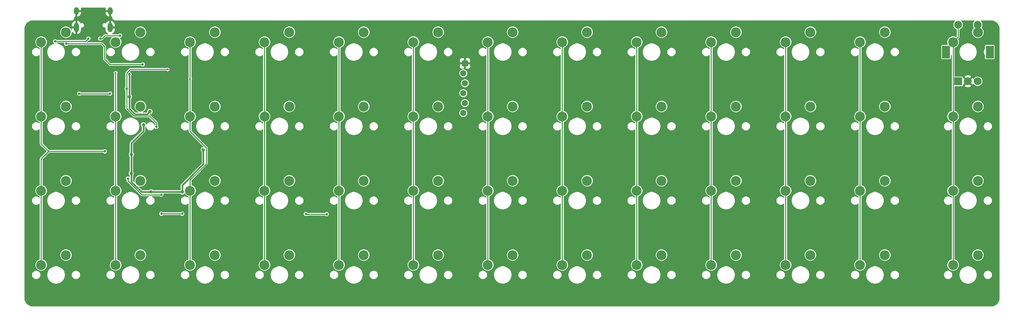
<source format=gtl>
G04 #@! TF.GenerationSoftware,KiCad,Pcbnew,(5.1.4-0)*
G04 #@! TF.CreationDate,2021-10-31T23:19:14-05:00*
G04 #@! TF.ProjectId,pcb,7063622e-6b69-4636-9164-5f7063625858,rev?*
G04 #@! TF.SameCoordinates,Original*
G04 #@! TF.FileFunction,Copper,L1,Top*
G04 #@! TF.FilePolarity,Positive*
%FSLAX46Y46*%
G04 Gerber Fmt 4.6, Leading zero omitted, Abs format (unit mm)*
G04 Created by KiCad (PCBNEW (5.1.4-0)) date 2021-10-31 23:19:14*
%MOMM*%
%LPD*%
G04 APERTURE LIST*
%ADD10O,1.300000X2.400000*%
%ADD11O,1.300000X1.900000*%
%ADD12C,2.540000*%
%ADD13R,2.000000X2.000000*%
%ADD14C,2.000000*%
%ADD15R,2.000000X3.200000*%
%ADD16C,0.100000*%
%ADD17C,1.600200*%
%ADD18C,0.650000*%
%ADD19C,0.700000*%
%ADD20C,0.900000*%
%ADD21C,0.500000*%
%ADD22C,0.250000*%
%ADD23C,0.400000*%
%ADD24C,0.200000*%
G04 APERTURE END LIST*
D10*
X92139825Y-46863315D03*
D11*
X92139825Y-42663315D03*
X100739825Y-42663315D03*
D10*
X100739825Y-46863315D03*
X92139825Y-46863315D03*
D12*
X316468185Y-69691370D03*
X322818185Y-67151370D03*
X121205625Y-50641250D03*
X127555625Y-48101250D03*
X316468185Y-107791530D03*
X322818185Y-105251530D03*
D13*
X317752725Y-60693950D03*
D14*
X320252725Y-60693950D03*
X322752725Y-60693950D03*
D15*
X314652725Y-53193950D03*
X325852725Y-53193950D03*
D14*
X317752725Y-46193950D03*
X322752725Y-46193950D03*
D16*
G36*
X191985662Y-55301826D02*
G01*
X192024496Y-55307587D01*
X192062578Y-55317126D01*
X192099543Y-55330352D01*
X192135032Y-55347137D01*
X192168706Y-55367321D01*
X192200239Y-55390707D01*
X192229328Y-55417072D01*
X192255693Y-55446161D01*
X192279079Y-55477694D01*
X192299263Y-55511368D01*
X192316048Y-55546857D01*
X192329274Y-55583822D01*
X192338813Y-55621904D01*
X192344574Y-55660738D01*
X192346500Y-55699950D01*
X192346500Y-56500050D01*
X192344574Y-56539262D01*
X192338813Y-56578096D01*
X192329274Y-56616178D01*
X192316048Y-56653143D01*
X192299263Y-56688632D01*
X192279079Y-56722306D01*
X192255693Y-56753839D01*
X192229328Y-56782928D01*
X192200239Y-56809293D01*
X192168706Y-56832679D01*
X192135032Y-56852863D01*
X192099543Y-56869648D01*
X192062578Y-56882874D01*
X192024496Y-56892413D01*
X191985662Y-56898174D01*
X191946450Y-56900100D01*
X191146350Y-56900100D01*
X191107138Y-56898174D01*
X191068304Y-56892413D01*
X191030222Y-56882874D01*
X190993257Y-56869648D01*
X190957768Y-56852863D01*
X190924094Y-56832679D01*
X190892561Y-56809293D01*
X190863472Y-56782928D01*
X190837107Y-56753839D01*
X190813721Y-56722306D01*
X190793537Y-56688632D01*
X190776752Y-56653143D01*
X190763526Y-56616178D01*
X190753987Y-56578096D01*
X190748226Y-56539262D01*
X190746300Y-56500050D01*
X190746300Y-55699950D01*
X190748226Y-55660738D01*
X190753987Y-55621904D01*
X190763526Y-55583822D01*
X190776752Y-55546857D01*
X190793537Y-55511368D01*
X190813721Y-55477694D01*
X190837107Y-55446161D01*
X190863472Y-55417072D01*
X190892561Y-55390707D01*
X190924094Y-55367321D01*
X190957768Y-55347137D01*
X190993257Y-55330352D01*
X191030222Y-55317126D01*
X191068304Y-55307587D01*
X191107138Y-55301826D01*
X191146350Y-55299900D01*
X191946450Y-55299900D01*
X191985662Y-55301826D01*
X191985662Y-55301826D01*
G37*
D17*
X191546400Y-56100000D03*
X191140000Y-58640000D03*
X191546400Y-61180000D03*
X191140000Y-63720000D03*
X191546400Y-66260000D03*
X191140000Y-68800000D03*
D12*
X322818125Y-48101250D03*
X316468125Y-50641250D03*
X316468185Y-88741450D03*
X322818185Y-86201450D03*
X83105625Y-50641250D03*
X89455625Y-48101250D03*
X102155625Y-50641250D03*
X108505625Y-48101250D03*
X146605625Y-48101250D03*
X140255625Y-50641250D03*
X159305625Y-50641250D03*
X165655625Y-48101250D03*
X178355625Y-50641250D03*
X184705625Y-48101250D03*
X197405625Y-50641250D03*
X203755625Y-48101250D03*
X216455625Y-50641250D03*
X222805625Y-48101250D03*
X235505625Y-50641250D03*
X241855625Y-48101250D03*
X254555625Y-50641250D03*
X260905625Y-48101250D03*
X273605625Y-50641250D03*
X279955625Y-48101250D03*
X292655625Y-50641250D03*
X299005625Y-48101250D03*
X83105625Y-69691250D03*
X89455625Y-67151250D03*
X102155625Y-69691250D03*
X108505625Y-67151250D03*
X121205625Y-69691250D03*
X127555625Y-67151250D03*
X140260799Y-69691250D03*
X146610799Y-67151250D03*
X159305625Y-69691250D03*
X165655625Y-67151250D03*
X178355625Y-69691250D03*
X184705625Y-67151250D03*
X197405625Y-69691250D03*
X203755625Y-67151250D03*
X216455625Y-69691250D03*
X222805625Y-67151250D03*
X235505625Y-69691250D03*
X241855625Y-67151250D03*
X254555625Y-69691250D03*
X260905625Y-67151250D03*
X273605625Y-69691250D03*
X279955625Y-67151250D03*
X292655625Y-69691250D03*
X299005625Y-67151250D03*
X83105625Y-88741250D03*
X89455625Y-86201250D03*
X102155625Y-88741250D03*
X108505625Y-86201250D03*
X121205625Y-88741250D03*
X127555625Y-86201250D03*
X140255625Y-88741250D03*
X146605625Y-86201250D03*
X159305625Y-88741250D03*
X165655625Y-86201250D03*
X178355625Y-88741250D03*
X184705625Y-86201250D03*
X216455625Y-88741250D03*
X222805625Y-86201250D03*
X235505625Y-88741250D03*
X241855625Y-86201250D03*
X254555625Y-88741250D03*
X260905625Y-86201250D03*
X273605625Y-88741250D03*
X279955625Y-86201250D03*
X83105625Y-107791250D03*
X89455625Y-105251250D03*
X102155625Y-107791250D03*
X108505625Y-105251250D03*
X121205625Y-107791250D03*
X127555625Y-105251250D03*
X140255625Y-107791250D03*
X146605625Y-105251250D03*
X159305625Y-107791250D03*
X165655625Y-105251250D03*
X178355625Y-107791250D03*
X184705625Y-105251250D03*
X216455625Y-107791250D03*
X222805625Y-105251250D03*
X235505625Y-107791250D03*
X241855625Y-105251250D03*
X254555625Y-107791250D03*
X260905625Y-105251250D03*
X273605625Y-107791250D03*
X279955625Y-105251250D03*
X197405625Y-88741250D03*
X203755625Y-86201250D03*
X197405625Y-107791250D03*
X203755625Y-105251250D03*
X292655625Y-88741250D03*
X299005625Y-86201250D03*
X292655625Y-107791250D03*
X299005625Y-105251250D03*
D18*
X89490625Y-51056250D03*
X109090625Y-56356250D03*
D19*
X105690625Y-58931249D03*
D20*
X105695625Y-64656250D03*
X110890625Y-68456250D03*
X109290625Y-71856250D03*
X106190625Y-79456250D03*
X106139815Y-84305440D03*
X119190625Y-89056250D03*
X111190625Y-89051250D03*
X124590625Y-78256250D03*
D18*
X92840625Y-63856250D03*
X100690625Y-63856250D03*
X105290625Y-85621250D03*
X119190625Y-94656250D03*
X113850605Y-89756250D03*
X113850605Y-94656250D03*
X150840625Y-94706250D03*
X156190625Y-94756250D03*
X99390625Y-78656250D03*
D21*
X102155625Y-58516420D03*
X121205625Y-60041250D03*
D18*
X98190625Y-49742186D03*
X103290625Y-48956250D03*
X86690625Y-50456250D03*
X95190625Y-49742186D03*
D21*
X115490625Y-57656250D03*
D18*
X104990625Y-62656250D03*
X112590625Y-72356250D03*
X164390625Y-58256250D03*
D22*
X89490625Y-51056250D02*
X98590625Y-51056250D01*
X99290625Y-54956250D02*
X100690625Y-56356250D01*
X100690625Y-56356250D02*
X109090625Y-56356250D01*
X99290625Y-51756250D02*
X98590625Y-51056250D01*
X99290625Y-54956250D02*
X99290625Y-51756250D01*
D23*
X106190625Y-86456250D02*
X106190625Y-85961276D01*
X109290625Y-73456250D02*
X109290625Y-71856250D01*
X106190625Y-76556250D02*
X109290625Y-73456250D01*
X106190625Y-79456250D02*
X106190625Y-76556250D01*
X106190625Y-86456250D02*
X108790625Y-89056250D01*
X119190625Y-89056250D02*
X119190625Y-87356250D01*
X119190625Y-87356250D02*
X124590625Y-81956250D01*
X111190625Y-89056250D02*
X119190625Y-89056250D01*
X108790625Y-89056250D02*
X111190625Y-89056250D01*
X106190625Y-84356250D02*
X106190625Y-79456250D01*
X106190625Y-85961276D02*
X106190625Y-84356250D01*
X124590625Y-81956250D02*
X124590625Y-78256250D01*
X105690625Y-67712770D02*
X105690625Y-65151224D01*
X107079095Y-69101240D02*
X105690625Y-67712770D01*
X105690625Y-65151224D02*
X105690625Y-64656250D01*
X105690625Y-64656250D02*
X105690625Y-59056250D01*
X105690625Y-64656250D02*
X105695625Y-64656250D01*
X109845635Y-69101240D02*
X110245635Y-69101240D01*
X110245635Y-69101240D02*
X110890625Y-68456250D01*
X110145635Y-69101240D02*
X109845635Y-69101240D01*
X109845635Y-69101240D02*
X107079095Y-69101240D01*
X106190625Y-84356250D02*
X106139815Y-84305440D01*
X111190625Y-89056250D02*
X111190625Y-89051250D01*
D22*
X100690625Y-63856250D02*
X92840625Y-63856250D01*
X150890625Y-94756250D02*
X156190625Y-94756250D01*
X108847144Y-89756250D02*
X113690625Y-89756250D01*
X105290625Y-86199731D02*
X108847144Y-89756250D01*
X105290625Y-85696250D02*
X105290625Y-86199731D01*
X105290625Y-85696250D02*
X105290625Y-85621250D01*
X113690625Y-89756250D02*
X113850605Y-89756250D01*
X113850605Y-94656250D02*
X119190625Y-94656250D01*
X99390625Y-78656250D02*
X84990625Y-78656250D01*
X83105625Y-76771250D02*
X83105625Y-50641250D01*
X84990625Y-78656250D02*
X83105625Y-76771250D01*
X83105625Y-80541250D02*
X84990625Y-78656250D01*
X83105625Y-88741250D02*
X83105625Y-80541250D01*
X83105625Y-88741250D02*
X83105625Y-107791250D01*
X102155625Y-107791250D02*
X102155625Y-88741250D01*
X102155625Y-88741250D02*
X102155625Y-58516420D01*
X121205625Y-107791250D02*
X121205625Y-88741250D01*
X121205625Y-60041250D02*
X121205625Y-69691250D01*
X121205625Y-50641250D02*
X121205625Y-60041250D01*
X121205625Y-73571250D02*
X125390625Y-77756250D01*
X125390625Y-81799731D02*
X121205625Y-85984730D01*
X121205625Y-69691250D02*
X121205625Y-73571250D01*
X121205625Y-85984730D02*
X121205625Y-88741250D01*
X125390625Y-77756250D02*
X125390625Y-81799731D01*
X140255625Y-50641250D02*
X140255625Y-107791250D01*
X159305625Y-50641250D02*
X159305625Y-107791250D01*
X178355625Y-50641250D02*
X178355625Y-107791250D01*
X197405625Y-50641250D02*
X197405625Y-107791250D01*
X216455625Y-50641250D02*
X216455625Y-107791250D01*
X235505625Y-50641250D02*
X235505625Y-107791250D01*
X254555625Y-50641250D02*
X254555625Y-107791250D01*
X273605625Y-50641250D02*
X273605625Y-107791250D01*
X292655625Y-50641250D02*
X292655625Y-107791250D01*
X98650244Y-49742186D02*
X99436180Y-48956250D01*
X98190625Y-49742186D02*
X98650244Y-49742186D01*
X99436180Y-48956250D02*
X103290625Y-48956250D01*
X94476561Y-50456250D02*
X94390625Y-50456250D01*
X95190625Y-49742186D02*
X94476561Y-50456250D01*
X94390625Y-50456250D02*
X86690625Y-50456250D01*
X106890625Y-69556250D02*
X104990625Y-67656250D01*
X104990625Y-67656250D02*
X104990625Y-62656250D01*
X110790625Y-69556250D02*
X106890625Y-69556250D01*
X112590625Y-71356250D02*
X110790625Y-69556250D01*
X112590625Y-72356250D02*
X112590625Y-71356250D01*
X105890625Y-57656250D02*
X104990625Y-58556250D01*
X104990625Y-62656250D02*
X104990625Y-58556250D01*
X105890625Y-57656250D02*
X115490625Y-57656250D01*
X316468125Y-107791470D02*
X316468185Y-107791530D01*
X316468125Y-50641250D02*
X316468125Y-107791470D01*
X317752725Y-49356650D02*
X316468125Y-50641250D01*
X317752725Y-46193950D02*
X317752725Y-49356650D01*
X322818125Y-46259350D02*
X322752725Y-46193950D01*
X322818125Y-48101250D02*
X322818125Y-46259350D01*
D24*
G36*
X100850924Y-41918839D02*
G01*
X100893825Y-41931792D01*
X100893825Y-42509315D01*
X101215626Y-42509315D01*
X101215626Y-42817315D01*
X100893825Y-42817315D01*
X100893825Y-44058541D01*
X101087243Y-44172391D01*
X101177543Y-44161125D01*
X101215625Y-44142798D01*
X101215625Y-44344656D01*
X101216998Y-44358597D01*
X101216976Y-44361769D01*
X101217418Y-44366286D01*
X101227989Y-44466863D01*
X101233914Y-44495725D01*
X101239432Y-44524650D01*
X101240743Y-44528995D01*
X101270648Y-44625604D01*
X101282066Y-44652767D01*
X101293098Y-44680071D01*
X101295228Y-44684078D01*
X101343329Y-44773038D01*
X101359795Y-44797450D01*
X101375931Y-44822108D01*
X101378799Y-44825625D01*
X101443263Y-44903548D01*
X101464173Y-44924312D01*
X101484773Y-44945348D01*
X101488269Y-44948241D01*
X101566640Y-45012159D01*
X101591167Y-45028454D01*
X101615479Y-45045101D01*
X101619470Y-45047259D01*
X101708764Y-45094738D01*
X101736017Y-45105971D01*
X101763075Y-45117568D01*
X101767410Y-45118910D01*
X101864226Y-45148140D01*
X101893112Y-45153860D01*
X101921931Y-45159985D01*
X101926445Y-45160460D01*
X102027094Y-45170329D01*
X102027101Y-45170329D01*
X102042848Y-45171880D01*
X316942422Y-45171880D01*
X316924023Y-45184174D01*
X316742949Y-45365248D01*
X316600680Y-45578169D01*
X316502683Y-45814754D01*
X316452725Y-46065911D01*
X316452725Y-46321989D01*
X316502683Y-46573146D01*
X316600680Y-46809731D01*
X316742949Y-47022652D01*
X316924023Y-47203726D01*
X317136944Y-47345995D01*
X317327725Y-47425019D01*
X317327726Y-49180608D01*
X317239734Y-49268600D01*
X317211799Y-49249934D01*
X316926077Y-49131584D01*
X316622757Y-49071250D01*
X316313493Y-49071250D01*
X316010173Y-49131584D01*
X315724451Y-49249934D01*
X315467308Y-49421751D01*
X315248626Y-49640433D01*
X315076809Y-49897576D01*
X314958459Y-50183298D01*
X314898125Y-50486618D01*
X314898125Y-50795882D01*
X314958459Y-51099202D01*
X315038525Y-51292499D01*
X313652725Y-51292499D01*
X313593915Y-51298291D01*
X313537365Y-51315446D01*
X313485248Y-51343303D01*
X313439567Y-51380792D01*
X313402078Y-51426473D01*
X313374221Y-51478590D01*
X313357066Y-51535140D01*
X313351274Y-51593950D01*
X313351274Y-54793950D01*
X313357066Y-54852760D01*
X313374221Y-54909310D01*
X313402078Y-54961427D01*
X313439567Y-55007108D01*
X313485248Y-55044597D01*
X313537365Y-55072454D01*
X313593915Y-55089609D01*
X313652725Y-55095401D01*
X315652725Y-55095401D01*
X315711535Y-55089609D01*
X315768085Y-55072454D01*
X315820202Y-55044597D01*
X315865883Y-55007108D01*
X315903372Y-54961427D01*
X315931229Y-54909310D01*
X315948384Y-54852760D01*
X315954176Y-54793950D01*
X315954176Y-54052818D01*
X316043125Y-53963869D01*
X316043125Y-68175161D01*
X316010233Y-68181704D01*
X315724511Y-68300054D01*
X315467368Y-68471871D01*
X315248686Y-68690553D01*
X315076869Y-68947696D01*
X314958519Y-69233418D01*
X314898185Y-69536738D01*
X314898185Y-69846002D01*
X314958519Y-70149322D01*
X315076869Y-70435044D01*
X315248686Y-70692187D01*
X315467368Y-70910869D01*
X315724511Y-71082686D01*
X316010233Y-71201036D01*
X316043125Y-71207579D01*
X316043125Y-71448691D01*
X315931841Y-71337407D01*
X315743341Y-71211455D01*
X315533890Y-71124698D01*
X315311539Y-71080470D01*
X315084831Y-71080470D01*
X314862480Y-71124698D01*
X314653029Y-71211455D01*
X314464529Y-71337407D01*
X314304222Y-71497714D01*
X314178270Y-71686214D01*
X314091513Y-71895665D01*
X314047285Y-72118016D01*
X314047285Y-72344724D01*
X314091513Y-72567075D01*
X314178270Y-72776526D01*
X314304222Y-72965026D01*
X314464529Y-73125333D01*
X314653029Y-73251285D01*
X314862480Y-73338042D01*
X315084831Y-73382270D01*
X315311539Y-73382270D01*
X315533890Y-73338042D01*
X315743341Y-73251285D01*
X315931841Y-73125333D01*
X316043125Y-73014049D01*
X316043126Y-87225241D01*
X316010233Y-87231784D01*
X315724511Y-87350134D01*
X315467368Y-87521951D01*
X315248686Y-87740633D01*
X315076869Y-87997776D01*
X314958519Y-88283498D01*
X314898185Y-88586818D01*
X314898185Y-88896082D01*
X314958519Y-89199402D01*
X315076869Y-89485124D01*
X315248686Y-89742267D01*
X315467368Y-89960949D01*
X315724511Y-90132766D01*
X316010233Y-90251116D01*
X316043126Y-90257659D01*
X316043126Y-90498772D01*
X315931841Y-90387487D01*
X315743341Y-90261535D01*
X315533890Y-90174778D01*
X315311539Y-90130550D01*
X315084831Y-90130550D01*
X314862480Y-90174778D01*
X314653029Y-90261535D01*
X314464529Y-90387487D01*
X314304222Y-90547794D01*
X314178270Y-90736294D01*
X314091513Y-90945745D01*
X314047285Y-91168096D01*
X314047285Y-91394804D01*
X314091513Y-91617155D01*
X314178270Y-91826606D01*
X314304222Y-92015106D01*
X314464529Y-92175413D01*
X314653029Y-92301365D01*
X314862480Y-92388122D01*
X315084831Y-92432350D01*
X315311539Y-92432350D01*
X315533890Y-92388122D01*
X315743341Y-92301365D01*
X315931841Y-92175413D01*
X316043126Y-92064128D01*
X316043126Y-106275321D01*
X316010233Y-106281864D01*
X315724511Y-106400214D01*
X315467368Y-106572031D01*
X315248686Y-106790713D01*
X315076869Y-107047856D01*
X314958519Y-107333578D01*
X314898185Y-107636898D01*
X314898185Y-107946162D01*
X314958519Y-108249482D01*
X315076869Y-108535204D01*
X315248686Y-108792347D01*
X315467368Y-109011029D01*
X315724511Y-109182846D01*
X316010233Y-109301196D01*
X316313553Y-109361530D01*
X316622817Y-109361530D01*
X316926137Y-109301196D01*
X317211859Y-109182846D01*
X317469002Y-109011029D01*
X317687684Y-108792347D01*
X317859501Y-108535204D01*
X317977851Y-108249482D01*
X318038185Y-107946162D01*
X318038185Y-107636898D01*
X317977851Y-107333578D01*
X317859501Y-107047856D01*
X317687684Y-106790713D01*
X317469002Y-106572031D01*
X317211859Y-106400214D01*
X316926137Y-106281864D01*
X316893125Y-106275298D01*
X316893125Y-105096898D01*
X321248185Y-105096898D01*
X321248185Y-105406162D01*
X321308519Y-105709482D01*
X321426869Y-105995204D01*
X321598686Y-106252347D01*
X321817368Y-106471029D01*
X322074511Y-106642846D01*
X322360233Y-106761196D01*
X322663553Y-106821530D01*
X322972817Y-106821530D01*
X323276137Y-106761196D01*
X323561859Y-106642846D01*
X323819002Y-106471029D01*
X324037684Y-106252347D01*
X324209501Y-105995204D01*
X324327851Y-105709482D01*
X324388185Y-105406162D01*
X324388185Y-105096898D01*
X324327851Y-104793578D01*
X324209501Y-104507856D01*
X324037684Y-104250713D01*
X323819002Y-104032031D01*
X323561859Y-103860214D01*
X323276137Y-103741864D01*
X322972817Y-103681530D01*
X322663553Y-103681530D01*
X322360233Y-103741864D01*
X322074511Y-103860214D01*
X321817368Y-104032031D01*
X321598686Y-104250713D01*
X321426869Y-104507856D01*
X321308519Y-104793578D01*
X321248185Y-105096898D01*
X316893125Y-105096898D01*
X316893125Y-91055521D01*
X317984285Y-91055521D01*
X317984285Y-91507379D01*
X318072438Y-91950556D01*
X318245357Y-92368019D01*
X318496397Y-92743726D01*
X318815909Y-93063238D01*
X319191616Y-93314278D01*
X319609079Y-93487197D01*
X320052256Y-93575350D01*
X320504114Y-93575350D01*
X320947291Y-93487197D01*
X321364754Y-93314278D01*
X321740461Y-93063238D01*
X322059973Y-92743726D01*
X322311013Y-92368019D01*
X322483932Y-91950556D01*
X322572085Y-91507379D01*
X322572085Y-91168096D01*
X324207285Y-91168096D01*
X324207285Y-91394804D01*
X324251513Y-91617155D01*
X324338270Y-91826606D01*
X324464222Y-92015106D01*
X324624529Y-92175413D01*
X324813029Y-92301365D01*
X325022480Y-92388122D01*
X325244831Y-92432350D01*
X325471539Y-92432350D01*
X325693890Y-92388122D01*
X325903341Y-92301365D01*
X326091841Y-92175413D01*
X326252148Y-92015106D01*
X326378100Y-91826606D01*
X326464857Y-91617155D01*
X326509085Y-91394804D01*
X326509085Y-91168096D01*
X326464857Y-90945745D01*
X326378100Y-90736294D01*
X326252148Y-90547794D01*
X326091841Y-90387487D01*
X325903341Y-90261535D01*
X325693890Y-90174778D01*
X325471539Y-90130550D01*
X325244831Y-90130550D01*
X325022480Y-90174778D01*
X324813029Y-90261535D01*
X324624529Y-90387487D01*
X324464222Y-90547794D01*
X324338270Y-90736294D01*
X324251513Y-90945745D01*
X324207285Y-91168096D01*
X322572085Y-91168096D01*
X322572085Y-91055521D01*
X322483932Y-90612344D01*
X322311013Y-90194881D01*
X322059973Y-89819174D01*
X321740461Y-89499662D01*
X321364754Y-89248622D01*
X320947291Y-89075703D01*
X320504114Y-88987550D01*
X320052256Y-88987550D01*
X319609079Y-89075703D01*
X319191616Y-89248622D01*
X318815909Y-89499662D01*
X318496397Y-89819174D01*
X318245357Y-90194881D01*
X318072438Y-90612344D01*
X317984285Y-91055521D01*
X316893125Y-91055521D01*
X316893125Y-90257682D01*
X316926137Y-90251116D01*
X317211859Y-90132766D01*
X317469002Y-89960949D01*
X317687684Y-89742267D01*
X317859501Y-89485124D01*
X317977851Y-89199402D01*
X318038185Y-88896082D01*
X318038185Y-88586818D01*
X317977851Y-88283498D01*
X317859501Y-87997776D01*
X317687684Y-87740633D01*
X317469002Y-87521951D01*
X317211859Y-87350134D01*
X316926137Y-87231784D01*
X316893125Y-87225218D01*
X316893125Y-86046818D01*
X321248185Y-86046818D01*
X321248185Y-86356082D01*
X321308519Y-86659402D01*
X321426869Y-86945124D01*
X321598686Y-87202267D01*
X321817368Y-87420949D01*
X322074511Y-87592766D01*
X322360233Y-87711116D01*
X322663553Y-87771450D01*
X322972817Y-87771450D01*
X323276137Y-87711116D01*
X323561859Y-87592766D01*
X323819002Y-87420949D01*
X324037684Y-87202267D01*
X324209501Y-86945124D01*
X324327851Y-86659402D01*
X324388185Y-86356082D01*
X324388185Y-86046818D01*
X324327851Y-85743498D01*
X324209501Y-85457776D01*
X324037684Y-85200633D01*
X323819002Y-84981951D01*
X323561859Y-84810134D01*
X323276137Y-84691784D01*
X322972817Y-84631450D01*
X322663553Y-84631450D01*
X322360233Y-84691784D01*
X322074511Y-84810134D01*
X321817368Y-84981951D01*
X321598686Y-85200633D01*
X321426869Y-85457776D01*
X321308519Y-85743498D01*
X321248185Y-86046818D01*
X316893125Y-86046818D01*
X316893125Y-72005441D01*
X317984285Y-72005441D01*
X317984285Y-72457299D01*
X318072438Y-72900476D01*
X318245357Y-73317939D01*
X318496397Y-73693646D01*
X318815909Y-74013158D01*
X319191616Y-74264198D01*
X319609079Y-74437117D01*
X320052256Y-74525270D01*
X320504114Y-74525270D01*
X320947291Y-74437117D01*
X321364754Y-74264198D01*
X321740461Y-74013158D01*
X322059973Y-73693646D01*
X322311013Y-73317939D01*
X322483932Y-72900476D01*
X322572085Y-72457299D01*
X322572085Y-72118016D01*
X324207285Y-72118016D01*
X324207285Y-72344724D01*
X324251513Y-72567075D01*
X324338270Y-72776526D01*
X324464222Y-72965026D01*
X324624529Y-73125333D01*
X324813029Y-73251285D01*
X325022480Y-73338042D01*
X325244831Y-73382270D01*
X325471539Y-73382270D01*
X325693890Y-73338042D01*
X325903341Y-73251285D01*
X326091841Y-73125333D01*
X326252148Y-72965026D01*
X326378100Y-72776526D01*
X326464857Y-72567075D01*
X326509085Y-72344724D01*
X326509085Y-72118016D01*
X326464857Y-71895665D01*
X326378100Y-71686214D01*
X326252148Y-71497714D01*
X326091841Y-71337407D01*
X325903341Y-71211455D01*
X325693890Y-71124698D01*
X325471539Y-71080470D01*
X325244831Y-71080470D01*
X325022480Y-71124698D01*
X324813029Y-71211455D01*
X324624529Y-71337407D01*
X324464222Y-71497714D01*
X324338270Y-71686214D01*
X324251513Y-71895665D01*
X324207285Y-72118016D01*
X322572085Y-72118016D01*
X322572085Y-72005441D01*
X322483932Y-71562264D01*
X322311013Y-71144801D01*
X322059973Y-70769094D01*
X321740461Y-70449582D01*
X321364754Y-70198542D01*
X320947291Y-70025623D01*
X320504114Y-69937470D01*
X320052256Y-69937470D01*
X319609079Y-70025623D01*
X319191616Y-70198542D01*
X318815909Y-70449582D01*
X318496397Y-70769094D01*
X318245357Y-71144801D01*
X318072438Y-71562264D01*
X317984285Y-72005441D01*
X316893125Y-72005441D01*
X316893125Y-71207602D01*
X316926137Y-71201036D01*
X317211859Y-71082686D01*
X317469002Y-70910869D01*
X317687684Y-70692187D01*
X317859501Y-70435044D01*
X317977851Y-70149322D01*
X318038185Y-69846002D01*
X318038185Y-69536738D01*
X317977851Y-69233418D01*
X317859501Y-68947696D01*
X317687684Y-68690553D01*
X317469002Y-68471871D01*
X317211859Y-68300054D01*
X316926137Y-68181704D01*
X316893125Y-68175138D01*
X316893125Y-66996738D01*
X321248185Y-66996738D01*
X321248185Y-67306002D01*
X321308519Y-67609322D01*
X321426869Y-67895044D01*
X321598686Y-68152187D01*
X321817368Y-68370869D01*
X322074511Y-68542686D01*
X322360233Y-68661036D01*
X322663553Y-68721370D01*
X322972817Y-68721370D01*
X323276137Y-68661036D01*
X323561859Y-68542686D01*
X323819002Y-68370869D01*
X324037684Y-68152187D01*
X324209501Y-67895044D01*
X324327851Y-67609322D01*
X324388185Y-67306002D01*
X324388185Y-66996738D01*
X324327851Y-66693418D01*
X324209501Y-66407696D01*
X324037684Y-66150553D01*
X323819002Y-65931871D01*
X323561859Y-65760054D01*
X323276137Y-65641704D01*
X322972817Y-65581370D01*
X322663553Y-65581370D01*
X322360233Y-65641704D01*
X322074511Y-65760054D01*
X321817368Y-65931871D01*
X321598686Y-66150553D01*
X321426869Y-66407696D01*
X321308519Y-66693418D01*
X321248185Y-66996738D01*
X316893125Y-66996738D01*
X316893125Y-61995401D01*
X318752725Y-61995401D01*
X318811535Y-61989609D01*
X318868085Y-61972454D01*
X318920202Y-61944597D01*
X318965883Y-61907108D01*
X319003372Y-61861427D01*
X319019021Y-61832149D01*
X319332315Y-61832149D01*
X319431906Y-62085712D01*
X319719197Y-62219104D01*
X320026990Y-62293884D01*
X320343460Y-62307180D01*
X320656441Y-62258481D01*
X320953909Y-62149658D01*
X321073544Y-62085712D01*
X321173135Y-61832149D01*
X320252725Y-60911739D01*
X319332315Y-61832149D01*
X319019021Y-61832149D01*
X319031229Y-61809310D01*
X319048384Y-61752760D01*
X319054176Y-61693950D01*
X319054176Y-61590657D01*
X319114526Y-61614360D01*
X320034936Y-60693950D01*
X320470514Y-60693950D01*
X321390924Y-61614360D01*
X321644487Y-61514769D01*
X321682696Y-61432477D01*
X321742949Y-61522652D01*
X321924023Y-61703726D01*
X322136944Y-61845995D01*
X322373529Y-61943992D01*
X322624686Y-61993950D01*
X322880764Y-61993950D01*
X323131921Y-61943992D01*
X323368506Y-61845995D01*
X323581427Y-61703726D01*
X323762501Y-61522652D01*
X323904770Y-61309731D01*
X324002767Y-61073146D01*
X324052725Y-60821989D01*
X324052725Y-60565911D01*
X324002767Y-60314754D01*
X323904770Y-60078169D01*
X323762501Y-59865248D01*
X323581427Y-59684174D01*
X323368506Y-59541905D01*
X323131921Y-59443908D01*
X322880764Y-59393950D01*
X322624686Y-59393950D01*
X322373529Y-59443908D01*
X322136944Y-59541905D01*
X321924023Y-59684174D01*
X321742949Y-59865248D01*
X321685905Y-59950620D01*
X321644487Y-59873131D01*
X321390924Y-59773540D01*
X320470514Y-60693950D01*
X320034936Y-60693950D01*
X319114526Y-59773540D01*
X319054176Y-59797243D01*
X319054176Y-59693950D01*
X319048384Y-59635140D01*
X319031229Y-59578590D01*
X319019022Y-59555751D01*
X319332315Y-59555751D01*
X320252725Y-60476161D01*
X321173135Y-59555751D01*
X321073544Y-59302188D01*
X320786253Y-59168796D01*
X320478460Y-59094016D01*
X320161990Y-59080720D01*
X319849009Y-59129419D01*
X319551541Y-59238242D01*
X319431906Y-59302188D01*
X319332315Y-59555751D01*
X319019022Y-59555751D01*
X319003372Y-59526473D01*
X318965883Y-59480792D01*
X318920202Y-59443303D01*
X318868085Y-59415446D01*
X318811535Y-59398291D01*
X318752725Y-59392499D01*
X316893125Y-59392499D01*
X316893125Y-52955321D01*
X317984225Y-52955321D01*
X317984225Y-53407179D01*
X318072378Y-53850356D01*
X318245297Y-54267819D01*
X318496337Y-54643526D01*
X318815849Y-54963038D01*
X319191556Y-55214078D01*
X319609019Y-55386997D01*
X320052196Y-55475150D01*
X320504054Y-55475150D01*
X320947231Y-55386997D01*
X321364694Y-55214078D01*
X321740401Y-54963038D01*
X322059913Y-54643526D01*
X322310953Y-54267819D01*
X322483872Y-53850356D01*
X322572025Y-53407179D01*
X322572025Y-53067896D01*
X324207225Y-53067896D01*
X324207225Y-53294604D01*
X324251453Y-53516955D01*
X324338210Y-53726406D01*
X324464162Y-53914906D01*
X324551274Y-54002018D01*
X324551274Y-54793950D01*
X324557066Y-54852760D01*
X324574221Y-54909310D01*
X324602078Y-54961427D01*
X324639567Y-55007108D01*
X324685248Y-55044597D01*
X324737365Y-55072454D01*
X324793915Y-55089609D01*
X324852725Y-55095401D01*
X326852725Y-55095401D01*
X326911535Y-55089609D01*
X326968085Y-55072454D01*
X327020202Y-55044597D01*
X327065883Y-55007108D01*
X327103372Y-54961427D01*
X327131229Y-54909310D01*
X327148384Y-54852760D01*
X327154176Y-54793950D01*
X327154176Y-51593950D01*
X327148384Y-51535140D01*
X327131229Y-51478590D01*
X327103372Y-51426473D01*
X327065883Y-51380792D01*
X327020202Y-51343303D01*
X326968085Y-51315446D01*
X326911535Y-51298291D01*
X326852725Y-51292499D01*
X324852725Y-51292499D01*
X324793915Y-51298291D01*
X324737365Y-51315446D01*
X324685248Y-51343303D01*
X324639567Y-51380792D01*
X324602078Y-51426473D01*
X324574221Y-51478590D01*
X324557066Y-51535140D01*
X324551274Y-51593950D01*
X324551274Y-52360482D01*
X324464162Y-52447594D01*
X324338210Y-52636094D01*
X324251453Y-52845545D01*
X324207225Y-53067896D01*
X322572025Y-53067896D01*
X322572025Y-52955321D01*
X322483872Y-52512144D01*
X322310953Y-52094681D01*
X322059913Y-51718974D01*
X321740401Y-51399462D01*
X321364694Y-51148422D01*
X320947231Y-50975503D01*
X320504054Y-50887350D01*
X320052196Y-50887350D01*
X319609019Y-50975503D01*
X319191556Y-51148422D01*
X318815849Y-51399462D01*
X318496337Y-51718974D01*
X318245297Y-52094681D01*
X318072378Y-52512144D01*
X317984225Y-52955321D01*
X316893125Y-52955321D01*
X316893125Y-52157471D01*
X316926077Y-52150916D01*
X317211799Y-52032566D01*
X317468942Y-51860749D01*
X317687624Y-51642067D01*
X317859441Y-51384924D01*
X317977791Y-51099202D01*
X318038125Y-50795882D01*
X318038125Y-50486618D01*
X317977791Y-50183298D01*
X317859441Y-49897576D01*
X317840775Y-49869641D01*
X318038487Y-49671929D01*
X318054699Y-49658624D01*
X318107809Y-49593910D01*
X318133526Y-49545795D01*
X318147273Y-49520078D01*
X318171575Y-49439964D01*
X318173369Y-49421751D01*
X318177725Y-49377524D01*
X318177725Y-49377517D01*
X318179780Y-49356650D01*
X318177725Y-49335783D01*
X318177725Y-47425019D01*
X318368506Y-47345995D01*
X318581427Y-47203726D01*
X318762501Y-47022652D01*
X318904770Y-46809731D01*
X319002767Y-46573146D01*
X319052725Y-46321989D01*
X319052725Y-46065911D01*
X319002767Y-45814754D01*
X318904770Y-45578169D01*
X318762501Y-45365248D01*
X318581427Y-45184174D01*
X318563028Y-45171880D01*
X321942422Y-45171880D01*
X321924023Y-45184174D01*
X321742949Y-45365248D01*
X321600680Y-45578169D01*
X321502683Y-45814754D01*
X321452725Y-46065911D01*
X321452725Y-46321989D01*
X321502683Y-46573146D01*
X321600680Y-46809731D01*
X321716296Y-46982763D01*
X321598626Y-47100433D01*
X321426809Y-47357576D01*
X321308459Y-47643298D01*
X321248125Y-47946618D01*
X321248125Y-48255882D01*
X321308459Y-48559202D01*
X321426809Y-48844924D01*
X321598626Y-49102067D01*
X321817308Y-49320749D01*
X322074451Y-49492566D01*
X322360173Y-49610916D01*
X322663493Y-49671250D01*
X322972757Y-49671250D01*
X323276077Y-49610916D01*
X323561799Y-49492566D01*
X323818942Y-49320749D01*
X324037624Y-49102067D01*
X324209441Y-48844924D01*
X324327791Y-48559202D01*
X324388125Y-48255882D01*
X324388125Y-47946618D01*
X324327791Y-47643298D01*
X324209441Y-47357576D01*
X324037624Y-47100433D01*
X323841545Y-46904354D01*
X323904770Y-46809731D01*
X324002767Y-46573146D01*
X324052725Y-46321989D01*
X324052725Y-46065911D01*
X324002767Y-45814754D01*
X323904770Y-45578169D01*
X323762501Y-45365248D01*
X323581427Y-45184174D01*
X323563028Y-45171880D01*
X326215438Y-45171880D01*
X326630428Y-45212570D01*
X327014323Y-45328475D01*
X327368388Y-45516735D01*
X327679146Y-45770183D01*
X327934760Y-46079166D01*
X328125488Y-46431911D01*
X328244069Y-46814981D01*
X328287595Y-47229104D01*
X328287596Y-116268773D01*
X328246905Y-116683773D01*
X328131000Y-117067667D01*
X327942741Y-117421732D01*
X327689288Y-117732496D01*
X327380310Y-117988105D01*
X327027565Y-118178833D01*
X326644490Y-118297414D01*
X326230371Y-118340940D01*
X80977452Y-118340940D01*
X80562462Y-118300250D01*
X80178568Y-118184345D01*
X79824503Y-117996086D01*
X79513739Y-117742633D01*
X79258130Y-117433655D01*
X79067402Y-117080910D01*
X78948821Y-116697835D01*
X78905295Y-116283716D01*
X78905295Y-110217896D01*
X80684725Y-110217896D01*
X80684725Y-110444604D01*
X80728953Y-110666955D01*
X80815710Y-110876406D01*
X80941662Y-111064906D01*
X81101969Y-111225213D01*
X81290469Y-111351165D01*
X81499920Y-111437922D01*
X81722271Y-111482150D01*
X81948979Y-111482150D01*
X82171330Y-111437922D01*
X82380781Y-111351165D01*
X82569281Y-111225213D01*
X82729588Y-111064906D01*
X82855540Y-110876406D01*
X82942297Y-110666955D01*
X82986525Y-110444604D01*
X82986525Y-110217896D01*
X82964133Y-110105321D01*
X84621725Y-110105321D01*
X84621725Y-110557179D01*
X84709878Y-111000356D01*
X84882797Y-111417819D01*
X85133837Y-111793526D01*
X85453349Y-112113038D01*
X85829056Y-112364078D01*
X86246519Y-112536997D01*
X86689696Y-112625150D01*
X87141554Y-112625150D01*
X87584731Y-112536997D01*
X88002194Y-112364078D01*
X88377901Y-112113038D01*
X88697413Y-111793526D01*
X88948453Y-111417819D01*
X89121372Y-111000356D01*
X89209525Y-110557179D01*
X89209525Y-110217896D01*
X90844725Y-110217896D01*
X90844725Y-110444604D01*
X90888953Y-110666955D01*
X90975710Y-110876406D01*
X91101662Y-111064906D01*
X91261969Y-111225213D01*
X91450469Y-111351165D01*
X91659920Y-111437922D01*
X91882271Y-111482150D01*
X92108979Y-111482150D01*
X92331330Y-111437922D01*
X92540781Y-111351165D01*
X92729281Y-111225213D01*
X92889588Y-111064906D01*
X93015540Y-110876406D01*
X93102297Y-110666955D01*
X93146525Y-110444604D01*
X93146525Y-110217896D01*
X99734725Y-110217896D01*
X99734725Y-110444604D01*
X99778953Y-110666955D01*
X99865710Y-110876406D01*
X99991662Y-111064906D01*
X100151969Y-111225213D01*
X100340469Y-111351165D01*
X100549920Y-111437922D01*
X100772271Y-111482150D01*
X100998979Y-111482150D01*
X101221330Y-111437922D01*
X101430781Y-111351165D01*
X101619281Y-111225213D01*
X101779588Y-111064906D01*
X101905540Y-110876406D01*
X101992297Y-110666955D01*
X102036525Y-110444604D01*
X102036525Y-110217896D01*
X102014133Y-110105321D01*
X103671725Y-110105321D01*
X103671725Y-110557179D01*
X103759878Y-111000356D01*
X103932797Y-111417819D01*
X104183837Y-111793526D01*
X104503349Y-112113038D01*
X104879056Y-112364078D01*
X105296519Y-112536997D01*
X105739696Y-112625150D01*
X106191554Y-112625150D01*
X106634731Y-112536997D01*
X107052194Y-112364078D01*
X107427901Y-112113038D01*
X107747413Y-111793526D01*
X107998453Y-111417819D01*
X108171372Y-111000356D01*
X108259525Y-110557179D01*
X108259525Y-110217896D01*
X109894725Y-110217896D01*
X109894725Y-110444604D01*
X109938953Y-110666955D01*
X110025710Y-110876406D01*
X110151662Y-111064906D01*
X110311969Y-111225213D01*
X110500469Y-111351165D01*
X110709920Y-111437922D01*
X110932271Y-111482150D01*
X111158979Y-111482150D01*
X111381330Y-111437922D01*
X111590781Y-111351165D01*
X111779281Y-111225213D01*
X111939588Y-111064906D01*
X112065540Y-110876406D01*
X112152297Y-110666955D01*
X112196525Y-110444604D01*
X112196525Y-110217896D01*
X118784725Y-110217896D01*
X118784725Y-110444604D01*
X118828953Y-110666955D01*
X118915710Y-110876406D01*
X119041662Y-111064906D01*
X119201969Y-111225213D01*
X119390469Y-111351165D01*
X119599920Y-111437922D01*
X119822271Y-111482150D01*
X120048979Y-111482150D01*
X120271330Y-111437922D01*
X120480781Y-111351165D01*
X120669281Y-111225213D01*
X120829588Y-111064906D01*
X120955540Y-110876406D01*
X121042297Y-110666955D01*
X121086525Y-110444604D01*
X121086525Y-110217896D01*
X121064133Y-110105321D01*
X122721725Y-110105321D01*
X122721725Y-110557179D01*
X122809878Y-111000356D01*
X122982797Y-111417819D01*
X123233837Y-111793526D01*
X123553349Y-112113038D01*
X123929056Y-112364078D01*
X124346519Y-112536997D01*
X124789696Y-112625150D01*
X125241554Y-112625150D01*
X125684731Y-112536997D01*
X126102194Y-112364078D01*
X126477901Y-112113038D01*
X126797413Y-111793526D01*
X127048453Y-111417819D01*
X127221372Y-111000356D01*
X127309525Y-110557179D01*
X127309525Y-110217896D01*
X128944725Y-110217896D01*
X128944725Y-110444604D01*
X128988953Y-110666955D01*
X129075710Y-110876406D01*
X129201662Y-111064906D01*
X129361969Y-111225213D01*
X129550469Y-111351165D01*
X129759920Y-111437922D01*
X129982271Y-111482150D01*
X130208979Y-111482150D01*
X130431330Y-111437922D01*
X130640781Y-111351165D01*
X130829281Y-111225213D01*
X130989588Y-111064906D01*
X131115540Y-110876406D01*
X131202297Y-110666955D01*
X131246525Y-110444604D01*
X131246525Y-110217896D01*
X137834725Y-110217896D01*
X137834725Y-110444604D01*
X137878953Y-110666955D01*
X137965710Y-110876406D01*
X138091662Y-111064906D01*
X138251969Y-111225213D01*
X138440469Y-111351165D01*
X138649920Y-111437922D01*
X138872271Y-111482150D01*
X139098979Y-111482150D01*
X139321330Y-111437922D01*
X139530781Y-111351165D01*
X139719281Y-111225213D01*
X139879588Y-111064906D01*
X140005540Y-110876406D01*
X140092297Y-110666955D01*
X140136525Y-110444604D01*
X140136525Y-110217896D01*
X140114133Y-110105321D01*
X141771725Y-110105321D01*
X141771725Y-110557179D01*
X141859878Y-111000356D01*
X142032797Y-111417819D01*
X142283837Y-111793526D01*
X142603349Y-112113038D01*
X142979056Y-112364078D01*
X143396519Y-112536997D01*
X143839696Y-112625150D01*
X144291554Y-112625150D01*
X144734731Y-112536997D01*
X145152194Y-112364078D01*
X145527901Y-112113038D01*
X145847413Y-111793526D01*
X146098453Y-111417819D01*
X146271372Y-111000356D01*
X146359525Y-110557179D01*
X146359525Y-110217896D01*
X147994725Y-110217896D01*
X147994725Y-110444604D01*
X148038953Y-110666955D01*
X148125710Y-110876406D01*
X148251662Y-111064906D01*
X148411969Y-111225213D01*
X148600469Y-111351165D01*
X148809920Y-111437922D01*
X149032271Y-111482150D01*
X149258979Y-111482150D01*
X149481330Y-111437922D01*
X149690781Y-111351165D01*
X149879281Y-111225213D01*
X150039588Y-111064906D01*
X150165540Y-110876406D01*
X150252297Y-110666955D01*
X150296525Y-110444604D01*
X150296525Y-110217896D01*
X156884725Y-110217896D01*
X156884725Y-110444604D01*
X156928953Y-110666955D01*
X157015710Y-110876406D01*
X157141662Y-111064906D01*
X157301969Y-111225213D01*
X157490469Y-111351165D01*
X157699920Y-111437922D01*
X157922271Y-111482150D01*
X158148979Y-111482150D01*
X158371330Y-111437922D01*
X158580781Y-111351165D01*
X158769281Y-111225213D01*
X158929588Y-111064906D01*
X159055540Y-110876406D01*
X159142297Y-110666955D01*
X159186525Y-110444604D01*
X159186525Y-110217896D01*
X159164133Y-110105321D01*
X160821725Y-110105321D01*
X160821725Y-110557179D01*
X160909878Y-111000356D01*
X161082797Y-111417819D01*
X161333837Y-111793526D01*
X161653349Y-112113038D01*
X162029056Y-112364078D01*
X162446519Y-112536997D01*
X162889696Y-112625150D01*
X163341554Y-112625150D01*
X163784731Y-112536997D01*
X164202194Y-112364078D01*
X164577901Y-112113038D01*
X164897413Y-111793526D01*
X165148453Y-111417819D01*
X165321372Y-111000356D01*
X165409525Y-110557179D01*
X165409525Y-110217896D01*
X167044725Y-110217896D01*
X167044725Y-110444604D01*
X167088953Y-110666955D01*
X167175710Y-110876406D01*
X167301662Y-111064906D01*
X167461969Y-111225213D01*
X167650469Y-111351165D01*
X167859920Y-111437922D01*
X168082271Y-111482150D01*
X168308979Y-111482150D01*
X168531330Y-111437922D01*
X168740781Y-111351165D01*
X168929281Y-111225213D01*
X169089588Y-111064906D01*
X169215540Y-110876406D01*
X169302297Y-110666955D01*
X169346525Y-110444604D01*
X169346525Y-110217896D01*
X175934725Y-110217896D01*
X175934725Y-110444604D01*
X175978953Y-110666955D01*
X176065710Y-110876406D01*
X176191662Y-111064906D01*
X176351969Y-111225213D01*
X176540469Y-111351165D01*
X176749920Y-111437922D01*
X176972271Y-111482150D01*
X177198979Y-111482150D01*
X177421330Y-111437922D01*
X177630781Y-111351165D01*
X177819281Y-111225213D01*
X177979588Y-111064906D01*
X178105540Y-110876406D01*
X178192297Y-110666955D01*
X178236525Y-110444604D01*
X178236525Y-110217896D01*
X178214133Y-110105321D01*
X179871725Y-110105321D01*
X179871725Y-110557179D01*
X179959878Y-111000356D01*
X180132797Y-111417819D01*
X180383837Y-111793526D01*
X180703349Y-112113038D01*
X181079056Y-112364078D01*
X181496519Y-112536997D01*
X181939696Y-112625150D01*
X182391554Y-112625150D01*
X182834731Y-112536997D01*
X183252194Y-112364078D01*
X183627901Y-112113038D01*
X183947413Y-111793526D01*
X184198453Y-111417819D01*
X184371372Y-111000356D01*
X184459525Y-110557179D01*
X184459525Y-110217896D01*
X186094725Y-110217896D01*
X186094725Y-110444604D01*
X186138953Y-110666955D01*
X186225710Y-110876406D01*
X186351662Y-111064906D01*
X186511969Y-111225213D01*
X186700469Y-111351165D01*
X186909920Y-111437922D01*
X187132271Y-111482150D01*
X187358979Y-111482150D01*
X187581330Y-111437922D01*
X187790781Y-111351165D01*
X187979281Y-111225213D01*
X188139588Y-111064906D01*
X188265540Y-110876406D01*
X188352297Y-110666955D01*
X188396525Y-110444604D01*
X188396525Y-110217896D01*
X194984725Y-110217896D01*
X194984725Y-110444604D01*
X195028953Y-110666955D01*
X195115710Y-110876406D01*
X195241662Y-111064906D01*
X195401969Y-111225213D01*
X195590469Y-111351165D01*
X195799920Y-111437922D01*
X196022271Y-111482150D01*
X196248979Y-111482150D01*
X196471330Y-111437922D01*
X196680781Y-111351165D01*
X196869281Y-111225213D01*
X197029588Y-111064906D01*
X197155540Y-110876406D01*
X197242297Y-110666955D01*
X197286525Y-110444604D01*
X197286525Y-110217896D01*
X197264133Y-110105321D01*
X198921725Y-110105321D01*
X198921725Y-110557179D01*
X199009878Y-111000356D01*
X199182797Y-111417819D01*
X199433837Y-111793526D01*
X199753349Y-112113038D01*
X200129056Y-112364078D01*
X200546519Y-112536997D01*
X200989696Y-112625150D01*
X201441554Y-112625150D01*
X201884731Y-112536997D01*
X202302194Y-112364078D01*
X202677901Y-112113038D01*
X202997413Y-111793526D01*
X203248453Y-111417819D01*
X203421372Y-111000356D01*
X203509525Y-110557179D01*
X203509525Y-110217896D01*
X205144725Y-110217896D01*
X205144725Y-110444604D01*
X205188953Y-110666955D01*
X205275710Y-110876406D01*
X205401662Y-111064906D01*
X205561969Y-111225213D01*
X205750469Y-111351165D01*
X205959920Y-111437922D01*
X206182271Y-111482150D01*
X206408979Y-111482150D01*
X206631330Y-111437922D01*
X206840781Y-111351165D01*
X207029281Y-111225213D01*
X207189588Y-111064906D01*
X207315540Y-110876406D01*
X207402297Y-110666955D01*
X207446525Y-110444604D01*
X207446525Y-110217896D01*
X214034725Y-110217896D01*
X214034725Y-110444604D01*
X214078953Y-110666955D01*
X214165710Y-110876406D01*
X214291662Y-111064906D01*
X214451969Y-111225213D01*
X214640469Y-111351165D01*
X214849920Y-111437922D01*
X215072271Y-111482150D01*
X215298979Y-111482150D01*
X215521330Y-111437922D01*
X215730781Y-111351165D01*
X215919281Y-111225213D01*
X216079588Y-111064906D01*
X216205540Y-110876406D01*
X216292297Y-110666955D01*
X216336525Y-110444604D01*
X216336525Y-110217896D01*
X216314133Y-110105321D01*
X217971725Y-110105321D01*
X217971725Y-110557179D01*
X218059878Y-111000356D01*
X218232797Y-111417819D01*
X218483837Y-111793526D01*
X218803349Y-112113038D01*
X219179056Y-112364078D01*
X219596519Y-112536997D01*
X220039696Y-112625150D01*
X220491554Y-112625150D01*
X220934731Y-112536997D01*
X221352194Y-112364078D01*
X221727901Y-112113038D01*
X222047413Y-111793526D01*
X222298453Y-111417819D01*
X222471372Y-111000356D01*
X222559525Y-110557179D01*
X222559525Y-110217896D01*
X224194725Y-110217896D01*
X224194725Y-110444604D01*
X224238953Y-110666955D01*
X224325710Y-110876406D01*
X224451662Y-111064906D01*
X224611969Y-111225213D01*
X224800469Y-111351165D01*
X225009920Y-111437922D01*
X225232271Y-111482150D01*
X225458979Y-111482150D01*
X225681330Y-111437922D01*
X225890781Y-111351165D01*
X226079281Y-111225213D01*
X226239588Y-111064906D01*
X226365540Y-110876406D01*
X226452297Y-110666955D01*
X226496525Y-110444604D01*
X226496525Y-110217896D01*
X233084725Y-110217896D01*
X233084725Y-110444604D01*
X233128953Y-110666955D01*
X233215710Y-110876406D01*
X233341662Y-111064906D01*
X233501969Y-111225213D01*
X233690469Y-111351165D01*
X233899920Y-111437922D01*
X234122271Y-111482150D01*
X234348979Y-111482150D01*
X234571330Y-111437922D01*
X234780781Y-111351165D01*
X234969281Y-111225213D01*
X235129588Y-111064906D01*
X235255540Y-110876406D01*
X235342297Y-110666955D01*
X235386525Y-110444604D01*
X235386525Y-110217896D01*
X235364133Y-110105321D01*
X237021725Y-110105321D01*
X237021725Y-110557179D01*
X237109878Y-111000356D01*
X237282797Y-111417819D01*
X237533837Y-111793526D01*
X237853349Y-112113038D01*
X238229056Y-112364078D01*
X238646519Y-112536997D01*
X239089696Y-112625150D01*
X239541554Y-112625150D01*
X239984731Y-112536997D01*
X240402194Y-112364078D01*
X240777901Y-112113038D01*
X241097413Y-111793526D01*
X241348453Y-111417819D01*
X241521372Y-111000356D01*
X241609525Y-110557179D01*
X241609525Y-110217896D01*
X243244725Y-110217896D01*
X243244725Y-110444604D01*
X243288953Y-110666955D01*
X243375710Y-110876406D01*
X243501662Y-111064906D01*
X243661969Y-111225213D01*
X243850469Y-111351165D01*
X244059920Y-111437922D01*
X244282271Y-111482150D01*
X244508979Y-111482150D01*
X244731330Y-111437922D01*
X244940781Y-111351165D01*
X245129281Y-111225213D01*
X245289588Y-111064906D01*
X245415540Y-110876406D01*
X245502297Y-110666955D01*
X245546525Y-110444604D01*
X245546525Y-110217896D01*
X252134725Y-110217896D01*
X252134725Y-110444604D01*
X252178953Y-110666955D01*
X252265710Y-110876406D01*
X252391662Y-111064906D01*
X252551969Y-111225213D01*
X252740469Y-111351165D01*
X252949920Y-111437922D01*
X253172271Y-111482150D01*
X253398979Y-111482150D01*
X253621330Y-111437922D01*
X253830781Y-111351165D01*
X254019281Y-111225213D01*
X254179588Y-111064906D01*
X254305540Y-110876406D01*
X254392297Y-110666955D01*
X254436525Y-110444604D01*
X254436525Y-110217896D01*
X254414133Y-110105321D01*
X256071725Y-110105321D01*
X256071725Y-110557179D01*
X256159878Y-111000356D01*
X256332797Y-111417819D01*
X256583837Y-111793526D01*
X256903349Y-112113038D01*
X257279056Y-112364078D01*
X257696519Y-112536997D01*
X258139696Y-112625150D01*
X258591554Y-112625150D01*
X259034731Y-112536997D01*
X259452194Y-112364078D01*
X259827901Y-112113038D01*
X260147413Y-111793526D01*
X260398453Y-111417819D01*
X260571372Y-111000356D01*
X260659525Y-110557179D01*
X260659525Y-110217896D01*
X262294725Y-110217896D01*
X262294725Y-110444604D01*
X262338953Y-110666955D01*
X262425710Y-110876406D01*
X262551662Y-111064906D01*
X262711969Y-111225213D01*
X262900469Y-111351165D01*
X263109920Y-111437922D01*
X263332271Y-111482150D01*
X263558979Y-111482150D01*
X263781330Y-111437922D01*
X263990781Y-111351165D01*
X264179281Y-111225213D01*
X264339588Y-111064906D01*
X264465540Y-110876406D01*
X264552297Y-110666955D01*
X264596525Y-110444604D01*
X264596525Y-110217896D01*
X271184725Y-110217896D01*
X271184725Y-110444604D01*
X271228953Y-110666955D01*
X271315710Y-110876406D01*
X271441662Y-111064906D01*
X271601969Y-111225213D01*
X271790469Y-111351165D01*
X271999920Y-111437922D01*
X272222271Y-111482150D01*
X272448979Y-111482150D01*
X272671330Y-111437922D01*
X272880781Y-111351165D01*
X273069281Y-111225213D01*
X273229588Y-111064906D01*
X273355540Y-110876406D01*
X273442297Y-110666955D01*
X273486525Y-110444604D01*
X273486525Y-110217896D01*
X273464133Y-110105321D01*
X275121725Y-110105321D01*
X275121725Y-110557179D01*
X275209878Y-111000356D01*
X275382797Y-111417819D01*
X275633837Y-111793526D01*
X275953349Y-112113038D01*
X276329056Y-112364078D01*
X276746519Y-112536997D01*
X277189696Y-112625150D01*
X277641554Y-112625150D01*
X278084731Y-112536997D01*
X278502194Y-112364078D01*
X278877901Y-112113038D01*
X279197413Y-111793526D01*
X279448453Y-111417819D01*
X279621372Y-111000356D01*
X279709525Y-110557179D01*
X279709525Y-110217896D01*
X281344725Y-110217896D01*
X281344725Y-110444604D01*
X281388953Y-110666955D01*
X281475710Y-110876406D01*
X281601662Y-111064906D01*
X281761969Y-111225213D01*
X281950469Y-111351165D01*
X282159920Y-111437922D01*
X282382271Y-111482150D01*
X282608979Y-111482150D01*
X282831330Y-111437922D01*
X283040781Y-111351165D01*
X283229281Y-111225213D01*
X283389588Y-111064906D01*
X283515540Y-110876406D01*
X283602297Y-110666955D01*
X283646525Y-110444604D01*
X283646525Y-110217896D01*
X290234725Y-110217896D01*
X290234725Y-110444604D01*
X290278953Y-110666955D01*
X290365710Y-110876406D01*
X290491662Y-111064906D01*
X290651969Y-111225213D01*
X290840469Y-111351165D01*
X291049920Y-111437922D01*
X291272271Y-111482150D01*
X291498979Y-111482150D01*
X291721330Y-111437922D01*
X291930781Y-111351165D01*
X292119281Y-111225213D01*
X292279588Y-111064906D01*
X292405540Y-110876406D01*
X292492297Y-110666955D01*
X292536525Y-110444604D01*
X292536525Y-110217896D01*
X292514133Y-110105321D01*
X294171725Y-110105321D01*
X294171725Y-110557179D01*
X294259878Y-111000356D01*
X294432797Y-111417819D01*
X294683837Y-111793526D01*
X295003349Y-112113038D01*
X295379056Y-112364078D01*
X295796519Y-112536997D01*
X296239696Y-112625150D01*
X296691554Y-112625150D01*
X297134731Y-112536997D01*
X297552194Y-112364078D01*
X297927901Y-112113038D01*
X298247413Y-111793526D01*
X298498453Y-111417819D01*
X298671372Y-111000356D01*
X298759525Y-110557179D01*
X298759525Y-110217896D01*
X300394725Y-110217896D01*
X300394725Y-110444604D01*
X300438953Y-110666955D01*
X300525710Y-110876406D01*
X300651662Y-111064906D01*
X300811969Y-111225213D01*
X301000469Y-111351165D01*
X301209920Y-111437922D01*
X301432271Y-111482150D01*
X301658979Y-111482150D01*
X301881330Y-111437922D01*
X302090781Y-111351165D01*
X302279281Y-111225213D01*
X302439588Y-111064906D01*
X302565540Y-110876406D01*
X302652297Y-110666955D01*
X302696525Y-110444604D01*
X302696525Y-110218176D01*
X314047285Y-110218176D01*
X314047285Y-110444884D01*
X314091513Y-110667235D01*
X314178270Y-110876686D01*
X314304222Y-111065186D01*
X314464529Y-111225493D01*
X314653029Y-111351445D01*
X314862480Y-111438202D01*
X315084831Y-111482430D01*
X315311539Y-111482430D01*
X315533890Y-111438202D01*
X315743341Y-111351445D01*
X315931841Y-111225493D01*
X316092148Y-111065186D01*
X316218100Y-110876686D01*
X316304857Y-110667235D01*
X316349085Y-110444884D01*
X316349085Y-110218176D01*
X316326693Y-110105601D01*
X317984285Y-110105601D01*
X317984285Y-110557459D01*
X318072438Y-111000636D01*
X318245357Y-111418099D01*
X318496397Y-111793806D01*
X318815909Y-112113318D01*
X319191616Y-112364358D01*
X319609079Y-112537277D01*
X320052256Y-112625430D01*
X320504114Y-112625430D01*
X320947291Y-112537277D01*
X321364754Y-112364358D01*
X321740461Y-112113318D01*
X322059973Y-111793806D01*
X322311013Y-111418099D01*
X322483932Y-111000636D01*
X322572085Y-110557459D01*
X322572085Y-110218176D01*
X324207285Y-110218176D01*
X324207285Y-110444884D01*
X324251513Y-110667235D01*
X324338270Y-110876686D01*
X324464222Y-111065186D01*
X324624529Y-111225493D01*
X324813029Y-111351445D01*
X325022480Y-111438202D01*
X325244831Y-111482430D01*
X325471539Y-111482430D01*
X325693890Y-111438202D01*
X325903341Y-111351445D01*
X326091841Y-111225493D01*
X326252148Y-111065186D01*
X326378100Y-110876686D01*
X326464857Y-110667235D01*
X326509085Y-110444884D01*
X326509085Y-110218176D01*
X326464857Y-109995825D01*
X326378100Y-109786374D01*
X326252148Y-109597874D01*
X326091841Y-109437567D01*
X325903341Y-109311615D01*
X325693890Y-109224858D01*
X325471539Y-109180630D01*
X325244831Y-109180630D01*
X325022480Y-109224858D01*
X324813029Y-109311615D01*
X324624529Y-109437567D01*
X324464222Y-109597874D01*
X324338270Y-109786374D01*
X324251513Y-109995825D01*
X324207285Y-110218176D01*
X322572085Y-110218176D01*
X322572085Y-110105601D01*
X322483932Y-109662424D01*
X322311013Y-109244961D01*
X322059973Y-108869254D01*
X321740461Y-108549742D01*
X321364754Y-108298702D01*
X320947291Y-108125783D01*
X320504114Y-108037630D01*
X320052256Y-108037630D01*
X319609079Y-108125783D01*
X319191616Y-108298702D01*
X318815909Y-108549742D01*
X318496397Y-108869254D01*
X318245357Y-109244961D01*
X318072438Y-109662424D01*
X317984285Y-110105601D01*
X316326693Y-110105601D01*
X316304857Y-109995825D01*
X316218100Y-109786374D01*
X316092148Y-109597874D01*
X315931841Y-109437567D01*
X315743341Y-109311615D01*
X315533890Y-109224858D01*
X315311539Y-109180630D01*
X315084831Y-109180630D01*
X314862480Y-109224858D01*
X314653029Y-109311615D01*
X314464529Y-109437567D01*
X314304222Y-109597874D01*
X314178270Y-109786374D01*
X314091513Y-109995825D01*
X314047285Y-110218176D01*
X302696525Y-110218176D01*
X302696525Y-110217896D01*
X302652297Y-109995545D01*
X302565540Y-109786094D01*
X302439588Y-109597594D01*
X302279281Y-109437287D01*
X302090781Y-109311335D01*
X301881330Y-109224578D01*
X301658979Y-109180350D01*
X301432271Y-109180350D01*
X301209920Y-109224578D01*
X301000469Y-109311335D01*
X300811969Y-109437287D01*
X300651662Y-109597594D01*
X300525710Y-109786094D01*
X300438953Y-109995545D01*
X300394725Y-110217896D01*
X298759525Y-110217896D01*
X298759525Y-110105321D01*
X298671372Y-109662144D01*
X298498453Y-109244681D01*
X298247413Y-108868974D01*
X297927901Y-108549462D01*
X297552194Y-108298422D01*
X297134731Y-108125503D01*
X296691554Y-108037350D01*
X296239696Y-108037350D01*
X295796519Y-108125503D01*
X295379056Y-108298422D01*
X295003349Y-108549462D01*
X294683837Y-108868974D01*
X294432797Y-109244681D01*
X294259878Y-109662144D01*
X294171725Y-110105321D01*
X292514133Y-110105321D01*
X292492297Y-109995545D01*
X292405540Y-109786094D01*
X292279588Y-109597594D01*
X292119281Y-109437287D01*
X291930781Y-109311335D01*
X291721330Y-109224578D01*
X291498979Y-109180350D01*
X291272271Y-109180350D01*
X291049920Y-109224578D01*
X290840469Y-109311335D01*
X290651969Y-109437287D01*
X290491662Y-109597594D01*
X290365710Y-109786094D01*
X290278953Y-109995545D01*
X290234725Y-110217896D01*
X283646525Y-110217896D01*
X283602297Y-109995545D01*
X283515540Y-109786094D01*
X283389588Y-109597594D01*
X283229281Y-109437287D01*
X283040781Y-109311335D01*
X282831330Y-109224578D01*
X282608979Y-109180350D01*
X282382271Y-109180350D01*
X282159920Y-109224578D01*
X281950469Y-109311335D01*
X281761969Y-109437287D01*
X281601662Y-109597594D01*
X281475710Y-109786094D01*
X281388953Y-109995545D01*
X281344725Y-110217896D01*
X279709525Y-110217896D01*
X279709525Y-110105321D01*
X279621372Y-109662144D01*
X279448453Y-109244681D01*
X279197413Y-108868974D01*
X278877901Y-108549462D01*
X278502194Y-108298422D01*
X278084731Y-108125503D01*
X277641554Y-108037350D01*
X277189696Y-108037350D01*
X276746519Y-108125503D01*
X276329056Y-108298422D01*
X275953349Y-108549462D01*
X275633837Y-108868974D01*
X275382797Y-109244681D01*
X275209878Y-109662144D01*
X275121725Y-110105321D01*
X273464133Y-110105321D01*
X273442297Y-109995545D01*
X273355540Y-109786094D01*
X273229588Y-109597594D01*
X273069281Y-109437287D01*
X272880781Y-109311335D01*
X272671330Y-109224578D01*
X272448979Y-109180350D01*
X272222271Y-109180350D01*
X271999920Y-109224578D01*
X271790469Y-109311335D01*
X271601969Y-109437287D01*
X271441662Y-109597594D01*
X271315710Y-109786094D01*
X271228953Y-109995545D01*
X271184725Y-110217896D01*
X264596525Y-110217896D01*
X264552297Y-109995545D01*
X264465540Y-109786094D01*
X264339588Y-109597594D01*
X264179281Y-109437287D01*
X263990781Y-109311335D01*
X263781330Y-109224578D01*
X263558979Y-109180350D01*
X263332271Y-109180350D01*
X263109920Y-109224578D01*
X262900469Y-109311335D01*
X262711969Y-109437287D01*
X262551662Y-109597594D01*
X262425710Y-109786094D01*
X262338953Y-109995545D01*
X262294725Y-110217896D01*
X260659525Y-110217896D01*
X260659525Y-110105321D01*
X260571372Y-109662144D01*
X260398453Y-109244681D01*
X260147413Y-108868974D01*
X259827901Y-108549462D01*
X259452194Y-108298422D01*
X259034731Y-108125503D01*
X258591554Y-108037350D01*
X258139696Y-108037350D01*
X257696519Y-108125503D01*
X257279056Y-108298422D01*
X256903349Y-108549462D01*
X256583837Y-108868974D01*
X256332797Y-109244681D01*
X256159878Y-109662144D01*
X256071725Y-110105321D01*
X254414133Y-110105321D01*
X254392297Y-109995545D01*
X254305540Y-109786094D01*
X254179588Y-109597594D01*
X254019281Y-109437287D01*
X253830781Y-109311335D01*
X253621330Y-109224578D01*
X253398979Y-109180350D01*
X253172271Y-109180350D01*
X252949920Y-109224578D01*
X252740469Y-109311335D01*
X252551969Y-109437287D01*
X252391662Y-109597594D01*
X252265710Y-109786094D01*
X252178953Y-109995545D01*
X252134725Y-110217896D01*
X245546525Y-110217896D01*
X245502297Y-109995545D01*
X245415540Y-109786094D01*
X245289588Y-109597594D01*
X245129281Y-109437287D01*
X244940781Y-109311335D01*
X244731330Y-109224578D01*
X244508979Y-109180350D01*
X244282271Y-109180350D01*
X244059920Y-109224578D01*
X243850469Y-109311335D01*
X243661969Y-109437287D01*
X243501662Y-109597594D01*
X243375710Y-109786094D01*
X243288953Y-109995545D01*
X243244725Y-110217896D01*
X241609525Y-110217896D01*
X241609525Y-110105321D01*
X241521372Y-109662144D01*
X241348453Y-109244681D01*
X241097413Y-108868974D01*
X240777901Y-108549462D01*
X240402194Y-108298422D01*
X239984731Y-108125503D01*
X239541554Y-108037350D01*
X239089696Y-108037350D01*
X238646519Y-108125503D01*
X238229056Y-108298422D01*
X237853349Y-108549462D01*
X237533837Y-108868974D01*
X237282797Y-109244681D01*
X237109878Y-109662144D01*
X237021725Y-110105321D01*
X235364133Y-110105321D01*
X235342297Y-109995545D01*
X235255540Y-109786094D01*
X235129588Y-109597594D01*
X234969281Y-109437287D01*
X234780781Y-109311335D01*
X234571330Y-109224578D01*
X234348979Y-109180350D01*
X234122271Y-109180350D01*
X233899920Y-109224578D01*
X233690469Y-109311335D01*
X233501969Y-109437287D01*
X233341662Y-109597594D01*
X233215710Y-109786094D01*
X233128953Y-109995545D01*
X233084725Y-110217896D01*
X226496525Y-110217896D01*
X226452297Y-109995545D01*
X226365540Y-109786094D01*
X226239588Y-109597594D01*
X226079281Y-109437287D01*
X225890781Y-109311335D01*
X225681330Y-109224578D01*
X225458979Y-109180350D01*
X225232271Y-109180350D01*
X225009920Y-109224578D01*
X224800469Y-109311335D01*
X224611969Y-109437287D01*
X224451662Y-109597594D01*
X224325710Y-109786094D01*
X224238953Y-109995545D01*
X224194725Y-110217896D01*
X222559525Y-110217896D01*
X222559525Y-110105321D01*
X222471372Y-109662144D01*
X222298453Y-109244681D01*
X222047413Y-108868974D01*
X221727901Y-108549462D01*
X221352194Y-108298422D01*
X220934731Y-108125503D01*
X220491554Y-108037350D01*
X220039696Y-108037350D01*
X219596519Y-108125503D01*
X219179056Y-108298422D01*
X218803349Y-108549462D01*
X218483837Y-108868974D01*
X218232797Y-109244681D01*
X218059878Y-109662144D01*
X217971725Y-110105321D01*
X216314133Y-110105321D01*
X216292297Y-109995545D01*
X216205540Y-109786094D01*
X216079588Y-109597594D01*
X215919281Y-109437287D01*
X215730781Y-109311335D01*
X215521330Y-109224578D01*
X215298979Y-109180350D01*
X215072271Y-109180350D01*
X214849920Y-109224578D01*
X214640469Y-109311335D01*
X214451969Y-109437287D01*
X214291662Y-109597594D01*
X214165710Y-109786094D01*
X214078953Y-109995545D01*
X214034725Y-110217896D01*
X207446525Y-110217896D01*
X207402297Y-109995545D01*
X207315540Y-109786094D01*
X207189588Y-109597594D01*
X207029281Y-109437287D01*
X206840781Y-109311335D01*
X206631330Y-109224578D01*
X206408979Y-109180350D01*
X206182271Y-109180350D01*
X205959920Y-109224578D01*
X205750469Y-109311335D01*
X205561969Y-109437287D01*
X205401662Y-109597594D01*
X205275710Y-109786094D01*
X205188953Y-109995545D01*
X205144725Y-110217896D01*
X203509525Y-110217896D01*
X203509525Y-110105321D01*
X203421372Y-109662144D01*
X203248453Y-109244681D01*
X202997413Y-108868974D01*
X202677901Y-108549462D01*
X202302194Y-108298422D01*
X201884731Y-108125503D01*
X201441554Y-108037350D01*
X200989696Y-108037350D01*
X200546519Y-108125503D01*
X200129056Y-108298422D01*
X199753349Y-108549462D01*
X199433837Y-108868974D01*
X199182797Y-109244681D01*
X199009878Y-109662144D01*
X198921725Y-110105321D01*
X197264133Y-110105321D01*
X197242297Y-109995545D01*
X197155540Y-109786094D01*
X197029588Y-109597594D01*
X196869281Y-109437287D01*
X196680781Y-109311335D01*
X196471330Y-109224578D01*
X196248979Y-109180350D01*
X196022271Y-109180350D01*
X195799920Y-109224578D01*
X195590469Y-109311335D01*
X195401969Y-109437287D01*
X195241662Y-109597594D01*
X195115710Y-109786094D01*
X195028953Y-109995545D01*
X194984725Y-110217896D01*
X188396525Y-110217896D01*
X188352297Y-109995545D01*
X188265540Y-109786094D01*
X188139588Y-109597594D01*
X187979281Y-109437287D01*
X187790781Y-109311335D01*
X187581330Y-109224578D01*
X187358979Y-109180350D01*
X187132271Y-109180350D01*
X186909920Y-109224578D01*
X186700469Y-109311335D01*
X186511969Y-109437287D01*
X186351662Y-109597594D01*
X186225710Y-109786094D01*
X186138953Y-109995545D01*
X186094725Y-110217896D01*
X184459525Y-110217896D01*
X184459525Y-110105321D01*
X184371372Y-109662144D01*
X184198453Y-109244681D01*
X183947413Y-108868974D01*
X183627901Y-108549462D01*
X183252194Y-108298422D01*
X182834731Y-108125503D01*
X182391554Y-108037350D01*
X181939696Y-108037350D01*
X181496519Y-108125503D01*
X181079056Y-108298422D01*
X180703349Y-108549462D01*
X180383837Y-108868974D01*
X180132797Y-109244681D01*
X179959878Y-109662144D01*
X179871725Y-110105321D01*
X178214133Y-110105321D01*
X178192297Y-109995545D01*
X178105540Y-109786094D01*
X177979588Y-109597594D01*
X177819281Y-109437287D01*
X177630781Y-109311335D01*
X177421330Y-109224578D01*
X177198979Y-109180350D01*
X176972271Y-109180350D01*
X176749920Y-109224578D01*
X176540469Y-109311335D01*
X176351969Y-109437287D01*
X176191662Y-109597594D01*
X176065710Y-109786094D01*
X175978953Y-109995545D01*
X175934725Y-110217896D01*
X169346525Y-110217896D01*
X169302297Y-109995545D01*
X169215540Y-109786094D01*
X169089588Y-109597594D01*
X168929281Y-109437287D01*
X168740781Y-109311335D01*
X168531330Y-109224578D01*
X168308979Y-109180350D01*
X168082271Y-109180350D01*
X167859920Y-109224578D01*
X167650469Y-109311335D01*
X167461969Y-109437287D01*
X167301662Y-109597594D01*
X167175710Y-109786094D01*
X167088953Y-109995545D01*
X167044725Y-110217896D01*
X165409525Y-110217896D01*
X165409525Y-110105321D01*
X165321372Y-109662144D01*
X165148453Y-109244681D01*
X164897413Y-108868974D01*
X164577901Y-108549462D01*
X164202194Y-108298422D01*
X163784731Y-108125503D01*
X163341554Y-108037350D01*
X162889696Y-108037350D01*
X162446519Y-108125503D01*
X162029056Y-108298422D01*
X161653349Y-108549462D01*
X161333837Y-108868974D01*
X161082797Y-109244681D01*
X160909878Y-109662144D01*
X160821725Y-110105321D01*
X159164133Y-110105321D01*
X159142297Y-109995545D01*
X159055540Y-109786094D01*
X158929588Y-109597594D01*
X158769281Y-109437287D01*
X158580781Y-109311335D01*
X158371330Y-109224578D01*
X158148979Y-109180350D01*
X157922271Y-109180350D01*
X157699920Y-109224578D01*
X157490469Y-109311335D01*
X157301969Y-109437287D01*
X157141662Y-109597594D01*
X157015710Y-109786094D01*
X156928953Y-109995545D01*
X156884725Y-110217896D01*
X150296525Y-110217896D01*
X150252297Y-109995545D01*
X150165540Y-109786094D01*
X150039588Y-109597594D01*
X149879281Y-109437287D01*
X149690781Y-109311335D01*
X149481330Y-109224578D01*
X149258979Y-109180350D01*
X149032271Y-109180350D01*
X148809920Y-109224578D01*
X148600469Y-109311335D01*
X148411969Y-109437287D01*
X148251662Y-109597594D01*
X148125710Y-109786094D01*
X148038953Y-109995545D01*
X147994725Y-110217896D01*
X146359525Y-110217896D01*
X146359525Y-110105321D01*
X146271372Y-109662144D01*
X146098453Y-109244681D01*
X145847413Y-108868974D01*
X145527901Y-108549462D01*
X145152194Y-108298422D01*
X144734731Y-108125503D01*
X144291554Y-108037350D01*
X143839696Y-108037350D01*
X143396519Y-108125503D01*
X142979056Y-108298422D01*
X142603349Y-108549462D01*
X142283837Y-108868974D01*
X142032797Y-109244681D01*
X141859878Y-109662144D01*
X141771725Y-110105321D01*
X140114133Y-110105321D01*
X140092297Y-109995545D01*
X140005540Y-109786094D01*
X139879588Y-109597594D01*
X139719281Y-109437287D01*
X139530781Y-109311335D01*
X139321330Y-109224578D01*
X139098979Y-109180350D01*
X138872271Y-109180350D01*
X138649920Y-109224578D01*
X138440469Y-109311335D01*
X138251969Y-109437287D01*
X138091662Y-109597594D01*
X137965710Y-109786094D01*
X137878953Y-109995545D01*
X137834725Y-110217896D01*
X131246525Y-110217896D01*
X131202297Y-109995545D01*
X131115540Y-109786094D01*
X130989588Y-109597594D01*
X130829281Y-109437287D01*
X130640781Y-109311335D01*
X130431330Y-109224578D01*
X130208979Y-109180350D01*
X129982271Y-109180350D01*
X129759920Y-109224578D01*
X129550469Y-109311335D01*
X129361969Y-109437287D01*
X129201662Y-109597594D01*
X129075710Y-109786094D01*
X128988953Y-109995545D01*
X128944725Y-110217896D01*
X127309525Y-110217896D01*
X127309525Y-110105321D01*
X127221372Y-109662144D01*
X127048453Y-109244681D01*
X126797413Y-108868974D01*
X126477901Y-108549462D01*
X126102194Y-108298422D01*
X125684731Y-108125503D01*
X125241554Y-108037350D01*
X124789696Y-108037350D01*
X124346519Y-108125503D01*
X123929056Y-108298422D01*
X123553349Y-108549462D01*
X123233837Y-108868974D01*
X122982797Y-109244681D01*
X122809878Y-109662144D01*
X122721725Y-110105321D01*
X121064133Y-110105321D01*
X121042297Y-109995545D01*
X120955540Y-109786094D01*
X120829588Y-109597594D01*
X120669281Y-109437287D01*
X120480781Y-109311335D01*
X120271330Y-109224578D01*
X120048979Y-109180350D01*
X119822271Y-109180350D01*
X119599920Y-109224578D01*
X119390469Y-109311335D01*
X119201969Y-109437287D01*
X119041662Y-109597594D01*
X118915710Y-109786094D01*
X118828953Y-109995545D01*
X118784725Y-110217896D01*
X112196525Y-110217896D01*
X112152297Y-109995545D01*
X112065540Y-109786094D01*
X111939588Y-109597594D01*
X111779281Y-109437287D01*
X111590781Y-109311335D01*
X111381330Y-109224578D01*
X111158979Y-109180350D01*
X110932271Y-109180350D01*
X110709920Y-109224578D01*
X110500469Y-109311335D01*
X110311969Y-109437287D01*
X110151662Y-109597594D01*
X110025710Y-109786094D01*
X109938953Y-109995545D01*
X109894725Y-110217896D01*
X108259525Y-110217896D01*
X108259525Y-110105321D01*
X108171372Y-109662144D01*
X107998453Y-109244681D01*
X107747413Y-108868974D01*
X107427901Y-108549462D01*
X107052194Y-108298422D01*
X106634731Y-108125503D01*
X106191554Y-108037350D01*
X105739696Y-108037350D01*
X105296519Y-108125503D01*
X104879056Y-108298422D01*
X104503349Y-108549462D01*
X104183837Y-108868974D01*
X103932797Y-109244681D01*
X103759878Y-109662144D01*
X103671725Y-110105321D01*
X102014133Y-110105321D01*
X101992297Y-109995545D01*
X101905540Y-109786094D01*
X101779588Y-109597594D01*
X101619281Y-109437287D01*
X101430781Y-109311335D01*
X101221330Y-109224578D01*
X100998979Y-109180350D01*
X100772271Y-109180350D01*
X100549920Y-109224578D01*
X100340469Y-109311335D01*
X100151969Y-109437287D01*
X99991662Y-109597594D01*
X99865710Y-109786094D01*
X99778953Y-109995545D01*
X99734725Y-110217896D01*
X93146525Y-110217896D01*
X93102297Y-109995545D01*
X93015540Y-109786094D01*
X92889588Y-109597594D01*
X92729281Y-109437287D01*
X92540781Y-109311335D01*
X92331330Y-109224578D01*
X92108979Y-109180350D01*
X91882271Y-109180350D01*
X91659920Y-109224578D01*
X91450469Y-109311335D01*
X91261969Y-109437287D01*
X91101662Y-109597594D01*
X90975710Y-109786094D01*
X90888953Y-109995545D01*
X90844725Y-110217896D01*
X89209525Y-110217896D01*
X89209525Y-110105321D01*
X89121372Y-109662144D01*
X88948453Y-109244681D01*
X88697413Y-108868974D01*
X88377901Y-108549462D01*
X88002194Y-108298422D01*
X87584731Y-108125503D01*
X87141554Y-108037350D01*
X86689696Y-108037350D01*
X86246519Y-108125503D01*
X85829056Y-108298422D01*
X85453349Y-108549462D01*
X85133837Y-108868974D01*
X84882797Y-109244681D01*
X84709878Y-109662144D01*
X84621725Y-110105321D01*
X82964133Y-110105321D01*
X82942297Y-109995545D01*
X82855540Y-109786094D01*
X82729588Y-109597594D01*
X82569281Y-109437287D01*
X82380781Y-109311335D01*
X82171330Y-109224578D01*
X81948979Y-109180350D01*
X81722271Y-109180350D01*
X81499920Y-109224578D01*
X81290469Y-109311335D01*
X81101969Y-109437287D01*
X80941662Y-109597594D01*
X80815710Y-109786094D01*
X80728953Y-109995545D01*
X80684725Y-110217896D01*
X78905295Y-110217896D01*
X78905295Y-53067896D01*
X80684725Y-53067896D01*
X80684725Y-53294604D01*
X80728953Y-53516955D01*
X80815710Y-53726406D01*
X80941662Y-53914906D01*
X81101969Y-54075213D01*
X81290469Y-54201165D01*
X81499920Y-54287922D01*
X81722271Y-54332150D01*
X81948979Y-54332150D01*
X82171330Y-54287922D01*
X82380781Y-54201165D01*
X82569281Y-54075213D01*
X82680626Y-53963868D01*
X82680625Y-68175029D01*
X82647673Y-68181584D01*
X82361951Y-68299934D01*
X82104808Y-68471751D01*
X81886126Y-68690433D01*
X81714309Y-68947576D01*
X81595959Y-69233298D01*
X81535625Y-69536618D01*
X81535625Y-69845882D01*
X81595959Y-70149202D01*
X81714309Y-70434924D01*
X81886126Y-70692067D01*
X82104808Y-70910749D01*
X82361951Y-71082566D01*
X82647673Y-71200916D01*
X82680625Y-71207471D01*
X82680625Y-71448631D01*
X82569281Y-71337287D01*
X82380781Y-71211335D01*
X82171330Y-71124578D01*
X81948979Y-71080350D01*
X81722271Y-71080350D01*
X81499920Y-71124578D01*
X81290469Y-71211335D01*
X81101969Y-71337287D01*
X80941662Y-71497594D01*
X80815710Y-71686094D01*
X80728953Y-71895545D01*
X80684725Y-72117896D01*
X80684725Y-72344604D01*
X80728953Y-72566955D01*
X80815710Y-72776406D01*
X80941662Y-72964906D01*
X81101969Y-73125213D01*
X81290469Y-73251165D01*
X81499920Y-73337922D01*
X81722271Y-73382150D01*
X81948979Y-73382150D01*
X82171330Y-73337922D01*
X82380781Y-73251165D01*
X82569281Y-73125213D01*
X82680625Y-73013869D01*
X82680625Y-76750383D01*
X82678570Y-76771250D01*
X82680625Y-76792117D01*
X82680625Y-76792123D01*
X82686775Y-76854563D01*
X82711077Y-76934676D01*
X82750541Y-77008509D01*
X82803651Y-77073224D01*
X82819869Y-77086534D01*
X84389585Y-78656250D01*
X82819864Y-80225971D01*
X82803652Y-80239276D01*
X82750542Y-80303990D01*
X82711078Y-80377823D01*
X82686775Y-80457936D01*
X82678570Y-80541250D01*
X82680626Y-80562127D01*
X82680625Y-87225029D01*
X82647673Y-87231584D01*
X82361951Y-87349934D01*
X82104808Y-87521751D01*
X81886126Y-87740433D01*
X81714309Y-87997576D01*
X81595959Y-88283298D01*
X81535625Y-88586618D01*
X81535625Y-88895882D01*
X81595959Y-89199202D01*
X81714309Y-89484924D01*
X81886126Y-89742067D01*
X82104808Y-89960749D01*
X82361951Y-90132566D01*
X82647673Y-90250916D01*
X82680625Y-90257471D01*
X82680625Y-90498631D01*
X82569281Y-90387287D01*
X82380781Y-90261335D01*
X82171330Y-90174578D01*
X81948979Y-90130350D01*
X81722271Y-90130350D01*
X81499920Y-90174578D01*
X81290469Y-90261335D01*
X81101969Y-90387287D01*
X80941662Y-90547594D01*
X80815710Y-90736094D01*
X80728953Y-90945545D01*
X80684725Y-91167896D01*
X80684725Y-91394604D01*
X80728953Y-91616955D01*
X80815710Y-91826406D01*
X80941662Y-92014906D01*
X81101969Y-92175213D01*
X81290469Y-92301165D01*
X81499920Y-92387922D01*
X81722271Y-92432150D01*
X81948979Y-92432150D01*
X82171330Y-92387922D01*
X82380781Y-92301165D01*
X82569281Y-92175213D01*
X82680625Y-92063869D01*
X82680626Y-106275029D01*
X82647673Y-106281584D01*
X82361951Y-106399934D01*
X82104808Y-106571751D01*
X81886126Y-106790433D01*
X81714309Y-107047576D01*
X81595959Y-107333298D01*
X81535625Y-107636618D01*
X81535625Y-107945882D01*
X81595959Y-108249202D01*
X81714309Y-108534924D01*
X81886126Y-108792067D01*
X82104808Y-109010749D01*
X82361951Y-109182566D01*
X82647673Y-109300916D01*
X82950993Y-109361250D01*
X83260257Y-109361250D01*
X83563577Y-109300916D01*
X83849299Y-109182566D01*
X84106442Y-109010749D01*
X84325124Y-108792067D01*
X84496941Y-108534924D01*
X84615291Y-108249202D01*
X84675625Y-107945882D01*
X84675625Y-107636618D01*
X84615291Y-107333298D01*
X84496941Y-107047576D01*
X84325124Y-106790433D01*
X84106442Y-106571751D01*
X83849299Y-106399934D01*
X83563577Y-106281584D01*
X83530625Y-106275029D01*
X83530625Y-105096618D01*
X87885625Y-105096618D01*
X87885625Y-105405882D01*
X87945959Y-105709202D01*
X88064309Y-105994924D01*
X88236126Y-106252067D01*
X88454808Y-106470749D01*
X88711951Y-106642566D01*
X88997673Y-106760916D01*
X89300993Y-106821250D01*
X89610257Y-106821250D01*
X89913577Y-106760916D01*
X90199299Y-106642566D01*
X90456442Y-106470749D01*
X90675124Y-106252067D01*
X90846941Y-105994924D01*
X90965291Y-105709202D01*
X91025625Y-105405882D01*
X91025625Y-105096618D01*
X90965291Y-104793298D01*
X90846941Y-104507576D01*
X90675124Y-104250433D01*
X90456442Y-104031751D01*
X90199299Y-103859934D01*
X89913577Y-103741584D01*
X89610257Y-103681250D01*
X89300993Y-103681250D01*
X88997673Y-103741584D01*
X88711951Y-103859934D01*
X88454808Y-104031751D01*
X88236126Y-104250433D01*
X88064309Y-104507576D01*
X87945959Y-104793298D01*
X87885625Y-105096618D01*
X83530625Y-105096618D01*
X83530625Y-91055321D01*
X84621725Y-91055321D01*
X84621725Y-91507179D01*
X84709878Y-91950356D01*
X84882797Y-92367819D01*
X85133837Y-92743526D01*
X85453349Y-93063038D01*
X85829056Y-93314078D01*
X86246519Y-93486997D01*
X86689696Y-93575150D01*
X87141554Y-93575150D01*
X87584731Y-93486997D01*
X88002194Y-93314078D01*
X88377901Y-93063038D01*
X88697413Y-92743526D01*
X88948453Y-92367819D01*
X89121372Y-91950356D01*
X89209525Y-91507179D01*
X89209525Y-91167896D01*
X90844725Y-91167896D01*
X90844725Y-91394604D01*
X90888953Y-91616955D01*
X90975710Y-91826406D01*
X91101662Y-92014906D01*
X91261969Y-92175213D01*
X91450469Y-92301165D01*
X91659920Y-92387922D01*
X91882271Y-92432150D01*
X92108979Y-92432150D01*
X92331330Y-92387922D01*
X92540781Y-92301165D01*
X92729281Y-92175213D01*
X92889588Y-92014906D01*
X93015540Y-91826406D01*
X93102297Y-91616955D01*
X93146525Y-91394604D01*
X93146525Y-91167896D01*
X93102297Y-90945545D01*
X93015540Y-90736094D01*
X92889588Y-90547594D01*
X92729281Y-90387287D01*
X92540781Y-90261335D01*
X92331330Y-90174578D01*
X92108979Y-90130350D01*
X91882271Y-90130350D01*
X91659920Y-90174578D01*
X91450469Y-90261335D01*
X91261969Y-90387287D01*
X91101662Y-90547594D01*
X90975710Y-90736094D01*
X90888953Y-90945545D01*
X90844725Y-91167896D01*
X89209525Y-91167896D01*
X89209525Y-91055321D01*
X89121372Y-90612144D01*
X88948453Y-90194681D01*
X88697413Y-89818974D01*
X88377901Y-89499462D01*
X88002194Y-89248422D01*
X87584731Y-89075503D01*
X87141554Y-88987350D01*
X86689696Y-88987350D01*
X86246519Y-89075503D01*
X85829056Y-89248422D01*
X85453349Y-89499462D01*
X85133837Y-89818974D01*
X84882797Y-90194681D01*
X84709878Y-90612144D01*
X84621725Y-91055321D01*
X83530625Y-91055321D01*
X83530625Y-90257471D01*
X83563577Y-90250916D01*
X83849299Y-90132566D01*
X84106442Y-89960749D01*
X84325124Y-89742067D01*
X84496941Y-89484924D01*
X84615291Y-89199202D01*
X84675625Y-88895882D01*
X84675625Y-88586618D01*
X84615291Y-88283298D01*
X84496941Y-87997576D01*
X84325124Y-87740433D01*
X84106442Y-87521751D01*
X83849299Y-87349934D01*
X83563577Y-87231584D01*
X83530625Y-87225029D01*
X83530625Y-86046618D01*
X87885625Y-86046618D01*
X87885625Y-86355882D01*
X87945959Y-86659202D01*
X88064309Y-86944924D01*
X88236126Y-87202067D01*
X88454808Y-87420749D01*
X88711951Y-87592566D01*
X88997673Y-87710916D01*
X89300993Y-87771250D01*
X89610257Y-87771250D01*
X89913577Y-87710916D01*
X90199299Y-87592566D01*
X90456442Y-87420749D01*
X90675124Y-87202067D01*
X90846941Y-86944924D01*
X90965291Y-86659202D01*
X91025625Y-86355882D01*
X91025625Y-86046618D01*
X90965291Y-85743298D01*
X90846941Y-85457576D01*
X90675124Y-85200433D01*
X90456442Y-84981751D01*
X90199299Y-84809934D01*
X89913577Y-84691584D01*
X89610257Y-84631250D01*
X89300993Y-84631250D01*
X88997673Y-84691584D01*
X88711951Y-84809934D01*
X88454808Y-84981751D01*
X88236126Y-85200433D01*
X88064309Y-85457576D01*
X87945959Y-85743298D01*
X87885625Y-86046618D01*
X83530625Y-86046618D01*
X83530625Y-80717290D01*
X85166665Y-79081250D01*
X98931742Y-79081250D01*
X98992211Y-79141719D01*
X99094577Y-79210118D01*
X99208319Y-79257231D01*
X99329068Y-79281250D01*
X99452182Y-79281250D01*
X99572931Y-79257231D01*
X99686673Y-79210118D01*
X99789039Y-79141719D01*
X99876094Y-79054664D01*
X99944493Y-78952298D01*
X99991606Y-78838556D01*
X100015625Y-78717807D01*
X100015625Y-78594693D01*
X99991606Y-78473944D01*
X99944493Y-78360202D01*
X99876094Y-78257836D01*
X99789039Y-78170781D01*
X99686673Y-78102382D01*
X99572931Y-78055269D01*
X99452182Y-78031250D01*
X99329068Y-78031250D01*
X99208319Y-78055269D01*
X99094577Y-78102382D01*
X98992211Y-78170781D01*
X98931742Y-78231250D01*
X85166665Y-78231250D01*
X83530625Y-76595210D01*
X83530625Y-72005321D01*
X84621725Y-72005321D01*
X84621725Y-72457179D01*
X84709878Y-72900356D01*
X84882797Y-73317819D01*
X85133837Y-73693526D01*
X85453349Y-74013038D01*
X85829056Y-74264078D01*
X86246519Y-74436997D01*
X86689696Y-74525150D01*
X87141554Y-74525150D01*
X87584731Y-74436997D01*
X88002194Y-74264078D01*
X88377901Y-74013038D01*
X88697413Y-73693526D01*
X88948453Y-73317819D01*
X89121372Y-72900356D01*
X89209525Y-72457179D01*
X89209525Y-72117896D01*
X90844725Y-72117896D01*
X90844725Y-72344604D01*
X90888953Y-72566955D01*
X90975710Y-72776406D01*
X91101662Y-72964906D01*
X91261969Y-73125213D01*
X91450469Y-73251165D01*
X91659920Y-73337922D01*
X91882271Y-73382150D01*
X92108979Y-73382150D01*
X92331330Y-73337922D01*
X92540781Y-73251165D01*
X92729281Y-73125213D01*
X92889588Y-72964906D01*
X93015540Y-72776406D01*
X93102297Y-72566955D01*
X93146525Y-72344604D01*
X93146525Y-72117896D01*
X99734725Y-72117896D01*
X99734725Y-72344604D01*
X99778953Y-72566955D01*
X99865710Y-72776406D01*
X99991662Y-72964906D01*
X100151969Y-73125213D01*
X100340469Y-73251165D01*
X100549920Y-73337922D01*
X100772271Y-73382150D01*
X100998979Y-73382150D01*
X101221330Y-73337922D01*
X101430781Y-73251165D01*
X101619281Y-73125213D01*
X101730626Y-73013868D01*
X101730625Y-87225029D01*
X101697673Y-87231584D01*
X101411951Y-87349934D01*
X101154808Y-87521751D01*
X100936126Y-87740433D01*
X100764309Y-87997576D01*
X100645959Y-88283298D01*
X100585625Y-88586618D01*
X100585625Y-88895882D01*
X100645959Y-89199202D01*
X100764309Y-89484924D01*
X100936126Y-89742067D01*
X101154808Y-89960749D01*
X101411951Y-90132566D01*
X101697673Y-90250916D01*
X101730626Y-90257471D01*
X101730626Y-90498632D01*
X101619281Y-90387287D01*
X101430781Y-90261335D01*
X101221330Y-90174578D01*
X100998979Y-90130350D01*
X100772271Y-90130350D01*
X100549920Y-90174578D01*
X100340469Y-90261335D01*
X100151969Y-90387287D01*
X99991662Y-90547594D01*
X99865710Y-90736094D01*
X99778953Y-90945545D01*
X99734725Y-91167896D01*
X99734725Y-91394604D01*
X99778953Y-91616955D01*
X99865710Y-91826406D01*
X99991662Y-92014906D01*
X100151969Y-92175213D01*
X100340469Y-92301165D01*
X100549920Y-92387922D01*
X100772271Y-92432150D01*
X100998979Y-92432150D01*
X101221330Y-92387922D01*
X101430781Y-92301165D01*
X101619281Y-92175213D01*
X101730626Y-92063868D01*
X101730625Y-106275029D01*
X101697673Y-106281584D01*
X101411951Y-106399934D01*
X101154808Y-106571751D01*
X100936126Y-106790433D01*
X100764309Y-107047576D01*
X100645959Y-107333298D01*
X100585625Y-107636618D01*
X100585625Y-107945882D01*
X100645959Y-108249202D01*
X100764309Y-108534924D01*
X100936126Y-108792067D01*
X101154808Y-109010749D01*
X101411951Y-109182566D01*
X101697673Y-109300916D01*
X102000993Y-109361250D01*
X102310257Y-109361250D01*
X102613577Y-109300916D01*
X102899299Y-109182566D01*
X103156442Y-109010749D01*
X103375124Y-108792067D01*
X103546941Y-108534924D01*
X103665291Y-108249202D01*
X103725625Y-107945882D01*
X103725625Y-107636618D01*
X103665291Y-107333298D01*
X103546941Y-107047576D01*
X103375124Y-106790433D01*
X103156442Y-106571751D01*
X102899299Y-106399934D01*
X102613577Y-106281584D01*
X102580625Y-106275029D01*
X102580625Y-105096618D01*
X106935625Y-105096618D01*
X106935625Y-105405882D01*
X106995959Y-105709202D01*
X107114309Y-105994924D01*
X107286126Y-106252067D01*
X107504808Y-106470749D01*
X107761951Y-106642566D01*
X108047673Y-106760916D01*
X108350993Y-106821250D01*
X108660257Y-106821250D01*
X108963577Y-106760916D01*
X109249299Y-106642566D01*
X109506442Y-106470749D01*
X109725124Y-106252067D01*
X109896941Y-105994924D01*
X110015291Y-105709202D01*
X110075625Y-105405882D01*
X110075625Y-105096618D01*
X110015291Y-104793298D01*
X109896941Y-104507576D01*
X109725124Y-104250433D01*
X109506442Y-104031751D01*
X109249299Y-103859934D01*
X108963577Y-103741584D01*
X108660257Y-103681250D01*
X108350993Y-103681250D01*
X108047673Y-103741584D01*
X107761951Y-103859934D01*
X107504808Y-104031751D01*
X107286126Y-104250433D01*
X107114309Y-104507576D01*
X106995959Y-104793298D01*
X106935625Y-105096618D01*
X102580625Y-105096618D01*
X102580625Y-94594693D01*
X113225605Y-94594693D01*
X113225605Y-94717807D01*
X113249624Y-94838556D01*
X113296737Y-94952298D01*
X113365136Y-95054664D01*
X113452191Y-95141719D01*
X113554557Y-95210118D01*
X113668299Y-95257231D01*
X113789048Y-95281250D01*
X113912162Y-95281250D01*
X114032911Y-95257231D01*
X114146653Y-95210118D01*
X114249019Y-95141719D01*
X114309488Y-95081250D01*
X118731742Y-95081250D01*
X118792211Y-95141719D01*
X118894577Y-95210118D01*
X119008319Y-95257231D01*
X119129068Y-95281250D01*
X119252182Y-95281250D01*
X119372931Y-95257231D01*
X119486673Y-95210118D01*
X119589039Y-95141719D01*
X119676094Y-95054664D01*
X119744493Y-94952298D01*
X119791606Y-94838556D01*
X119815625Y-94717807D01*
X119815625Y-94594693D01*
X119791606Y-94473944D01*
X119744493Y-94360202D01*
X119676094Y-94257836D01*
X119589039Y-94170781D01*
X119486673Y-94102382D01*
X119372931Y-94055269D01*
X119252182Y-94031250D01*
X119129068Y-94031250D01*
X119008319Y-94055269D01*
X118894577Y-94102382D01*
X118792211Y-94170781D01*
X118731742Y-94231250D01*
X114309488Y-94231250D01*
X114249019Y-94170781D01*
X114146653Y-94102382D01*
X114032911Y-94055269D01*
X113912162Y-94031250D01*
X113789048Y-94031250D01*
X113668299Y-94055269D01*
X113554557Y-94102382D01*
X113452191Y-94170781D01*
X113365136Y-94257836D01*
X113296737Y-94360202D01*
X113249624Y-94473944D01*
X113225605Y-94594693D01*
X102580625Y-94594693D01*
X102580625Y-91055321D01*
X103671725Y-91055321D01*
X103671725Y-91507179D01*
X103759878Y-91950356D01*
X103932797Y-92367819D01*
X104183837Y-92743526D01*
X104503349Y-93063038D01*
X104879056Y-93314078D01*
X105296519Y-93486997D01*
X105739696Y-93575150D01*
X106191554Y-93575150D01*
X106634731Y-93486997D01*
X107052194Y-93314078D01*
X107427901Y-93063038D01*
X107747413Y-92743526D01*
X107998453Y-92367819D01*
X108171372Y-91950356D01*
X108259525Y-91507179D01*
X108259525Y-91055321D01*
X108171372Y-90612144D01*
X107998453Y-90194681D01*
X107747413Y-89818974D01*
X107427901Y-89499462D01*
X107052194Y-89248422D01*
X106634731Y-89075503D01*
X106191554Y-88987350D01*
X105739696Y-88987350D01*
X105296519Y-89075503D01*
X104879056Y-89248422D01*
X104503349Y-89499462D01*
X104183837Y-89818974D01*
X103932797Y-90194681D01*
X103759878Y-90612144D01*
X103671725Y-91055321D01*
X102580625Y-91055321D01*
X102580625Y-90257471D01*
X102613577Y-90250916D01*
X102899299Y-90132566D01*
X103156442Y-89960749D01*
X103375124Y-89742067D01*
X103546941Y-89484924D01*
X103665291Y-89199202D01*
X103725625Y-88895882D01*
X103725625Y-88586618D01*
X103665291Y-88283298D01*
X103546941Y-87997576D01*
X103375124Y-87740433D01*
X103156442Y-87521751D01*
X102899299Y-87349934D01*
X102613577Y-87231584D01*
X102580625Y-87225029D01*
X102580625Y-72005321D01*
X103671725Y-72005321D01*
X103671725Y-72457179D01*
X103759878Y-72900356D01*
X103932797Y-73317819D01*
X104183837Y-73693526D01*
X104503349Y-74013038D01*
X104879056Y-74264078D01*
X105296519Y-74436997D01*
X105739696Y-74525150D01*
X106191554Y-74525150D01*
X106634731Y-74436997D01*
X107052194Y-74264078D01*
X107427901Y-74013038D01*
X107747413Y-73693526D01*
X107998453Y-73317819D01*
X108171372Y-72900356D01*
X108259525Y-72457179D01*
X108259525Y-72005321D01*
X108171372Y-71562144D01*
X107998453Y-71144681D01*
X107747413Y-70768974D01*
X107427901Y-70449462D01*
X107052194Y-70198422D01*
X106634731Y-70025503D01*
X106191554Y-69937350D01*
X105739696Y-69937350D01*
X105296519Y-70025503D01*
X104879056Y-70198422D01*
X104503349Y-70449462D01*
X104183837Y-70768974D01*
X103932797Y-71144681D01*
X103759878Y-71562144D01*
X103671725Y-72005321D01*
X102580625Y-72005321D01*
X102580625Y-71207471D01*
X102613577Y-71200916D01*
X102899299Y-71082566D01*
X103156442Y-70910749D01*
X103375124Y-70692067D01*
X103546941Y-70434924D01*
X103665291Y-70149202D01*
X103725625Y-69845882D01*
X103725625Y-69536618D01*
X103665291Y-69233298D01*
X103546941Y-68947576D01*
X103375124Y-68690433D01*
X103156442Y-68471751D01*
X102899299Y-68299934D01*
X102613577Y-68181584D01*
X102580625Y-68175029D01*
X102580625Y-62594693D01*
X104365625Y-62594693D01*
X104365625Y-62717807D01*
X104389644Y-62838556D01*
X104436757Y-62952298D01*
X104505156Y-63054664D01*
X104565626Y-63115134D01*
X104565625Y-67635383D01*
X104563570Y-67656250D01*
X104565625Y-67677117D01*
X104565625Y-67677123D01*
X104568494Y-67706250D01*
X104571775Y-67739564D01*
X104579147Y-67763866D01*
X104596077Y-67819676D01*
X104635541Y-67893509D01*
X104688651Y-67958224D01*
X104704868Y-67971533D01*
X106575344Y-69842010D01*
X106588651Y-69858224D01*
X106653365Y-69911334D01*
X106701480Y-69937051D01*
X106727197Y-69950798D01*
X106807311Y-69975100D01*
X106869751Y-69981250D01*
X106869758Y-69981250D01*
X106890625Y-69983305D01*
X106911492Y-69981250D01*
X110614585Y-69981250D01*
X112165626Y-71532292D01*
X112165625Y-71897367D01*
X112154811Y-71908181D01*
X112152297Y-71895545D01*
X112065540Y-71686094D01*
X111939588Y-71497594D01*
X111779281Y-71337287D01*
X111590781Y-71211335D01*
X111381330Y-71124578D01*
X111158979Y-71080350D01*
X110932271Y-71080350D01*
X110709920Y-71124578D01*
X110500469Y-71211335D01*
X110311969Y-71337287D01*
X110151662Y-71497594D01*
X110025710Y-71686094D01*
X110022847Y-71693006D01*
X110011803Y-71637483D01*
X109955266Y-71500992D01*
X109873188Y-71378153D01*
X109768722Y-71273687D01*
X109645883Y-71191609D01*
X109509392Y-71135072D01*
X109364494Y-71106250D01*
X109216756Y-71106250D01*
X109071858Y-71135072D01*
X108935367Y-71191609D01*
X108812528Y-71273687D01*
X108708062Y-71378153D01*
X108625984Y-71500992D01*
X108569447Y-71637483D01*
X108540625Y-71782381D01*
X108540625Y-71930119D01*
X108569447Y-72075017D01*
X108625984Y-72211508D01*
X108708062Y-72334347D01*
X108790626Y-72416911D01*
X108790625Y-73249144D01*
X105854444Y-76185326D01*
X105835362Y-76200986D01*
X105772880Y-76277121D01*
X105737028Y-76344195D01*
X105726451Y-76363983D01*
X105697860Y-76458233D01*
X105688206Y-76556250D01*
X105690626Y-76580820D01*
X105690625Y-78895590D01*
X105608062Y-78978153D01*
X105525984Y-79100992D01*
X105469447Y-79237483D01*
X105440625Y-79382381D01*
X105440625Y-79530119D01*
X105469447Y-79675017D01*
X105525984Y-79811508D01*
X105608062Y-79934347D01*
X105690626Y-80016911D01*
X105690625Y-83703562D01*
X105661718Y-83722877D01*
X105557252Y-83827343D01*
X105475174Y-83950182D01*
X105418637Y-84086673D01*
X105389815Y-84231571D01*
X105389815Y-84379309D01*
X105418637Y-84524207D01*
X105475174Y-84660698D01*
X105557252Y-84783537D01*
X105661718Y-84888003D01*
X105690626Y-84907318D01*
X105690626Y-85137368D01*
X105689039Y-85135781D01*
X105586673Y-85067382D01*
X105472931Y-85020269D01*
X105352182Y-84996250D01*
X105229068Y-84996250D01*
X105108319Y-85020269D01*
X104994577Y-85067382D01*
X104892211Y-85135781D01*
X104805156Y-85222836D01*
X104736757Y-85325202D01*
X104689644Y-85438944D01*
X104665625Y-85559693D01*
X104665625Y-85682807D01*
X104689644Y-85803556D01*
X104736757Y-85917298D01*
X104805156Y-86019664D01*
X104865626Y-86080134D01*
X104865626Y-86178855D01*
X104863570Y-86199731D01*
X104871775Y-86283045D01*
X104894584Y-86358233D01*
X104896078Y-86363158D01*
X104935542Y-86436991D01*
X104949535Y-86454041D01*
X104971504Y-86480810D01*
X104988652Y-86501705D01*
X105004864Y-86515010D01*
X108531865Y-90042012D01*
X108545170Y-90058224D01*
X108609884Y-90111334D01*
X108683717Y-90150798D01*
X108739527Y-90167728D01*
X108763829Y-90175100D01*
X108772242Y-90175929D01*
X108826270Y-90181250D01*
X108826276Y-90181250D01*
X108847143Y-90183305D01*
X108868010Y-90181250D01*
X110693812Y-90181250D01*
X110500469Y-90261335D01*
X110311969Y-90387287D01*
X110151662Y-90547594D01*
X110025710Y-90736094D01*
X109938953Y-90945545D01*
X109894725Y-91167896D01*
X109894725Y-91394604D01*
X109938953Y-91616955D01*
X110025710Y-91826406D01*
X110151662Y-92014906D01*
X110311969Y-92175213D01*
X110500469Y-92301165D01*
X110709920Y-92387922D01*
X110932271Y-92432150D01*
X111158979Y-92432150D01*
X111381330Y-92387922D01*
X111590781Y-92301165D01*
X111779281Y-92175213D01*
X111939588Y-92014906D01*
X112065540Y-91826406D01*
X112152297Y-91616955D01*
X112196525Y-91394604D01*
X112196525Y-91167896D01*
X112152297Y-90945545D01*
X112065540Y-90736094D01*
X111939588Y-90547594D01*
X111779281Y-90387287D01*
X111590781Y-90261335D01*
X111397438Y-90181250D01*
X113391722Y-90181250D01*
X113452191Y-90241719D01*
X113554557Y-90310118D01*
X113668299Y-90357231D01*
X113789048Y-90381250D01*
X113912162Y-90381250D01*
X114032911Y-90357231D01*
X114146653Y-90310118D01*
X114249019Y-90241719D01*
X114336074Y-90154664D01*
X114404473Y-90052298D01*
X114451586Y-89938556D01*
X114475605Y-89817807D01*
X114475605Y-89694693D01*
X114451586Y-89573944D01*
X114444257Y-89556250D01*
X118629965Y-89556250D01*
X118712528Y-89638813D01*
X118835367Y-89720891D01*
X118971858Y-89777428D01*
X119116756Y-89806250D01*
X119264494Y-89806250D01*
X119409392Y-89777428D01*
X119545883Y-89720891D01*
X119668722Y-89638813D01*
X119773188Y-89534347D01*
X119811210Y-89477443D01*
X119814309Y-89484924D01*
X119986126Y-89742067D01*
X120204808Y-89960749D01*
X120461951Y-90132566D01*
X120747673Y-90250916D01*
X120780626Y-90257471D01*
X120780626Y-90498632D01*
X120669281Y-90387287D01*
X120480781Y-90261335D01*
X120271330Y-90174578D01*
X120048979Y-90130350D01*
X119822271Y-90130350D01*
X119599920Y-90174578D01*
X119390469Y-90261335D01*
X119201969Y-90387287D01*
X119041662Y-90547594D01*
X118915710Y-90736094D01*
X118828953Y-90945545D01*
X118784725Y-91167896D01*
X118784725Y-91394604D01*
X118828953Y-91616955D01*
X118915710Y-91826406D01*
X119041662Y-92014906D01*
X119201969Y-92175213D01*
X119390469Y-92301165D01*
X119599920Y-92387922D01*
X119822271Y-92432150D01*
X120048979Y-92432150D01*
X120271330Y-92387922D01*
X120480781Y-92301165D01*
X120669281Y-92175213D01*
X120780626Y-92063868D01*
X120780625Y-106275029D01*
X120747673Y-106281584D01*
X120461951Y-106399934D01*
X120204808Y-106571751D01*
X119986126Y-106790433D01*
X119814309Y-107047576D01*
X119695959Y-107333298D01*
X119635625Y-107636618D01*
X119635625Y-107945882D01*
X119695959Y-108249202D01*
X119814309Y-108534924D01*
X119986126Y-108792067D01*
X120204808Y-109010749D01*
X120461951Y-109182566D01*
X120747673Y-109300916D01*
X121050993Y-109361250D01*
X121360257Y-109361250D01*
X121663577Y-109300916D01*
X121949299Y-109182566D01*
X122206442Y-109010749D01*
X122425124Y-108792067D01*
X122596941Y-108534924D01*
X122715291Y-108249202D01*
X122775625Y-107945882D01*
X122775625Y-107636618D01*
X122715291Y-107333298D01*
X122596941Y-107047576D01*
X122425124Y-106790433D01*
X122206442Y-106571751D01*
X121949299Y-106399934D01*
X121663577Y-106281584D01*
X121630625Y-106275029D01*
X121630625Y-105096618D01*
X125985625Y-105096618D01*
X125985625Y-105405882D01*
X126045959Y-105709202D01*
X126164309Y-105994924D01*
X126336126Y-106252067D01*
X126554808Y-106470749D01*
X126811951Y-106642566D01*
X127097673Y-106760916D01*
X127400993Y-106821250D01*
X127710257Y-106821250D01*
X128013577Y-106760916D01*
X128299299Y-106642566D01*
X128556442Y-106470749D01*
X128775124Y-106252067D01*
X128946941Y-105994924D01*
X129065291Y-105709202D01*
X129125625Y-105405882D01*
X129125625Y-105096618D01*
X129065291Y-104793298D01*
X128946941Y-104507576D01*
X128775124Y-104250433D01*
X128556442Y-104031751D01*
X128299299Y-103859934D01*
X128013577Y-103741584D01*
X127710257Y-103681250D01*
X127400993Y-103681250D01*
X127097673Y-103741584D01*
X126811951Y-103859934D01*
X126554808Y-104031751D01*
X126336126Y-104250433D01*
X126164309Y-104507576D01*
X126045959Y-104793298D01*
X125985625Y-105096618D01*
X121630625Y-105096618D01*
X121630625Y-91055321D01*
X122721725Y-91055321D01*
X122721725Y-91507179D01*
X122809878Y-91950356D01*
X122982797Y-92367819D01*
X123233837Y-92743526D01*
X123553349Y-93063038D01*
X123929056Y-93314078D01*
X124346519Y-93486997D01*
X124789696Y-93575150D01*
X125241554Y-93575150D01*
X125684731Y-93486997D01*
X126102194Y-93314078D01*
X126477901Y-93063038D01*
X126797413Y-92743526D01*
X127048453Y-92367819D01*
X127221372Y-91950356D01*
X127309525Y-91507179D01*
X127309525Y-91167896D01*
X128944725Y-91167896D01*
X128944725Y-91394604D01*
X128988953Y-91616955D01*
X129075710Y-91826406D01*
X129201662Y-92014906D01*
X129361969Y-92175213D01*
X129550469Y-92301165D01*
X129759920Y-92387922D01*
X129982271Y-92432150D01*
X130208979Y-92432150D01*
X130431330Y-92387922D01*
X130640781Y-92301165D01*
X130829281Y-92175213D01*
X130989588Y-92014906D01*
X131115540Y-91826406D01*
X131202297Y-91616955D01*
X131246525Y-91394604D01*
X131246525Y-91167896D01*
X131202297Y-90945545D01*
X131115540Y-90736094D01*
X130989588Y-90547594D01*
X130829281Y-90387287D01*
X130640781Y-90261335D01*
X130431330Y-90174578D01*
X130208979Y-90130350D01*
X129982271Y-90130350D01*
X129759920Y-90174578D01*
X129550469Y-90261335D01*
X129361969Y-90387287D01*
X129201662Y-90547594D01*
X129075710Y-90736094D01*
X128988953Y-90945545D01*
X128944725Y-91167896D01*
X127309525Y-91167896D01*
X127309525Y-91055321D01*
X127221372Y-90612144D01*
X127048453Y-90194681D01*
X126797413Y-89818974D01*
X126477901Y-89499462D01*
X126102194Y-89248422D01*
X125684731Y-89075503D01*
X125241554Y-88987350D01*
X124789696Y-88987350D01*
X124346519Y-89075503D01*
X123929056Y-89248422D01*
X123553349Y-89499462D01*
X123233837Y-89818974D01*
X122982797Y-90194681D01*
X122809878Y-90612144D01*
X122721725Y-91055321D01*
X121630625Y-91055321D01*
X121630625Y-90257471D01*
X121663577Y-90250916D01*
X121949299Y-90132566D01*
X122206442Y-89960749D01*
X122425124Y-89742067D01*
X122596941Y-89484924D01*
X122715291Y-89199202D01*
X122775625Y-88895882D01*
X122775625Y-88586618D01*
X122715291Y-88283298D01*
X122596941Y-87997576D01*
X122425124Y-87740433D01*
X122206442Y-87521751D01*
X121949299Y-87349934D01*
X121663577Y-87231584D01*
X121630625Y-87225029D01*
X121630625Y-86160770D01*
X121744777Y-86046618D01*
X125985625Y-86046618D01*
X125985625Y-86355882D01*
X126045959Y-86659202D01*
X126164309Y-86944924D01*
X126336126Y-87202067D01*
X126554808Y-87420749D01*
X126811951Y-87592566D01*
X127097673Y-87710916D01*
X127400993Y-87771250D01*
X127710257Y-87771250D01*
X128013577Y-87710916D01*
X128299299Y-87592566D01*
X128556442Y-87420749D01*
X128775124Y-87202067D01*
X128946941Y-86944924D01*
X129065291Y-86659202D01*
X129125625Y-86355882D01*
X129125625Y-86046618D01*
X129065291Y-85743298D01*
X128946941Y-85457576D01*
X128775124Y-85200433D01*
X128556442Y-84981751D01*
X128299299Y-84809934D01*
X128013577Y-84691584D01*
X127710257Y-84631250D01*
X127400993Y-84631250D01*
X127097673Y-84691584D01*
X126811951Y-84809934D01*
X126554808Y-84981751D01*
X126336126Y-85200433D01*
X126164309Y-85457576D01*
X126045959Y-85743298D01*
X125985625Y-86046618D01*
X121744777Y-86046618D01*
X125676387Y-82115010D01*
X125692599Y-82101705D01*
X125745709Y-82036991D01*
X125785173Y-81963158D01*
X125809475Y-81883045D01*
X125815625Y-81820605D01*
X125815625Y-81820599D01*
X125817680Y-81799732D01*
X125815625Y-81778865D01*
X125815625Y-77777117D01*
X125817680Y-77756250D01*
X125815625Y-77735383D01*
X125815625Y-77735376D01*
X125809475Y-77672936D01*
X125785173Y-77592822D01*
X125771426Y-77567105D01*
X125745709Y-77518990D01*
X125692599Y-77454276D01*
X125676388Y-77440972D01*
X121630625Y-73395210D01*
X121630625Y-72005321D01*
X122721725Y-72005321D01*
X122721725Y-72457179D01*
X122809878Y-72900356D01*
X122982797Y-73317819D01*
X123233837Y-73693526D01*
X123553349Y-74013038D01*
X123929056Y-74264078D01*
X124346519Y-74436997D01*
X124789696Y-74525150D01*
X125241554Y-74525150D01*
X125684731Y-74436997D01*
X126102194Y-74264078D01*
X126477901Y-74013038D01*
X126797413Y-73693526D01*
X127048453Y-73317819D01*
X127221372Y-72900356D01*
X127309525Y-72457179D01*
X127309525Y-72117896D01*
X128944725Y-72117896D01*
X128944725Y-72344604D01*
X128988953Y-72566955D01*
X129075710Y-72776406D01*
X129201662Y-72964906D01*
X129361969Y-73125213D01*
X129550469Y-73251165D01*
X129759920Y-73337922D01*
X129982271Y-73382150D01*
X130208979Y-73382150D01*
X130431330Y-73337922D01*
X130640781Y-73251165D01*
X130829281Y-73125213D01*
X130989588Y-72964906D01*
X131115540Y-72776406D01*
X131202297Y-72566955D01*
X131246525Y-72344604D01*
X131246525Y-72117896D01*
X131202297Y-71895545D01*
X131115540Y-71686094D01*
X130989588Y-71497594D01*
X130829281Y-71337287D01*
X130640781Y-71211335D01*
X130431330Y-71124578D01*
X130208979Y-71080350D01*
X129982271Y-71080350D01*
X129759920Y-71124578D01*
X129550469Y-71211335D01*
X129361969Y-71337287D01*
X129201662Y-71497594D01*
X129075710Y-71686094D01*
X128988953Y-71895545D01*
X128944725Y-72117896D01*
X127309525Y-72117896D01*
X127309525Y-72005321D01*
X127221372Y-71562144D01*
X127048453Y-71144681D01*
X126797413Y-70768974D01*
X126477901Y-70449462D01*
X126102194Y-70198422D01*
X125684731Y-70025503D01*
X125241554Y-69937350D01*
X124789696Y-69937350D01*
X124346519Y-70025503D01*
X123929056Y-70198422D01*
X123553349Y-70449462D01*
X123233837Y-70768974D01*
X122982797Y-71144681D01*
X122809878Y-71562144D01*
X122721725Y-72005321D01*
X121630625Y-72005321D01*
X121630625Y-71207471D01*
X121663577Y-71200916D01*
X121949299Y-71082566D01*
X122206442Y-70910749D01*
X122425124Y-70692067D01*
X122596941Y-70434924D01*
X122715291Y-70149202D01*
X122775625Y-69845882D01*
X122775625Y-69536618D01*
X122715291Y-69233298D01*
X122596941Y-68947576D01*
X122425124Y-68690433D01*
X122206442Y-68471751D01*
X121949299Y-68299934D01*
X121663577Y-68181584D01*
X121630625Y-68175029D01*
X121630625Y-66996618D01*
X125985625Y-66996618D01*
X125985625Y-67305882D01*
X126045959Y-67609202D01*
X126164309Y-67894924D01*
X126336126Y-68152067D01*
X126554808Y-68370749D01*
X126811951Y-68542566D01*
X127097673Y-68660916D01*
X127400993Y-68721250D01*
X127710257Y-68721250D01*
X128013577Y-68660916D01*
X128299299Y-68542566D01*
X128556442Y-68370749D01*
X128775124Y-68152067D01*
X128946941Y-67894924D01*
X129065291Y-67609202D01*
X129125625Y-67305882D01*
X129125625Y-66996618D01*
X129065291Y-66693298D01*
X128946941Y-66407576D01*
X128775124Y-66150433D01*
X128556442Y-65931751D01*
X128299299Y-65759934D01*
X128013577Y-65641584D01*
X127710257Y-65581250D01*
X127400993Y-65581250D01*
X127097673Y-65641584D01*
X126811951Y-65759934D01*
X126554808Y-65931751D01*
X126336126Y-66150433D01*
X126164309Y-66407576D01*
X126045959Y-66693298D01*
X125985625Y-66996618D01*
X121630625Y-66996618D01*
X121630625Y-60394067D01*
X121632838Y-60391854D01*
X121693028Y-60301773D01*
X121734489Y-60201679D01*
X121755625Y-60095420D01*
X121755625Y-59987080D01*
X121734489Y-59880821D01*
X121693028Y-59780727D01*
X121632838Y-59690646D01*
X121630625Y-59688433D01*
X121630625Y-52955321D01*
X122721725Y-52955321D01*
X122721725Y-53407179D01*
X122809878Y-53850356D01*
X122982797Y-54267819D01*
X123233837Y-54643526D01*
X123553349Y-54963038D01*
X123929056Y-55214078D01*
X124346519Y-55386997D01*
X124789696Y-55475150D01*
X125241554Y-55475150D01*
X125684731Y-55386997D01*
X126102194Y-55214078D01*
X126477901Y-54963038D01*
X126797413Y-54643526D01*
X127048453Y-54267819D01*
X127221372Y-53850356D01*
X127309525Y-53407179D01*
X127309525Y-53067896D01*
X128944725Y-53067896D01*
X128944725Y-53294604D01*
X128988953Y-53516955D01*
X129075710Y-53726406D01*
X129201662Y-53914906D01*
X129361969Y-54075213D01*
X129550469Y-54201165D01*
X129759920Y-54287922D01*
X129982271Y-54332150D01*
X130208979Y-54332150D01*
X130431330Y-54287922D01*
X130640781Y-54201165D01*
X130829281Y-54075213D01*
X130989588Y-53914906D01*
X131115540Y-53726406D01*
X131202297Y-53516955D01*
X131246525Y-53294604D01*
X131246525Y-53067896D01*
X137834725Y-53067896D01*
X137834725Y-53294604D01*
X137878953Y-53516955D01*
X137965710Y-53726406D01*
X138091662Y-53914906D01*
X138251969Y-54075213D01*
X138440469Y-54201165D01*
X138649920Y-54287922D01*
X138872271Y-54332150D01*
X139098979Y-54332150D01*
X139321330Y-54287922D01*
X139530781Y-54201165D01*
X139719281Y-54075213D01*
X139830625Y-53963869D01*
X139830625Y-68176059D01*
X139802847Y-68181584D01*
X139517125Y-68299934D01*
X139259982Y-68471751D01*
X139041300Y-68690433D01*
X138869483Y-68947576D01*
X138751133Y-69233298D01*
X138690799Y-69536618D01*
X138690799Y-69845882D01*
X138751133Y-70149202D01*
X138869483Y-70434924D01*
X139041300Y-70692067D01*
X139259982Y-70910749D01*
X139517125Y-71082566D01*
X139802847Y-71200916D01*
X139830625Y-71206441D01*
X139830625Y-71443457D01*
X139724455Y-71337287D01*
X139535955Y-71211335D01*
X139326504Y-71124578D01*
X139104153Y-71080350D01*
X138877445Y-71080350D01*
X138655094Y-71124578D01*
X138445643Y-71211335D01*
X138257143Y-71337287D01*
X138096836Y-71497594D01*
X137970884Y-71686094D01*
X137884127Y-71895545D01*
X137839899Y-72117896D01*
X137839899Y-72344604D01*
X137884127Y-72566955D01*
X137970884Y-72776406D01*
X138096836Y-72964906D01*
X138257143Y-73125213D01*
X138445643Y-73251165D01*
X138655094Y-73337922D01*
X138877445Y-73382150D01*
X139104153Y-73382150D01*
X139326504Y-73337922D01*
X139535955Y-73251165D01*
X139724455Y-73125213D01*
X139830625Y-73019043D01*
X139830626Y-87225029D01*
X139797673Y-87231584D01*
X139511951Y-87349934D01*
X139254808Y-87521751D01*
X139036126Y-87740433D01*
X138864309Y-87997576D01*
X138745959Y-88283298D01*
X138685625Y-88586618D01*
X138685625Y-88895882D01*
X138745959Y-89199202D01*
X138864309Y-89484924D01*
X139036126Y-89742067D01*
X139254808Y-89960749D01*
X139511951Y-90132566D01*
X139797673Y-90250916D01*
X139830626Y-90257471D01*
X139830626Y-90498632D01*
X139719281Y-90387287D01*
X139530781Y-90261335D01*
X139321330Y-90174578D01*
X139098979Y-90130350D01*
X138872271Y-90130350D01*
X138649920Y-90174578D01*
X138440469Y-90261335D01*
X138251969Y-90387287D01*
X138091662Y-90547594D01*
X137965710Y-90736094D01*
X137878953Y-90945545D01*
X137834725Y-91167896D01*
X137834725Y-91394604D01*
X137878953Y-91616955D01*
X137965710Y-91826406D01*
X138091662Y-92014906D01*
X138251969Y-92175213D01*
X138440469Y-92301165D01*
X138649920Y-92387922D01*
X138872271Y-92432150D01*
X139098979Y-92432150D01*
X139321330Y-92387922D01*
X139530781Y-92301165D01*
X139719281Y-92175213D01*
X139830626Y-92063868D01*
X139830626Y-106275029D01*
X139797673Y-106281584D01*
X139511951Y-106399934D01*
X139254808Y-106571751D01*
X139036126Y-106790433D01*
X138864309Y-107047576D01*
X138745959Y-107333298D01*
X138685625Y-107636618D01*
X138685625Y-107945882D01*
X138745959Y-108249202D01*
X138864309Y-108534924D01*
X139036126Y-108792067D01*
X139254808Y-109010749D01*
X139511951Y-109182566D01*
X139797673Y-109300916D01*
X140100993Y-109361250D01*
X140410257Y-109361250D01*
X140713577Y-109300916D01*
X140999299Y-109182566D01*
X141256442Y-109010749D01*
X141475124Y-108792067D01*
X141646941Y-108534924D01*
X141765291Y-108249202D01*
X141825625Y-107945882D01*
X141825625Y-107636618D01*
X141765291Y-107333298D01*
X141646941Y-107047576D01*
X141475124Y-106790433D01*
X141256442Y-106571751D01*
X140999299Y-106399934D01*
X140713577Y-106281584D01*
X140680625Y-106275029D01*
X140680625Y-105096618D01*
X145035625Y-105096618D01*
X145035625Y-105405882D01*
X145095959Y-105709202D01*
X145214309Y-105994924D01*
X145386126Y-106252067D01*
X145604808Y-106470749D01*
X145861951Y-106642566D01*
X146147673Y-106760916D01*
X146450993Y-106821250D01*
X146760257Y-106821250D01*
X147063577Y-106760916D01*
X147349299Y-106642566D01*
X147606442Y-106470749D01*
X147825124Y-106252067D01*
X147996941Y-105994924D01*
X148115291Y-105709202D01*
X148175625Y-105405882D01*
X148175625Y-105096618D01*
X148115291Y-104793298D01*
X147996941Y-104507576D01*
X147825124Y-104250433D01*
X147606442Y-104031751D01*
X147349299Y-103859934D01*
X147063577Y-103741584D01*
X146760257Y-103681250D01*
X146450993Y-103681250D01*
X146147673Y-103741584D01*
X145861951Y-103859934D01*
X145604808Y-104031751D01*
X145386126Y-104250433D01*
X145214309Y-104507576D01*
X145095959Y-104793298D01*
X145035625Y-105096618D01*
X140680625Y-105096618D01*
X140680625Y-94644693D01*
X150215625Y-94644693D01*
X150215625Y-94767807D01*
X150239644Y-94888556D01*
X150286757Y-95002298D01*
X150355156Y-95104664D01*
X150442211Y-95191719D01*
X150544577Y-95260118D01*
X150658319Y-95307231D01*
X150779068Y-95331250D01*
X150902182Y-95331250D01*
X151022931Y-95307231D01*
X151136673Y-95260118D01*
X151239039Y-95191719D01*
X151249508Y-95181250D01*
X155731742Y-95181250D01*
X155792211Y-95241719D01*
X155894577Y-95310118D01*
X156008319Y-95357231D01*
X156129068Y-95381250D01*
X156252182Y-95381250D01*
X156372931Y-95357231D01*
X156486673Y-95310118D01*
X156589039Y-95241719D01*
X156676094Y-95154664D01*
X156744493Y-95052298D01*
X156791606Y-94938556D01*
X156815625Y-94817807D01*
X156815625Y-94694693D01*
X156791606Y-94573944D01*
X156744493Y-94460202D01*
X156676094Y-94357836D01*
X156589039Y-94270781D01*
X156486673Y-94202382D01*
X156372931Y-94155269D01*
X156252182Y-94131250D01*
X156129068Y-94131250D01*
X156008319Y-94155269D01*
X155894577Y-94202382D01*
X155792211Y-94270781D01*
X155731742Y-94331250D01*
X151341739Y-94331250D01*
X151326094Y-94307836D01*
X151239039Y-94220781D01*
X151136673Y-94152382D01*
X151022931Y-94105269D01*
X150902182Y-94081250D01*
X150779068Y-94081250D01*
X150658319Y-94105269D01*
X150544577Y-94152382D01*
X150442211Y-94220781D01*
X150355156Y-94307836D01*
X150286757Y-94410202D01*
X150239644Y-94523944D01*
X150215625Y-94644693D01*
X140680625Y-94644693D01*
X140680625Y-91055321D01*
X141771725Y-91055321D01*
X141771725Y-91507179D01*
X141859878Y-91950356D01*
X142032797Y-92367819D01*
X142283837Y-92743526D01*
X142603349Y-93063038D01*
X142979056Y-93314078D01*
X143396519Y-93486997D01*
X143839696Y-93575150D01*
X144291554Y-93575150D01*
X144734731Y-93486997D01*
X145152194Y-93314078D01*
X145527901Y-93063038D01*
X145847413Y-92743526D01*
X146098453Y-92367819D01*
X146271372Y-91950356D01*
X146359525Y-91507179D01*
X146359525Y-91167896D01*
X147994725Y-91167896D01*
X147994725Y-91394604D01*
X148038953Y-91616955D01*
X148125710Y-91826406D01*
X148251662Y-92014906D01*
X148411969Y-92175213D01*
X148600469Y-92301165D01*
X148809920Y-92387922D01*
X149032271Y-92432150D01*
X149258979Y-92432150D01*
X149481330Y-92387922D01*
X149690781Y-92301165D01*
X149879281Y-92175213D01*
X150039588Y-92014906D01*
X150165540Y-91826406D01*
X150252297Y-91616955D01*
X150296525Y-91394604D01*
X150296525Y-91167896D01*
X150252297Y-90945545D01*
X150165540Y-90736094D01*
X150039588Y-90547594D01*
X149879281Y-90387287D01*
X149690781Y-90261335D01*
X149481330Y-90174578D01*
X149258979Y-90130350D01*
X149032271Y-90130350D01*
X148809920Y-90174578D01*
X148600469Y-90261335D01*
X148411969Y-90387287D01*
X148251662Y-90547594D01*
X148125710Y-90736094D01*
X148038953Y-90945545D01*
X147994725Y-91167896D01*
X146359525Y-91167896D01*
X146359525Y-91055321D01*
X146271372Y-90612144D01*
X146098453Y-90194681D01*
X145847413Y-89818974D01*
X145527901Y-89499462D01*
X145152194Y-89248422D01*
X144734731Y-89075503D01*
X144291554Y-88987350D01*
X143839696Y-88987350D01*
X143396519Y-89075503D01*
X142979056Y-89248422D01*
X142603349Y-89499462D01*
X142283837Y-89818974D01*
X142032797Y-90194681D01*
X141859878Y-90612144D01*
X141771725Y-91055321D01*
X140680625Y-91055321D01*
X140680625Y-90257471D01*
X140713577Y-90250916D01*
X140999299Y-90132566D01*
X141256442Y-89960749D01*
X141475124Y-89742067D01*
X141646941Y-89484924D01*
X141765291Y-89199202D01*
X141825625Y-88895882D01*
X141825625Y-88586618D01*
X141765291Y-88283298D01*
X141646941Y-87997576D01*
X141475124Y-87740433D01*
X141256442Y-87521751D01*
X140999299Y-87349934D01*
X140713577Y-87231584D01*
X140680625Y-87225029D01*
X140680625Y-86046618D01*
X145035625Y-86046618D01*
X145035625Y-86355882D01*
X145095959Y-86659202D01*
X145214309Y-86944924D01*
X145386126Y-87202067D01*
X145604808Y-87420749D01*
X145861951Y-87592566D01*
X146147673Y-87710916D01*
X146450993Y-87771250D01*
X146760257Y-87771250D01*
X147063577Y-87710916D01*
X147349299Y-87592566D01*
X147606442Y-87420749D01*
X147825124Y-87202067D01*
X147996941Y-86944924D01*
X148115291Y-86659202D01*
X148175625Y-86355882D01*
X148175625Y-86046618D01*
X148115291Y-85743298D01*
X147996941Y-85457576D01*
X147825124Y-85200433D01*
X147606442Y-84981751D01*
X147349299Y-84809934D01*
X147063577Y-84691584D01*
X146760257Y-84631250D01*
X146450993Y-84631250D01*
X146147673Y-84691584D01*
X145861951Y-84809934D01*
X145604808Y-84981751D01*
X145386126Y-85200433D01*
X145214309Y-85457576D01*
X145095959Y-85743298D01*
X145035625Y-86046618D01*
X140680625Y-86046618D01*
X140680625Y-72005321D01*
X141776899Y-72005321D01*
X141776899Y-72457179D01*
X141865052Y-72900356D01*
X142037971Y-73317819D01*
X142289011Y-73693526D01*
X142608523Y-74013038D01*
X142984230Y-74264078D01*
X143401693Y-74436997D01*
X143844870Y-74525150D01*
X144296728Y-74525150D01*
X144739905Y-74436997D01*
X145157368Y-74264078D01*
X145533075Y-74013038D01*
X145852587Y-73693526D01*
X146103627Y-73317819D01*
X146276546Y-72900356D01*
X146364699Y-72457179D01*
X146364699Y-72117896D01*
X147999899Y-72117896D01*
X147999899Y-72344604D01*
X148044127Y-72566955D01*
X148130884Y-72776406D01*
X148256836Y-72964906D01*
X148417143Y-73125213D01*
X148605643Y-73251165D01*
X148815094Y-73337922D01*
X149037445Y-73382150D01*
X149264153Y-73382150D01*
X149486504Y-73337922D01*
X149695955Y-73251165D01*
X149884455Y-73125213D01*
X150044762Y-72964906D01*
X150170714Y-72776406D01*
X150257471Y-72566955D01*
X150301699Y-72344604D01*
X150301699Y-72117896D01*
X150257471Y-71895545D01*
X150170714Y-71686094D01*
X150044762Y-71497594D01*
X149884455Y-71337287D01*
X149695955Y-71211335D01*
X149486504Y-71124578D01*
X149264153Y-71080350D01*
X149037445Y-71080350D01*
X148815094Y-71124578D01*
X148605643Y-71211335D01*
X148417143Y-71337287D01*
X148256836Y-71497594D01*
X148130884Y-71686094D01*
X148044127Y-71895545D01*
X147999899Y-72117896D01*
X146364699Y-72117896D01*
X146364699Y-72005321D01*
X146276546Y-71562144D01*
X146103627Y-71144681D01*
X145852587Y-70768974D01*
X145533075Y-70449462D01*
X145157368Y-70198422D01*
X144739905Y-70025503D01*
X144296728Y-69937350D01*
X143844870Y-69937350D01*
X143401693Y-70025503D01*
X142984230Y-70198422D01*
X142608523Y-70449462D01*
X142289011Y-70768974D01*
X142037971Y-71144681D01*
X141865052Y-71562144D01*
X141776899Y-72005321D01*
X140680625Y-72005321D01*
X140680625Y-71208500D01*
X140718751Y-71200916D01*
X141004473Y-71082566D01*
X141261616Y-70910749D01*
X141480298Y-70692067D01*
X141652115Y-70434924D01*
X141770465Y-70149202D01*
X141830799Y-69845882D01*
X141830799Y-69536618D01*
X141770465Y-69233298D01*
X141652115Y-68947576D01*
X141480298Y-68690433D01*
X141261616Y-68471751D01*
X141004473Y-68299934D01*
X140718751Y-68181584D01*
X140680625Y-68174000D01*
X140680625Y-66996618D01*
X145040799Y-66996618D01*
X145040799Y-67305882D01*
X145101133Y-67609202D01*
X145219483Y-67894924D01*
X145391300Y-68152067D01*
X145609982Y-68370749D01*
X145867125Y-68542566D01*
X146152847Y-68660916D01*
X146456167Y-68721250D01*
X146765431Y-68721250D01*
X147068751Y-68660916D01*
X147354473Y-68542566D01*
X147611616Y-68370749D01*
X147830298Y-68152067D01*
X148002115Y-67894924D01*
X148120465Y-67609202D01*
X148180799Y-67305882D01*
X148180799Y-66996618D01*
X148120465Y-66693298D01*
X148002115Y-66407576D01*
X147830298Y-66150433D01*
X147611616Y-65931751D01*
X147354473Y-65759934D01*
X147068751Y-65641584D01*
X146765431Y-65581250D01*
X146456167Y-65581250D01*
X146152847Y-65641584D01*
X145867125Y-65759934D01*
X145609982Y-65931751D01*
X145391300Y-66150433D01*
X145219483Y-66407576D01*
X145101133Y-66693298D01*
X145040799Y-66996618D01*
X140680625Y-66996618D01*
X140680625Y-52955321D01*
X141771725Y-52955321D01*
X141771725Y-53407179D01*
X141859878Y-53850356D01*
X142032797Y-54267819D01*
X142283837Y-54643526D01*
X142603349Y-54963038D01*
X142979056Y-55214078D01*
X143396519Y-55386997D01*
X143839696Y-55475150D01*
X144291554Y-55475150D01*
X144734731Y-55386997D01*
X145152194Y-55214078D01*
X145527901Y-54963038D01*
X145847413Y-54643526D01*
X146098453Y-54267819D01*
X146271372Y-53850356D01*
X146359525Y-53407179D01*
X146359525Y-53067896D01*
X147994725Y-53067896D01*
X147994725Y-53294604D01*
X148038953Y-53516955D01*
X148125710Y-53726406D01*
X148251662Y-53914906D01*
X148411969Y-54075213D01*
X148600469Y-54201165D01*
X148809920Y-54287922D01*
X149032271Y-54332150D01*
X149258979Y-54332150D01*
X149481330Y-54287922D01*
X149690781Y-54201165D01*
X149879281Y-54075213D01*
X150039588Y-53914906D01*
X150165540Y-53726406D01*
X150252297Y-53516955D01*
X150296525Y-53294604D01*
X150296525Y-53067896D01*
X156884725Y-53067896D01*
X156884725Y-53294604D01*
X156928953Y-53516955D01*
X157015710Y-53726406D01*
X157141662Y-53914906D01*
X157301969Y-54075213D01*
X157490469Y-54201165D01*
X157699920Y-54287922D01*
X157922271Y-54332150D01*
X158148979Y-54332150D01*
X158371330Y-54287922D01*
X158580781Y-54201165D01*
X158769281Y-54075213D01*
X158880625Y-53963869D01*
X158880625Y-68175029D01*
X158847673Y-68181584D01*
X158561951Y-68299934D01*
X158304808Y-68471751D01*
X158086126Y-68690433D01*
X157914309Y-68947576D01*
X157795959Y-69233298D01*
X157735625Y-69536618D01*
X157735625Y-69845882D01*
X157795959Y-70149202D01*
X157914309Y-70434924D01*
X158086126Y-70692067D01*
X158304808Y-70910749D01*
X158561951Y-71082566D01*
X158847673Y-71200916D01*
X158880625Y-71207471D01*
X158880625Y-71448631D01*
X158769281Y-71337287D01*
X158580781Y-71211335D01*
X158371330Y-71124578D01*
X158148979Y-71080350D01*
X157922271Y-71080350D01*
X157699920Y-71124578D01*
X157490469Y-71211335D01*
X157301969Y-71337287D01*
X157141662Y-71497594D01*
X157015710Y-71686094D01*
X156928953Y-71895545D01*
X156884725Y-72117896D01*
X156884725Y-72344604D01*
X156928953Y-72566955D01*
X157015710Y-72776406D01*
X157141662Y-72964906D01*
X157301969Y-73125213D01*
X157490469Y-73251165D01*
X157699920Y-73337922D01*
X157922271Y-73382150D01*
X158148979Y-73382150D01*
X158371330Y-73337922D01*
X158580781Y-73251165D01*
X158769281Y-73125213D01*
X158880625Y-73013869D01*
X158880626Y-87225029D01*
X158847673Y-87231584D01*
X158561951Y-87349934D01*
X158304808Y-87521751D01*
X158086126Y-87740433D01*
X157914309Y-87997576D01*
X157795959Y-88283298D01*
X157735625Y-88586618D01*
X157735625Y-88895882D01*
X157795959Y-89199202D01*
X157914309Y-89484924D01*
X158086126Y-89742067D01*
X158304808Y-89960749D01*
X158561951Y-90132566D01*
X158847673Y-90250916D01*
X158880626Y-90257471D01*
X158880626Y-90498632D01*
X158769281Y-90387287D01*
X158580781Y-90261335D01*
X158371330Y-90174578D01*
X158148979Y-90130350D01*
X157922271Y-90130350D01*
X157699920Y-90174578D01*
X157490469Y-90261335D01*
X157301969Y-90387287D01*
X157141662Y-90547594D01*
X157015710Y-90736094D01*
X156928953Y-90945545D01*
X156884725Y-91167896D01*
X156884725Y-91394604D01*
X156928953Y-91616955D01*
X157015710Y-91826406D01*
X157141662Y-92014906D01*
X157301969Y-92175213D01*
X157490469Y-92301165D01*
X157699920Y-92387922D01*
X157922271Y-92432150D01*
X158148979Y-92432150D01*
X158371330Y-92387922D01*
X158580781Y-92301165D01*
X158769281Y-92175213D01*
X158880626Y-92063868D01*
X158880626Y-106275029D01*
X158847673Y-106281584D01*
X158561951Y-106399934D01*
X158304808Y-106571751D01*
X158086126Y-106790433D01*
X157914309Y-107047576D01*
X157795959Y-107333298D01*
X157735625Y-107636618D01*
X157735625Y-107945882D01*
X157795959Y-108249202D01*
X157914309Y-108534924D01*
X158086126Y-108792067D01*
X158304808Y-109010749D01*
X158561951Y-109182566D01*
X158847673Y-109300916D01*
X159150993Y-109361250D01*
X159460257Y-109361250D01*
X159763577Y-109300916D01*
X160049299Y-109182566D01*
X160306442Y-109010749D01*
X160525124Y-108792067D01*
X160696941Y-108534924D01*
X160815291Y-108249202D01*
X160875625Y-107945882D01*
X160875625Y-107636618D01*
X160815291Y-107333298D01*
X160696941Y-107047576D01*
X160525124Y-106790433D01*
X160306442Y-106571751D01*
X160049299Y-106399934D01*
X159763577Y-106281584D01*
X159730625Y-106275029D01*
X159730625Y-105096618D01*
X164085625Y-105096618D01*
X164085625Y-105405882D01*
X164145959Y-105709202D01*
X164264309Y-105994924D01*
X164436126Y-106252067D01*
X164654808Y-106470749D01*
X164911951Y-106642566D01*
X165197673Y-106760916D01*
X165500993Y-106821250D01*
X165810257Y-106821250D01*
X166113577Y-106760916D01*
X166399299Y-106642566D01*
X166656442Y-106470749D01*
X166875124Y-106252067D01*
X167046941Y-105994924D01*
X167165291Y-105709202D01*
X167225625Y-105405882D01*
X167225625Y-105096618D01*
X167165291Y-104793298D01*
X167046941Y-104507576D01*
X166875124Y-104250433D01*
X166656442Y-104031751D01*
X166399299Y-103859934D01*
X166113577Y-103741584D01*
X165810257Y-103681250D01*
X165500993Y-103681250D01*
X165197673Y-103741584D01*
X164911951Y-103859934D01*
X164654808Y-104031751D01*
X164436126Y-104250433D01*
X164264309Y-104507576D01*
X164145959Y-104793298D01*
X164085625Y-105096618D01*
X159730625Y-105096618D01*
X159730625Y-91055321D01*
X160821725Y-91055321D01*
X160821725Y-91507179D01*
X160909878Y-91950356D01*
X161082797Y-92367819D01*
X161333837Y-92743526D01*
X161653349Y-93063038D01*
X162029056Y-93314078D01*
X162446519Y-93486997D01*
X162889696Y-93575150D01*
X163341554Y-93575150D01*
X163784731Y-93486997D01*
X164202194Y-93314078D01*
X164577901Y-93063038D01*
X164897413Y-92743526D01*
X165148453Y-92367819D01*
X165321372Y-91950356D01*
X165409525Y-91507179D01*
X165409525Y-91167896D01*
X167044725Y-91167896D01*
X167044725Y-91394604D01*
X167088953Y-91616955D01*
X167175710Y-91826406D01*
X167301662Y-92014906D01*
X167461969Y-92175213D01*
X167650469Y-92301165D01*
X167859920Y-92387922D01*
X168082271Y-92432150D01*
X168308979Y-92432150D01*
X168531330Y-92387922D01*
X168740781Y-92301165D01*
X168929281Y-92175213D01*
X169089588Y-92014906D01*
X169215540Y-91826406D01*
X169302297Y-91616955D01*
X169346525Y-91394604D01*
X169346525Y-91167896D01*
X169302297Y-90945545D01*
X169215540Y-90736094D01*
X169089588Y-90547594D01*
X168929281Y-90387287D01*
X168740781Y-90261335D01*
X168531330Y-90174578D01*
X168308979Y-90130350D01*
X168082271Y-90130350D01*
X167859920Y-90174578D01*
X167650469Y-90261335D01*
X167461969Y-90387287D01*
X167301662Y-90547594D01*
X167175710Y-90736094D01*
X167088953Y-90945545D01*
X167044725Y-91167896D01*
X165409525Y-91167896D01*
X165409525Y-91055321D01*
X165321372Y-90612144D01*
X165148453Y-90194681D01*
X164897413Y-89818974D01*
X164577901Y-89499462D01*
X164202194Y-89248422D01*
X163784731Y-89075503D01*
X163341554Y-88987350D01*
X162889696Y-88987350D01*
X162446519Y-89075503D01*
X162029056Y-89248422D01*
X161653349Y-89499462D01*
X161333837Y-89818974D01*
X161082797Y-90194681D01*
X160909878Y-90612144D01*
X160821725Y-91055321D01*
X159730625Y-91055321D01*
X159730625Y-90257471D01*
X159763577Y-90250916D01*
X160049299Y-90132566D01*
X160306442Y-89960749D01*
X160525124Y-89742067D01*
X160696941Y-89484924D01*
X160815291Y-89199202D01*
X160875625Y-88895882D01*
X160875625Y-88586618D01*
X160815291Y-88283298D01*
X160696941Y-87997576D01*
X160525124Y-87740433D01*
X160306442Y-87521751D01*
X160049299Y-87349934D01*
X159763577Y-87231584D01*
X159730625Y-87225029D01*
X159730625Y-86046618D01*
X164085625Y-86046618D01*
X164085625Y-86355882D01*
X164145959Y-86659202D01*
X164264309Y-86944924D01*
X164436126Y-87202067D01*
X164654808Y-87420749D01*
X164911951Y-87592566D01*
X165197673Y-87710916D01*
X165500993Y-87771250D01*
X165810257Y-87771250D01*
X166113577Y-87710916D01*
X166399299Y-87592566D01*
X166656442Y-87420749D01*
X166875124Y-87202067D01*
X167046941Y-86944924D01*
X167165291Y-86659202D01*
X167225625Y-86355882D01*
X167225625Y-86046618D01*
X167165291Y-85743298D01*
X167046941Y-85457576D01*
X166875124Y-85200433D01*
X166656442Y-84981751D01*
X166399299Y-84809934D01*
X166113577Y-84691584D01*
X165810257Y-84631250D01*
X165500993Y-84631250D01*
X165197673Y-84691584D01*
X164911951Y-84809934D01*
X164654808Y-84981751D01*
X164436126Y-85200433D01*
X164264309Y-85457576D01*
X164145959Y-85743298D01*
X164085625Y-86046618D01*
X159730625Y-86046618D01*
X159730625Y-72005321D01*
X160821725Y-72005321D01*
X160821725Y-72457179D01*
X160909878Y-72900356D01*
X161082797Y-73317819D01*
X161333837Y-73693526D01*
X161653349Y-74013038D01*
X162029056Y-74264078D01*
X162446519Y-74436997D01*
X162889696Y-74525150D01*
X163341554Y-74525150D01*
X163784731Y-74436997D01*
X164202194Y-74264078D01*
X164577901Y-74013038D01*
X164897413Y-73693526D01*
X165148453Y-73317819D01*
X165321372Y-72900356D01*
X165409525Y-72457179D01*
X165409525Y-72117896D01*
X167044725Y-72117896D01*
X167044725Y-72344604D01*
X167088953Y-72566955D01*
X167175710Y-72776406D01*
X167301662Y-72964906D01*
X167461969Y-73125213D01*
X167650469Y-73251165D01*
X167859920Y-73337922D01*
X168082271Y-73382150D01*
X168308979Y-73382150D01*
X168531330Y-73337922D01*
X168740781Y-73251165D01*
X168929281Y-73125213D01*
X169089588Y-72964906D01*
X169215540Y-72776406D01*
X169302297Y-72566955D01*
X169346525Y-72344604D01*
X169346525Y-72117896D01*
X169302297Y-71895545D01*
X169215540Y-71686094D01*
X169089588Y-71497594D01*
X168929281Y-71337287D01*
X168740781Y-71211335D01*
X168531330Y-71124578D01*
X168308979Y-71080350D01*
X168082271Y-71080350D01*
X167859920Y-71124578D01*
X167650469Y-71211335D01*
X167461969Y-71337287D01*
X167301662Y-71497594D01*
X167175710Y-71686094D01*
X167088953Y-71895545D01*
X167044725Y-72117896D01*
X165409525Y-72117896D01*
X165409525Y-72005321D01*
X165321372Y-71562144D01*
X165148453Y-71144681D01*
X164897413Y-70768974D01*
X164577901Y-70449462D01*
X164202194Y-70198422D01*
X163784731Y-70025503D01*
X163341554Y-69937350D01*
X162889696Y-69937350D01*
X162446519Y-70025503D01*
X162029056Y-70198422D01*
X161653349Y-70449462D01*
X161333837Y-70768974D01*
X161082797Y-71144681D01*
X160909878Y-71562144D01*
X160821725Y-72005321D01*
X159730625Y-72005321D01*
X159730625Y-71207471D01*
X159763577Y-71200916D01*
X160049299Y-71082566D01*
X160306442Y-70910749D01*
X160525124Y-70692067D01*
X160696941Y-70434924D01*
X160815291Y-70149202D01*
X160875625Y-69845882D01*
X160875625Y-69536618D01*
X160815291Y-69233298D01*
X160696941Y-68947576D01*
X160525124Y-68690433D01*
X160306442Y-68471751D01*
X160049299Y-68299934D01*
X159763577Y-68181584D01*
X159730625Y-68175029D01*
X159730625Y-66996618D01*
X164085625Y-66996618D01*
X164085625Y-67305882D01*
X164145959Y-67609202D01*
X164264309Y-67894924D01*
X164436126Y-68152067D01*
X164654808Y-68370749D01*
X164911951Y-68542566D01*
X165197673Y-68660916D01*
X165500993Y-68721250D01*
X165810257Y-68721250D01*
X166113577Y-68660916D01*
X166399299Y-68542566D01*
X166656442Y-68370749D01*
X166875124Y-68152067D01*
X167046941Y-67894924D01*
X167165291Y-67609202D01*
X167225625Y-67305882D01*
X167225625Y-66996618D01*
X167165291Y-66693298D01*
X167046941Y-66407576D01*
X166875124Y-66150433D01*
X166656442Y-65931751D01*
X166399299Y-65759934D01*
X166113577Y-65641584D01*
X165810257Y-65581250D01*
X165500993Y-65581250D01*
X165197673Y-65641584D01*
X164911951Y-65759934D01*
X164654808Y-65931751D01*
X164436126Y-66150433D01*
X164264309Y-66407576D01*
X164145959Y-66693298D01*
X164085625Y-66996618D01*
X159730625Y-66996618D01*
X159730625Y-52955321D01*
X160821725Y-52955321D01*
X160821725Y-53407179D01*
X160909878Y-53850356D01*
X161082797Y-54267819D01*
X161333837Y-54643526D01*
X161653349Y-54963038D01*
X162029056Y-55214078D01*
X162446519Y-55386997D01*
X162889696Y-55475150D01*
X163341554Y-55475150D01*
X163784731Y-55386997D01*
X164202194Y-55214078D01*
X164577901Y-54963038D01*
X164897413Y-54643526D01*
X165148453Y-54267819D01*
X165321372Y-53850356D01*
X165409525Y-53407179D01*
X165409525Y-53067896D01*
X167044725Y-53067896D01*
X167044725Y-53294604D01*
X167088953Y-53516955D01*
X167175710Y-53726406D01*
X167301662Y-53914906D01*
X167461969Y-54075213D01*
X167650469Y-54201165D01*
X167859920Y-54287922D01*
X168082271Y-54332150D01*
X168308979Y-54332150D01*
X168531330Y-54287922D01*
X168740781Y-54201165D01*
X168929281Y-54075213D01*
X169089588Y-53914906D01*
X169215540Y-53726406D01*
X169302297Y-53516955D01*
X169346525Y-53294604D01*
X169346525Y-53067896D01*
X175934725Y-53067896D01*
X175934725Y-53294604D01*
X175978953Y-53516955D01*
X176065710Y-53726406D01*
X176191662Y-53914906D01*
X176351969Y-54075213D01*
X176540469Y-54201165D01*
X176749920Y-54287922D01*
X176972271Y-54332150D01*
X177198979Y-54332150D01*
X177421330Y-54287922D01*
X177630781Y-54201165D01*
X177819281Y-54075213D01*
X177930625Y-53963869D01*
X177930625Y-68175029D01*
X177897673Y-68181584D01*
X177611951Y-68299934D01*
X177354808Y-68471751D01*
X177136126Y-68690433D01*
X176964309Y-68947576D01*
X176845959Y-69233298D01*
X176785625Y-69536618D01*
X176785625Y-69845882D01*
X176845959Y-70149202D01*
X176964309Y-70434924D01*
X177136126Y-70692067D01*
X177354808Y-70910749D01*
X177611951Y-71082566D01*
X177897673Y-71200916D01*
X177930625Y-71207471D01*
X177930625Y-71448631D01*
X177819281Y-71337287D01*
X177630781Y-71211335D01*
X177421330Y-71124578D01*
X177198979Y-71080350D01*
X176972271Y-71080350D01*
X176749920Y-71124578D01*
X176540469Y-71211335D01*
X176351969Y-71337287D01*
X176191662Y-71497594D01*
X176065710Y-71686094D01*
X175978953Y-71895545D01*
X175934725Y-72117896D01*
X175934725Y-72344604D01*
X175978953Y-72566955D01*
X176065710Y-72776406D01*
X176191662Y-72964906D01*
X176351969Y-73125213D01*
X176540469Y-73251165D01*
X176749920Y-73337922D01*
X176972271Y-73382150D01*
X177198979Y-73382150D01*
X177421330Y-73337922D01*
X177630781Y-73251165D01*
X177819281Y-73125213D01*
X177930625Y-73013869D01*
X177930626Y-87225029D01*
X177897673Y-87231584D01*
X177611951Y-87349934D01*
X177354808Y-87521751D01*
X177136126Y-87740433D01*
X176964309Y-87997576D01*
X176845959Y-88283298D01*
X176785625Y-88586618D01*
X176785625Y-88895882D01*
X176845959Y-89199202D01*
X176964309Y-89484924D01*
X177136126Y-89742067D01*
X177354808Y-89960749D01*
X177611951Y-90132566D01*
X177897673Y-90250916D01*
X177930626Y-90257471D01*
X177930626Y-90498632D01*
X177819281Y-90387287D01*
X177630781Y-90261335D01*
X177421330Y-90174578D01*
X177198979Y-90130350D01*
X176972271Y-90130350D01*
X176749920Y-90174578D01*
X176540469Y-90261335D01*
X176351969Y-90387287D01*
X176191662Y-90547594D01*
X176065710Y-90736094D01*
X175978953Y-90945545D01*
X175934725Y-91167896D01*
X175934725Y-91394604D01*
X175978953Y-91616955D01*
X176065710Y-91826406D01*
X176191662Y-92014906D01*
X176351969Y-92175213D01*
X176540469Y-92301165D01*
X176749920Y-92387922D01*
X176972271Y-92432150D01*
X177198979Y-92432150D01*
X177421330Y-92387922D01*
X177630781Y-92301165D01*
X177819281Y-92175213D01*
X177930626Y-92063868D01*
X177930626Y-106275029D01*
X177897673Y-106281584D01*
X177611951Y-106399934D01*
X177354808Y-106571751D01*
X177136126Y-106790433D01*
X176964309Y-107047576D01*
X176845959Y-107333298D01*
X176785625Y-107636618D01*
X176785625Y-107945882D01*
X176845959Y-108249202D01*
X176964309Y-108534924D01*
X177136126Y-108792067D01*
X177354808Y-109010749D01*
X177611951Y-109182566D01*
X177897673Y-109300916D01*
X178200993Y-109361250D01*
X178510257Y-109361250D01*
X178813577Y-109300916D01*
X179099299Y-109182566D01*
X179356442Y-109010749D01*
X179575124Y-108792067D01*
X179746941Y-108534924D01*
X179865291Y-108249202D01*
X179925625Y-107945882D01*
X179925625Y-107636618D01*
X179865291Y-107333298D01*
X179746941Y-107047576D01*
X179575124Y-106790433D01*
X179356442Y-106571751D01*
X179099299Y-106399934D01*
X178813577Y-106281584D01*
X178780625Y-106275029D01*
X178780625Y-105096618D01*
X183135625Y-105096618D01*
X183135625Y-105405882D01*
X183195959Y-105709202D01*
X183314309Y-105994924D01*
X183486126Y-106252067D01*
X183704808Y-106470749D01*
X183961951Y-106642566D01*
X184247673Y-106760916D01*
X184550993Y-106821250D01*
X184860257Y-106821250D01*
X185163577Y-106760916D01*
X185449299Y-106642566D01*
X185706442Y-106470749D01*
X185925124Y-106252067D01*
X186096941Y-105994924D01*
X186215291Y-105709202D01*
X186275625Y-105405882D01*
X186275625Y-105096618D01*
X186215291Y-104793298D01*
X186096941Y-104507576D01*
X185925124Y-104250433D01*
X185706442Y-104031751D01*
X185449299Y-103859934D01*
X185163577Y-103741584D01*
X184860257Y-103681250D01*
X184550993Y-103681250D01*
X184247673Y-103741584D01*
X183961951Y-103859934D01*
X183704808Y-104031751D01*
X183486126Y-104250433D01*
X183314309Y-104507576D01*
X183195959Y-104793298D01*
X183135625Y-105096618D01*
X178780625Y-105096618D01*
X178780625Y-91055321D01*
X179871725Y-91055321D01*
X179871725Y-91507179D01*
X179959878Y-91950356D01*
X180132797Y-92367819D01*
X180383837Y-92743526D01*
X180703349Y-93063038D01*
X181079056Y-93314078D01*
X181496519Y-93486997D01*
X181939696Y-93575150D01*
X182391554Y-93575150D01*
X182834731Y-93486997D01*
X183252194Y-93314078D01*
X183627901Y-93063038D01*
X183947413Y-92743526D01*
X184198453Y-92367819D01*
X184371372Y-91950356D01*
X184459525Y-91507179D01*
X184459525Y-91167896D01*
X186094725Y-91167896D01*
X186094725Y-91394604D01*
X186138953Y-91616955D01*
X186225710Y-91826406D01*
X186351662Y-92014906D01*
X186511969Y-92175213D01*
X186700469Y-92301165D01*
X186909920Y-92387922D01*
X187132271Y-92432150D01*
X187358979Y-92432150D01*
X187581330Y-92387922D01*
X187790781Y-92301165D01*
X187979281Y-92175213D01*
X188139588Y-92014906D01*
X188265540Y-91826406D01*
X188352297Y-91616955D01*
X188396525Y-91394604D01*
X188396525Y-91167896D01*
X188352297Y-90945545D01*
X188265540Y-90736094D01*
X188139588Y-90547594D01*
X187979281Y-90387287D01*
X187790781Y-90261335D01*
X187581330Y-90174578D01*
X187358979Y-90130350D01*
X187132271Y-90130350D01*
X186909920Y-90174578D01*
X186700469Y-90261335D01*
X186511969Y-90387287D01*
X186351662Y-90547594D01*
X186225710Y-90736094D01*
X186138953Y-90945545D01*
X186094725Y-91167896D01*
X184459525Y-91167896D01*
X184459525Y-91055321D01*
X184371372Y-90612144D01*
X184198453Y-90194681D01*
X183947413Y-89818974D01*
X183627901Y-89499462D01*
X183252194Y-89248422D01*
X182834731Y-89075503D01*
X182391554Y-88987350D01*
X181939696Y-88987350D01*
X181496519Y-89075503D01*
X181079056Y-89248422D01*
X180703349Y-89499462D01*
X180383837Y-89818974D01*
X180132797Y-90194681D01*
X179959878Y-90612144D01*
X179871725Y-91055321D01*
X178780625Y-91055321D01*
X178780625Y-90257471D01*
X178813577Y-90250916D01*
X179099299Y-90132566D01*
X179356442Y-89960749D01*
X179575124Y-89742067D01*
X179746941Y-89484924D01*
X179865291Y-89199202D01*
X179925625Y-88895882D01*
X179925625Y-88586618D01*
X179865291Y-88283298D01*
X179746941Y-87997576D01*
X179575124Y-87740433D01*
X179356442Y-87521751D01*
X179099299Y-87349934D01*
X178813577Y-87231584D01*
X178780625Y-87225029D01*
X178780625Y-86046618D01*
X183135625Y-86046618D01*
X183135625Y-86355882D01*
X183195959Y-86659202D01*
X183314309Y-86944924D01*
X183486126Y-87202067D01*
X183704808Y-87420749D01*
X183961951Y-87592566D01*
X184247673Y-87710916D01*
X184550993Y-87771250D01*
X184860257Y-87771250D01*
X185163577Y-87710916D01*
X185449299Y-87592566D01*
X185706442Y-87420749D01*
X185925124Y-87202067D01*
X186096941Y-86944924D01*
X186215291Y-86659202D01*
X186275625Y-86355882D01*
X186275625Y-86046618D01*
X186215291Y-85743298D01*
X186096941Y-85457576D01*
X185925124Y-85200433D01*
X185706442Y-84981751D01*
X185449299Y-84809934D01*
X185163577Y-84691584D01*
X184860257Y-84631250D01*
X184550993Y-84631250D01*
X184247673Y-84691584D01*
X183961951Y-84809934D01*
X183704808Y-84981751D01*
X183486126Y-85200433D01*
X183314309Y-85457576D01*
X183195959Y-85743298D01*
X183135625Y-86046618D01*
X178780625Y-86046618D01*
X178780625Y-72005321D01*
X179871725Y-72005321D01*
X179871725Y-72457179D01*
X179959878Y-72900356D01*
X180132797Y-73317819D01*
X180383837Y-73693526D01*
X180703349Y-74013038D01*
X181079056Y-74264078D01*
X181496519Y-74436997D01*
X181939696Y-74525150D01*
X182391554Y-74525150D01*
X182834731Y-74436997D01*
X183252194Y-74264078D01*
X183627901Y-74013038D01*
X183947413Y-73693526D01*
X184198453Y-73317819D01*
X184371372Y-72900356D01*
X184459525Y-72457179D01*
X184459525Y-72117896D01*
X186094725Y-72117896D01*
X186094725Y-72344604D01*
X186138953Y-72566955D01*
X186225710Y-72776406D01*
X186351662Y-72964906D01*
X186511969Y-73125213D01*
X186700469Y-73251165D01*
X186909920Y-73337922D01*
X187132271Y-73382150D01*
X187358979Y-73382150D01*
X187581330Y-73337922D01*
X187790781Y-73251165D01*
X187979281Y-73125213D01*
X188139588Y-72964906D01*
X188265540Y-72776406D01*
X188352297Y-72566955D01*
X188396525Y-72344604D01*
X188396525Y-72117896D01*
X188352297Y-71895545D01*
X188265540Y-71686094D01*
X188139588Y-71497594D01*
X187979281Y-71337287D01*
X187790781Y-71211335D01*
X187581330Y-71124578D01*
X187358979Y-71080350D01*
X187132271Y-71080350D01*
X186909920Y-71124578D01*
X186700469Y-71211335D01*
X186511969Y-71337287D01*
X186351662Y-71497594D01*
X186225710Y-71686094D01*
X186138953Y-71895545D01*
X186094725Y-72117896D01*
X184459525Y-72117896D01*
X184459525Y-72005321D01*
X184371372Y-71562144D01*
X184198453Y-71144681D01*
X183947413Y-70768974D01*
X183627901Y-70449462D01*
X183252194Y-70198422D01*
X182834731Y-70025503D01*
X182391554Y-69937350D01*
X181939696Y-69937350D01*
X181496519Y-70025503D01*
X181079056Y-70198422D01*
X180703349Y-70449462D01*
X180383837Y-70768974D01*
X180132797Y-71144681D01*
X179959878Y-71562144D01*
X179871725Y-72005321D01*
X178780625Y-72005321D01*
X178780625Y-71207471D01*
X178813577Y-71200916D01*
X179099299Y-71082566D01*
X179356442Y-70910749D01*
X179575124Y-70692067D01*
X179746941Y-70434924D01*
X179865291Y-70149202D01*
X179925625Y-69845882D01*
X179925625Y-69536618D01*
X179865291Y-69233298D01*
X179746941Y-68947576D01*
X179575124Y-68690433D01*
X179356442Y-68471751D01*
X179099299Y-68299934D01*
X178813577Y-68181584D01*
X178780625Y-68175029D01*
X178780625Y-66996618D01*
X183135625Y-66996618D01*
X183135625Y-67305882D01*
X183195959Y-67609202D01*
X183314309Y-67894924D01*
X183486126Y-68152067D01*
X183704808Y-68370749D01*
X183961951Y-68542566D01*
X184247673Y-68660916D01*
X184550993Y-68721250D01*
X184860257Y-68721250D01*
X185009066Y-68691650D01*
X190039900Y-68691650D01*
X190039900Y-68908350D01*
X190082176Y-69120887D01*
X190165104Y-69321093D01*
X190285496Y-69501273D01*
X190438727Y-69654504D01*
X190618907Y-69774896D01*
X190819113Y-69857824D01*
X191031650Y-69900100D01*
X191248350Y-69900100D01*
X191460887Y-69857824D01*
X191661093Y-69774896D01*
X191841273Y-69654504D01*
X191994504Y-69501273D01*
X192114896Y-69321093D01*
X192197824Y-69120887D01*
X192240100Y-68908350D01*
X192240100Y-68691650D01*
X192197824Y-68479113D01*
X192114896Y-68278907D01*
X191994504Y-68098727D01*
X191841273Y-67945496D01*
X191661093Y-67825104D01*
X191460887Y-67742176D01*
X191248350Y-67699900D01*
X191031650Y-67699900D01*
X190819113Y-67742176D01*
X190618907Y-67825104D01*
X190438727Y-67945496D01*
X190285496Y-68098727D01*
X190165104Y-68278907D01*
X190082176Y-68479113D01*
X190039900Y-68691650D01*
X185009066Y-68691650D01*
X185163577Y-68660916D01*
X185449299Y-68542566D01*
X185706442Y-68370749D01*
X185925124Y-68152067D01*
X186096941Y-67894924D01*
X186215291Y-67609202D01*
X186275625Y-67305882D01*
X186275625Y-66996618D01*
X186215291Y-66693298D01*
X186096941Y-66407576D01*
X185925938Y-66151650D01*
X190446300Y-66151650D01*
X190446300Y-66368350D01*
X190488576Y-66580887D01*
X190571504Y-66781093D01*
X190691896Y-66961273D01*
X190845127Y-67114504D01*
X191025307Y-67234896D01*
X191225513Y-67317824D01*
X191438050Y-67360100D01*
X191654750Y-67360100D01*
X191867287Y-67317824D01*
X192067493Y-67234896D01*
X192247673Y-67114504D01*
X192400904Y-66961273D01*
X192521296Y-66781093D01*
X192604224Y-66580887D01*
X192646500Y-66368350D01*
X192646500Y-66151650D01*
X192604224Y-65939113D01*
X192521296Y-65738907D01*
X192400904Y-65558727D01*
X192247673Y-65405496D01*
X192067493Y-65285104D01*
X191867287Y-65202176D01*
X191654750Y-65159900D01*
X191438050Y-65159900D01*
X191225513Y-65202176D01*
X191025307Y-65285104D01*
X190845127Y-65405496D01*
X190691896Y-65558727D01*
X190571504Y-65738907D01*
X190488576Y-65939113D01*
X190446300Y-66151650D01*
X185925938Y-66151650D01*
X185925124Y-66150433D01*
X185706442Y-65931751D01*
X185449299Y-65759934D01*
X185163577Y-65641584D01*
X184860257Y-65581250D01*
X184550993Y-65581250D01*
X184247673Y-65641584D01*
X183961951Y-65759934D01*
X183704808Y-65931751D01*
X183486126Y-66150433D01*
X183314309Y-66407576D01*
X183195959Y-66693298D01*
X183135625Y-66996618D01*
X178780625Y-66996618D01*
X178780625Y-63611650D01*
X190039900Y-63611650D01*
X190039900Y-63828350D01*
X190082176Y-64040887D01*
X190165104Y-64241093D01*
X190285496Y-64421273D01*
X190438727Y-64574504D01*
X190618907Y-64694896D01*
X190819113Y-64777824D01*
X191031650Y-64820100D01*
X191248350Y-64820100D01*
X191460887Y-64777824D01*
X191661093Y-64694896D01*
X191841273Y-64574504D01*
X191994504Y-64421273D01*
X192114896Y-64241093D01*
X192197824Y-64040887D01*
X192240100Y-63828350D01*
X192240100Y-63611650D01*
X192197824Y-63399113D01*
X192114896Y-63198907D01*
X191994504Y-63018727D01*
X191841273Y-62865496D01*
X191661093Y-62745104D01*
X191460887Y-62662176D01*
X191248350Y-62619900D01*
X191031650Y-62619900D01*
X190819113Y-62662176D01*
X190618907Y-62745104D01*
X190438727Y-62865496D01*
X190285496Y-63018727D01*
X190165104Y-63198907D01*
X190082176Y-63399113D01*
X190039900Y-63611650D01*
X178780625Y-63611650D01*
X178780625Y-61071650D01*
X190446300Y-61071650D01*
X190446300Y-61288350D01*
X190488576Y-61500887D01*
X190571504Y-61701093D01*
X190691896Y-61881273D01*
X190845127Y-62034504D01*
X191025307Y-62154896D01*
X191225513Y-62237824D01*
X191438050Y-62280100D01*
X191654750Y-62280100D01*
X191867287Y-62237824D01*
X192067493Y-62154896D01*
X192247673Y-62034504D01*
X192400904Y-61881273D01*
X192521296Y-61701093D01*
X192604224Y-61500887D01*
X192646500Y-61288350D01*
X192646500Y-61071650D01*
X192604224Y-60859113D01*
X192521296Y-60658907D01*
X192400904Y-60478727D01*
X192247673Y-60325496D01*
X192067493Y-60205104D01*
X191867287Y-60122176D01*
X191654750Y-60079900D01*
X191438050Y-60079900D01*
X191225513Y-60122176D01*
X191025307Y-60205104D01*
X190845127Y-60325496D01*
X190691896Y-60478727D01*
X190571504Y-60658907D01*
X190488576Y-60859113D01*
X190446300Y-61071650D01*
X178780625Y-61071650D01*
X178780625Y-58531650D01*
X190039900Y-58531650D01*
X190039900Y-58748350D01*
X190082176Y-58960887D01*
X190165104Y-59161093D01*
X190285496Y-59341273D01*
X190438727Y-59494504D01*
X190618907Y-59614896D01*
X190819113Y-59697824D01*
X191031650Y-59740100D01*
X191248350Y-59740100D01*
X191460887Y-59697824D01*
X191661093Y-59614896D01*
X191841273Y-59494504D01*
X191994504Y-59341273D01*
X192114896Y-59161093D01*
X192197824Y-58960887D01*
X192240100Y-58748350D01*
X192240100Y-58531650D01*
X192197824Y-58319113D01*
X192114896Y-58118907D01*
X191994504Y-57938727D01*
X191841273Y-57785496D01*
X191661093Y-57665104D01*
X191460887Y-57582176D01*
X191248350Y-57539900D01*
X191031650Y-57539900D01*
X190819113Y-57582176D01*
X190618907Y-57665104D01*
X190438727Y-57785496D01*
X190285496Y-57938727D01*
X190165104Y-58118907D01*
X190082176Y-58319113D01*
X190039900Y-58531650D01*
X178780625Y-58531650D01*
X178780625Y-56900100D01*
X190135358Y-56900100D01*
X190147097Y-57019289D01*
X190181863Y-57133897D01*
X190238320Y-57239521D01*
X190314299Y-57332101D01*
X190406879Y-57408080D01*
X190512503Y-57464537D01*
X190627111Y-57499303D01*
X190746300Y-57511042D01*
X191240400Y-57508100D01*
X191392400Y-57356100D01*
X191392400Y-56254000D01*
X191700400Y-56254000D01*
X191700400Y-57356100D01*
X191852400Y-57508100D01*
X192346500Y-57511042D01*
X192465689Y-57499303D01*
X192580297Y-57464537D01*
X192685921Y-57408080D01*
X192778501Y-57332101D01*
X192854480Y-57239521D01*
X192910937Y-57133897D01*
X192945703Y-57019289D01*
X192957442Y-56900100D01*
X192954500Y-56406000D01*
X192802500Y-56254000D01*
X191700400Y-56254000D01*
X191392400Y-56254000D01*
X190290300Y-56254000D01*
X190138300Y-56406000D01*
X190135358Y-56900100D01*
X178780625Y-56900100D01*
X178780625Y-52955321D01*
X179871725Y-52955321D01*
X179871725Y-53407179D01*
X179959878Y-53850356D01*
X180132797Y-54267819D01*
X180383837Y-54643526D01*
X180703349Y-54963038D01*
X181079056Y-55214078D01*
X181496519Y-55386997D01*
X181939696Y-55475150D01*
X182391554Y-55475150D01*
X182834731Y-55386997D01*
X183045001Y-55299900D01*
X190135358Y-55299900D01*
X190138300Y-55794000D01*
X190290300Y-55946000D01*
X191392400Y-55946000D01*
X191392400Y-54843900D01*
X191700400Y-54843900D01*
X191700400Y-55946000D01*
X192802500Y-55946000D01*
X192954500Y-55794000D01*
X192957442Y-55299900D01*
X192945703Y-55180711D01*
X192910937Y-55066103D01*
X192854480Y-54960479D01*
X192778501Y-54867899D01*
X192685921Y-54791920D01*
X192580297Y-54735463D01*
X192465689Y-54700697D01*
X192346500Y-54688958D01*
X191852400Y-54691900D01*
X191700400Y-54843900D01*
X191392400Y-54843900D01*
X191240400Y-54691900D01*
X190746300Y-54688958D01*
X190627111Y-54700697D01*
X190512503Y-54735463D01*
X190406879Y-54791920D01*
X190314299Y-54867899D01*
X190238320Y-54960479D01*
X190181863Y-55066103D01*
X190147097Y-55180711D01*
X190135358Y-55299900D01*
X183045001Y-55299900D01*
X183252194Y-55214078D01*
X183627901Y-54963038D01*
X183947413Y-54643526D01*
X184198453Y-54267819D01*
X184371372Y-53850356D01*
X184459525Y-53407179D01*
X184459525Y-53067896D01*
X186094725Y-53067896D01*
X186094725Y-53294604D01*
X186138953Y-53516955D01*
X186225710Y-53726406D01*
X186351662Y-53914906D01*
X186511969Y-54075213D01*
X186700469Y-54201165D01*
X186909920Y-54287922D01*
X187132271Y-54332150D01*
X187358979Y-54332150D01*
X187581330Y-54287922D01*
X187790781Y-54201165D01*
X187979281Y-54075213D01*
X188139588Y-53914906D01*
X188265540Y-53726406D01*
X188352297Y-53516955D01*
X188396525Y-53294604D01*
X188396525Y-53067896D01*
X194984725Y-53067896D01*
X194984725Y-53294604D01*
X195028953Y-53516955D01*
X195115710Y-53726406D01*
X195241662Y-53914906D01*
X195401969Y-54075213D01*
X195590469Y-54201165D01*
X195799920Y-54287922D01*
X196022271Y-54332150D01*
X196248979Y-54332150D01*
X196471330Y-54287922D01*
X196680781Y-54201165D01*
X196869281Y-54075213D01*
X196980625Y-53963869D01*
X196980625Y-68175029D01*
X196947673Y-68181584D01*
X196661951Y-68299934D01*
X196404808Y-68471751D01*
X196186126Y-68690433D01*
X196014309Y-68947576D01*
X195895959Y-69233298D01*
X195835625Y-69536618D01*
X195835625Y-69845882D01*
X195895959Y-70149202D01*
X196014309Y-70434924D01*
X196186126Y-70692067D01*
X196404808Y-70910749D01*
X196661951Y-71082566D01*
X196947673Y-71200916D01*
X196980625Y-71207471D01*
X196980625Y-71448631D01*
X196869281Y-71337287D01*
X196680781Y-71211335D01*
X196471330Y-71124578D01*
X196248979Y-71080350D01*
X196022271Y-71080350D01*
X195799920Y-71124578D01*
X195590469Y-71211335D01*
X195401969Y-71337287D01*
X195241662Y-71497594D01*
X195115710Y-71686094D01*
X195028953Y-71895545D01*
X194984725Y-72117896D01*
X194984725Y-72344604D01*
X195028953Y-72566955D01*
X195115710Y-72776406D01*
X195241662Y-72964906D01*
X195401969Y-73125213D01*
X195590469Y-73251165D01*
X195799920Y-73337922D01*
X196022271Y-73382150D01*
X196248979Y-73382150D01*
X196471330Y-73337922D01*
X196680781Y-73251165D01*
X196869281Y-73125213D01*
X196980625Y-73013869D01*
X196980626Y-87225029D01*
X196947673Y-87231584D01*
X196661951Y-87349934D01*
X196404808Y-87521751D01*
X196186126Y-87740433D01*
X196014309Y-87997576D01*
X195895959Y-88283298D01*
X195835625Y-88586618D01*
X195835625Y-88895882D01*
X195895959Y-89199202D01*
X196014309Y-89484924D01*
X196186126Y-89742067D01*
X196404808Y-89960749D01*
X196661951Y-90132566D01*
X196947673Y-90250916D01*
X196980626Y-90257471D01*
X196980626Y-90498632D01*
X196869281Y-90387287D01*
X196680781Y-90261335D01*
X196471330Y-90174578D01*
X196248979Y-90130350D01*
X196022271Y-90130350D01*
X195799920Y-90174578D01*
X195590469Y-90261335D01*
X195401969Y-90387287D01*
X195241662Y-90547594D01*
X195115710Y-90736094D01*
X195028953Y-90945545D01*
X194984725Y-91167896D01*
X194984725Y-91394604D01*
X195028953Y-91616955D01*
X195115710Y-91826406D01*
X195241662Y-92014906D01*
X195401969Y-92175213D01*
X195590469Y-92301165D01*
X195799920Y-92387922D01*
X196022271Y-92432150D01*
X196248979Y-92432150D01*
X196471330Y-92387922D01*
X196680781Y-92301165D01*
X196869281Y-92175213D01*
X196980626Y-92063868D01*
X196980626Y-106275029D01*
X196947673Y-106281584D01*
X196661951Y-106399934D01*
X196404808Y-106571751D01*
X196186126Y-106790433D01*
X196014309Y-107047576D01*
X195895959Y-107333298D01*
X195835625Y-107636618D01*
X195835625Y-107945882D01*
X195895959Y-108249202D01*
X196014309Y-108534924D01*
X196186126Y-108792067D01*
X196404808Y-109010749D01*
X196661951Y-109182566D01*
X196947673Y-109300916D01*
X197250993Y-109361250D01*
X197560257Y-109361250D01*
X197863577Y-109300916D01*
X198149299Y-109182566D01*
X198406442Y-109010749D01*
X198625124Y-108792067D01*
X198796941Y-108534924D01*
X198915291Y-108249202D01*
X198975625Y-107945882D01*
X198975625Y-107636618D01*
X198915291Y-107333298D01*
X198796941Y-107047576D01*
X198625124Y-106790433D01*
X198406442Y-106571751D01*
X198149299Y-106399934D01*
X197863577Y-106281584D01*
X197830625Y-106275029D01*
X197830625Y-105096618D01*
X202185625Y-105096618D01*
X202185625Y-105405882D01*
X202245959Y-105709202D01*
X202364309Y-105994924D01*
X202536126Y-106252067D01*
X202754808Y-106470749D01*
X203011951Y-106642566D01*
X203297673Y-106760916D01*
X203600993Y-106821250D01*
X203910257Y-106821250D01*
X204213577Y-106760916D01*
X204499299Y-106642566D01*
X204756442Y-106470749D01*
X204975124Y-106252067D01*
X205146941Y-105994924D01*
X205265291Y-105709202D01*
X205325625Y-105405882D01*
X205325625Y-105096618D01*
X205265291Y-104793298D01*
X205146941Y-104507576D01*
X204975124Y-104250433D01*
X204756442Y-104031751D01*
X204499299Y-103859934D01*
X204213577Y-103741584D01*
X203910257Y-103681250D01*
X203600993Y-103681250D01*
X203297673Y-103741584D01*
X203011951Y-103859934D01*
X202754808Y-104031751D01*
X202536126Y-104250433D01*
X202364309Y-104507576D01*
X202245959Y-104793298D01*
X202185625Y-105096618D01*
X197830625Y-105096618D01*
X197830625Y-91055321D01*
X198921725Y-91055321D01*
X198921725Y-91507179D01*
X199009878Y-91950356D01*
X199182797Y-92367819D01*
X199433837Y-92743526D01*
X199753349Y-93063038D01*
X200129056Y-93314078D01*
X200546519Y-93486997D01*
X200989696Y-93575150D01*
X201441554Y-93575150D01*
X201884731Y-93486997D01*
X202302194Y-93314078D01*
X202677901Y-93063038D01*
X202997413Y-92743526D01*
X203248453Y-92367819D01*
X203421372Y-91950356D01*
X203509525Y-91507179D01*
X203509525Y-91167896D01*
X205144725Y-91167896D01*
X205144725Y-91394604D01*
X205188953Y-91616955D01*
X205275710Y-91826406D01*
X205401662Y-92014906D01*
X205561969Y-92175213D01*
X205750469Y-92301165D01*
X205959920Y-92387922D01*
X206182271Y-92432150D01*
X206408979Y-92432150D01*
X206631330Y-92387922D01*
X206840781Y-92301165D01*
X207029281Y-92175213D01*
X207189588Y-92014906D01*
X207315540Y-91826406D01*
X207402297Y-91616955D01*
X207446525Y-91394604D01*
X207446525Y-91167896D01*
X207402297Y-90945545D01*
X207315540Y-90736094D01*
X207189588Y-90547594D01*
X207029281Y-90387287D01*
X206840781Y-90261335D01*
X206631330Y-90174578D01*
X206408979Y-90130350D01*
X206182271Y-90130350D01*
X205959920Y-90174578D01*
X205750469Y-90261335D01*
X205561969Y-90387287D01*
X205401662Y-90547594D01*
X205275710Y-90736094D01*
X205188953Y-90945545D01*
X205144725Y-91167896D01*
X203509525Y-91167896D01*
X203509525Y-91055321D01*
X203421372Y-90612144D01*
X203248453Y-90194681D01*
X202997413Y-89818974D01*
X202677901Y-89499462D01*
X202302194Y-89248422D01*
X201884731Y-89075503D01*
X201441554Y-88987350D01*
X200989696Y-88987350D01*
X200546519Y-89075503D01*
X200129056Y-89248422D01*
X199753349Y-89499462D01*
X199433837Y-89818974D01*
X199182797Y-90194681D01*
X199009878Y-90612144D01*
X198921725Y-91055321D01*
X197830625Y-91055321D01*
X197830625Y-90257471D01*
X197863577Y-90250916D01*
X198149299Y-90132566D01*
X198406442Y-89960749D01*
X198625124Y-89742067D01*
X198796941Y-89484924D01*
X198915291Y-89199202D01*
X198975625Y-88895882D01*
X198975625Y-88586618D01*
X198915291Y-88283298D01*
X198796941Y-87997576D01*
X198625124Y-87740433D01*
X198406442Y-87521751D01*
X198149299Y-87349934D01*
X197863577Y-87231584D01*
X197830625Y-87225029D01*
X197830625Y-86046618D01*
X202185625Y-86046618D01*
X202185625Y-86355882D01*
X202245959Y-86659202D01*
X202364309Y-86944924D01*
X202536126Y-87202067D01*
X202754808Y-87420749D01*
X203011951Y-87592566D01*
X203297673Y-87710916D01*
X203600993Y-87771250D01*
X203910257Y-87771250D01*
X204213577Y-87710916D01*
X204499299Y-87592566D01*
X204756442Y-87420749D01*
X204975124Y-87202067D01*
X205146941Y-86944924D01*
X205265291Y-86659202D01*
X205325625Y-86355882D01*
X205325625Y-86046618D01*
X205265291Y-85743298D01*
X205146941Y-85457576D01*
X204975124Y-85200433D01*
X204756442Y-84981751D01*
X204499299Y-84809934D01*
X204213577Y-84691584D01*
X203910257Y-84631250D01*
X203600993Y-84631250D01*
X203297673Y-84691584D01*
X203011951Y-84809934D01*
X202754808Y-84981751D01*
X202536126Y-85200433D01*
X202364309Y-85457576D01*
X202245959Y-85743298D01*
X202185625Y-86046618D01*
X197830625Y-86046618D01*
X197830625Y-72005321D01*
X198921725Y-72005321D01*
X198921725Y-72457179D01*
X199009878Y-72900356D01*
X199182797Y-73317819D01*
X199433837Y-73693526D01*
X199753349Y-74013038D01*
X200129056Y-74264078D01*
X200546519Y-74436997D01*
X200989696Y-74525150D01*
X201441554Y-74525150D01*
X201884731Y-74436997D01*
X202302194Y-74264078D01*
X202677901Y-74013038D01*
X202997413Y-73693526D01*
X203248453Y-73317819D01*
X203421372Y-72900356D01*
X203509525Y-72457179D01*
X203509525Y-72117896D01*
X205144725Y-72117896D01*
X205144725Y-72344604D01*
X205188953Y-72566955D01*
X205275710Y-72776406D01*
X205401662Y-72964906D01*
X205561969Y-73125213D01*
X205750469Y-73251165D01*
X205959920Y-73337922D01*
X206182271Y-73382150D01*
X206408979Y-73382150D01*
X206631330Y-73337922D01*
X206840781Y-73251165D01*
X207029281Y-73125213D01*
X207189588Y-72964906D01*
X207315540Y-72776406D01*
X207402297Y-72566955D01*
X207446525Y-72344604D01*
X207446525Y-72117896D01*
X207402297Y-71895545D01*
X207315540Y-71686094D01*
X207189588Y-71497594D01*
X207029281Y-71337287D01*
X206840781Y-71211335D01*
X206631330Y-71124578D01*
X206408979Y-71080350D01*
X206182271Y-71080350D01*
X205959920Y-71124578D01*
X205750469Y-71211335D01*
X205561969Y-71337287D01*
X205401662Y-71497594D01*
X205275710Y-71686094D01*
X205188953Y-71895545D01*
X205144725Y-72117896D01*
X203509525Y-72117896D01*
X203509525Y-72005321D01*
X203421372Y-71562144D01*
X203248453Y-71144681D01*
X202997413Y-70768974D01*
X202677901Y-70449462D01*
X202302194Y-70198422D01*
X201884731Y-70025503D01*
X201441554Y-69937350D01*
X200989696Y-69937350D01*
X200546519Y-70025503D01*
X200129056Y-70198422D01*
X199753349Y-70449462D01*
X199433837Y-70768974D01*
X199182797Y-71144681D01*
X199009878Y-71562144D01*
X198921725Y-72005321D01*
X197830625Y-72005321D01*
X197830625Y-71207471D01*
X197863577Y-71200916D01*
X198149299Y-71082566D01*
X198406442Y-70910749D01*
X198625124Y-70692067D01*
X198796941Y-70434924D01*
X198915291Y-70149202D01*
X198975625Y-69845882D01*
X198975625Y-69536618D01*
X198915291Y-69233298D01*
X198796941Y-68947576D01*
X198625124Y-68690433D01*
X198406442Y-68471751D01*
X198149299Y-68299934D01*
X197863577Y-68181584D01*
X197830625Y-68175029D01*
X197830625Y-66996618D01*
X202185625Y-66996618D01*
X202185625Y-67305882D01*
X202245959Y-67609202D01*
X202364309Y-67894924D01*
X202536126Y-68152067D01*
X202754808Y-68370749D01*
X203011951Y-68542566D01*
X203297673Y-68660916D01*
X203600993Y-68721250D01*
X203910257Y-68721250D01*
X204213577Y-68660916D01*
X204499299Y-68542566D01*
X204756442Y-68370749D01*
X204975124Y-68152067D01*
X205146941Y-67894924D01*
X205265291Y-67609202D01*
X205325625Y-67305882D01*
X205325625Y-66996618D01*
X205265291Y-66693298D01*
X205146941Y-66407576D01*
X204975124Y-66150433D01*
X204756442Y-65931751D01*
X204499299Y-65759934D01*
X204213577Y-65641584D01*
X203910257Y-65581250D01*
X203600993Y-65581250D01*
X203297673Y-65641584D01*
X203011951Y-65759934D01*
X202754808Y-65931751D01*
X202536126Y-66150433D01*
X202364309Y-66407576D01*
X202245959Y-66693298D01*
X202185625Y-66996618D01*
X197830625Y-66996618D01*
X197830625Y-52955321D01*
X198921725Y-52955321D01*
X198921725Y-53407179D01*
X199009878Y-53850356D01*
X199182797Y-54267819D01*
X199433837Y-54643526D01*
X199753349Y-54963038D01*
X200129056Y-55214078D01*
X200546519Y-55386997D01*
X200989696Y-55475150D01*
X201441554Y-55475150D01*
X201884731Y-55386997D01*
X202302194Y-55214078D01*
X202677901Y-54963038D01*
X202997413Y-54643526D01*
X203248453Y-54267819D01*
X203421372Y-53850356D01*
X203509525Y-53407179D01*
X203509525Y-53067896D01*
X205144725Y-53067896D01*
X205144725Y-53294604D01*
X205188953Y-53516955D01*
X205275710Y-53726406D01*
X205401662Y-53914906D01*
X205561969Y-54075213D01*
X205750469Y-54201165D01*
X205959920Y-54287922D01*
X206182271Y-54332150D01*
X206408979Y-54332150D01*
X206631330Y-54287922D01*
X206840781Y-54201165D01*
X207029281Y-54075213D01*
X207189588Y-53914906D01*
X207315540Y-53726406D01*
X207402297Y-53516955D01*
X207446525Y-53294604D01*
X207446525Y-53067896D01*
X214034725Y-53067896D01*
X214034725Y-53294604D01*
X214078953Y-53516955D01*
X214165710Y-53726406D01*
X214291662Y-53914906D01*
X214451969Y-54075213D01*
X214640469Y-54201165D01*
X214849920Y-54287922D01*
X215072271Y-54332150D01*
X215298979Y-54332150D01*
X215521330Y-54287922D01*
X215730781Y-54201165D01*
X215919281Y-54075213D01*
X216030625Y-53963869D01*
X216030625Y-68175029D01*
X215997673Y-68181584D01*
X215711951Y-68299934D01*
X215454808Y-68471751D01*
X215236126Y-68690433D01*
X215064309Y-68947576D01*
X214945959Y-69233298D01*
X214885625Y-69536618D01*
X214885625Y-69845882D01*
X214945959Y-70149202D01*
X215064309Y-70434924D01*
X215236126Y-70692067D01*
X215454808Y-70910749D01*
X215711951Y-71082566D01*
X215997673Y-71200916D01*
X216030625Y-71207471D01*
X216030625Y-71448631D01*
X215919281Y-71337287D01*
X215730781Y-71211335D01*
X215521330Y-71124578D01*
X215298979Y-71080350D01*
X215072271Y-71080350D01*
X214849920Y-71124578D01*
X214640469Y-71211335D01*
X214451969Y-71337287D01*
X214291662Y-71497594D01*
X214165710Y-71686094D01*
X214078953Y-71895545D01*
X214034725Y-72117896D01*
X214034725Y-72344604D01*
X214078953Y-72566955D01*
X214165710Y-72776406D01*
X214291662Y-72964906D01*
X214451969Y-73125213D01*
X214640469Y-73251165D01*
X214849920Y-73337922D01*
X215072271Y-73382150D01*
X215298979Y-73382150D01*
X215521330Y-73337922D01*
X215730781Y-73251165D01*
X215919281Y-73125213D01*
X216030625Y-73013869D01*
X216030626Y-87225029D01*
X215997673Y-87231584D01*
X215711951Y-87349934D01*
X215454808Y-87521751D01*
X215236126Y-87740433D01*
X215064309Y-87997576D01*
X214945959Y-88283298D01*
X214885625Y-88586618D01*
X214885625Y-88895882D01*
X214945959Y-89199202D01*
X215064309Y-89484924D01*
X215236126Y-89742067D01*
X215454808Y-89960749D01*
X215711951Y-90132566D01*
X215997673Y-90250916D01*
X216030626Y-90257471D01*
X216030626Y-90498632D01*
X215919281Y-90387287D01*
X215730781Y-90261335D01*
X215521330Y-90174578D01*
X215298979Y-90130350D01*
X215072271Y-90130350D01*
X214849920Y-90174578D01*
X214640469Y-90261335D01*
X214451969Y-90387287D01*
X214291662Y-90547594D01*
X214165710Y-90736094D01*
X214078953Y-90945545D01*
X214034725Y-91167896D01*
X214034725Y-91394604D01*
X214078953Y-91616955D01*
X214165710Y-91826406D01*
X214291662Y-92014906D01*
X214451969Y-92175213D01*
X214640469Y-92301165D01*
X214849920Y-92387922D01*
X215072271Y-92432150D01*
X215298979Y-92432150D01*
X215521330Y-92387922D01*
X215730781Y-92301165D01*
X215919281Y-92175213D01*
X216030626Y-92063868D01*
X216030626Y-106275029D01*
X215997673Y-106281584D01*
X215711951Y-106399934D01*
X215454808Y-106571751D01*
X215236126Y-106790433D01*
X215064309Y-107047576D01*
X214945959Y-107333298D01*
X214885625Y-107636618D01*
X214885625Y-107945882D01*
X214945959Y-108249202D01*
X215064309Y-108534924D01*
X215236126Y-108792067D01*
X215454808Y-109010749D01*
X215711951Y-109182566D01*
X215997673Y-109300916D01*
X216300993Y-109361250D01*
X216610257Y-109361250D01*
X216913577Y-109300916D01*
X217199299Y-109182566D01*
X217456442Y-109010749D01*
X217675124Y-108792067D01*
X217846941Y-108534924D01*
X217965291Y-108249202D01*
X218025625Y-107945882D01*
X218025625Y-107636618D01*
X217965291Y-107333298D01*
X217846941Y-107047576D01*
X217675124Y-106790433D01*
X217456442Y-106571751D01*
X217199299Y-106399934D01*
X216913577Y-106281584D01*
X216880625Y-106275029D01*
X216880625Y-105096618D01*
X221235625Y-105096618D01*
X221235625Y-105405882D01*
X221295959Y-105709202D01*
X221414309Y-105994924D01*
X221586126Y-106252067D01*
X221804808Y-106470749D01*
X222061951Y-106642566D01*
X222347673Y-106760916D01*
X222650993Y-106821250D01*
X222960257Y-106821250D01*
X223263577Y-106760916D01*
X223549299Y-106642566D01*
X223806442Y-106470749D01*
X224025124Y-106252067D01*
X224196941Y-105994924D01*
X224315291Y-105709202D01*
X224375625Y-105405882D01*
X224375625Y-105096618D01*
X224315291Y-104793298D01*
X224196941Y-104507576D01*
X224025124Y-104250433D01*
X223806442Y-104031751D01*
X223549299Y-103859934D01*
X223263577Y-103741584D01*
X222960257Y-103681250D01*
X222650993Y-103681250D01*
X222347673Y-103741584D01*
X222061951Y-103859934D01*
X221804808Y-104031751D01*
X221586126Y-104250433D01*
X221414309Y-104507576D01*
X221295959Y-104793298D01*
X221235625Y-105096618D01*
X216880625Y-105096618D01*
X216880625Y-91055321D01*
X217971725Y-91055321D01*
X217971725Y-91507179D01*
X218059878Y-91950356D01*
X218232797Y-92367819D01*
X218483837Y-92743526D01*
X218803349Y-93063038D01*
X219179056Y-93314078D01*
X219596519Y-93486997D01*
X220039696Y-93575150D01*
X220491554Y-93575150D01*
X220934731Y-93486997D01*
X221352194Y-93314078D01*
X221727901Y-93063038D01*
X222047413Y-92743526D01*
X222298453Y-92367819D01*
X222471372Y-91950356D01*
X222559525Y-91507179D01*
X222559525Y-91167896D01*
X224194725Y-91167896D01*
X224194725Y-91394604D01*
X224238953Y-91616955D01*
X224325710Y-91826406D01*
X224451662Y-92014906D01*
X224611969Y-92175213D01*
X224800469Y-92301165D01*
X225009920Y-92387922D01*
X225232271Y-92432150D01*
X225458979Y-92432150D01*
X225681330Y-92387922D01*
X225890781Y-92301165D01*
X226079281Y-92175213D01*
X226239588Y-92014906D01*
X226365540Y-91826406D01*
X226452297Y-91616955D01*
X226496525Y-91394604D01*
X226496525Y-91167896D01*
X226452297Y-90945545D01*
X226365540Y-90736094D01*
X226239588Y-90547594D01*
X226079281Y-90387287D01*
X225890781Y-90261335D01*
X225681330Y-90174578D01*
X225458979Y-90130350D01*
X225232271Y-90130350D01*
X225009920Y-90174578D01*
X224800469Y-90261335D01*
X224611969Y-90387287D01*
X224451662Y-90547594D01*
X224325710Y-90736094D01*
X224238953Y-90945545D01*
X224194725Y-91167896D01*
X222559525Y-91167896D01*
X222559525Y-91055321D01*
X222471372Y-90612144D01*
X222298453Y-90194681D01*
X222047413Y-89818974D01*
X221727901Y-89499462D01*
X221352194Y-89248422D01*
X220934731Y-89075503D01*
X220491554Y-88987350D01*
X220039696Y-88987350D01*
X219596519Y-89075503D01*
X219179056Y-89248422D01*
X218803349Y-89499462D01*
X218483837Y-89818974D01*
X218232797Y-90194681D01*
X218059878Y-90612144D01*
X217971725Y-91055321D01*
X216880625Y-91055321D01*
X216880625Y-90257471D01*
X216913577Y-90250916D01*
X217199299Y-90132566D01*
X217456442Y-89960749D01*
X217675124Y-89742067D01*
X217846941Y-89484924D01*
X217965291Y-89199202D01*
X218025625Y-88895882D01*
X218025625Y-88586618D01*
X217965291Y-88283298D01*
X217846941Y-87997576D01*
X217675124Y-87740433D01*
X217456442Y-87521751D01*
X217199299Y-87349934D01*
X216913577Y-87231584D01*
X216880625Y-87225029D01*
X216880625Y-86046618D01*
X221235625Y-86046618D01*
X221235625Y-86355882D01*
X221295959Y-86659202D01*
X221414309Y-86944924D01*
X221586126Y-87202067D01*
X221804808Y-87420749D01*
X222061951Y-87592566D01*
X222347673Y-87710916D01*
X222650993Y-87771250D01*
X222960257Y-87771250D01*
X223263577Y-87710916D01*
X223549299Y-87592566D01*
X223806442Y-87420749D01*
X224025124Y-87202067D01*
X224196941Y-86944924D01*
X224315291Y-86659202D01*
X224375625Y-86355882D01*
X224375625Y-86046618D01*
X224315291Y-85743298D01*
X224196941Y-85457576D01*
X224025124Y-85200433D01*
X223806442Y-84981751D01*
X223549299Y-84809934D01*
X223263577Y-84691584D01*
X222960257Y-84631250D01*
X222650993Y-84631250D01*
X222347673Y-84691584D01*
X222061951Y-84809934D01*
X221804808Y-84981751D01*
X221586126Y-85200433D01*
X221414309Y-85457576D01*
X221295959Y-85743298D01*
X221235625Y-86046618D01*
X216880625Y-86046618D01*
X216880625Y-72005321D01*
X217971725Y-72005321D01*
X217971725Y-72457179D01*
X218059878Y-72900356D01*
X218232797Y-73317819D01*
X218483837Y-73693526D01*
X218803349Y-74013038D01*
X219179056Y-74264078D01*
X219596519Y-74436997D01*
X220039696Y-74525150D01*
X220491554Y-74525150D01*
X220934731Y-74436997D01*
X221352194Y-74264078D01*
X221727901Y-74013038D01*
X222047413Y-73693526D01*
X222298453Y-73317819D01*
X222471372Y-72900356D01*
X222559525Y-72457179D01*
X222559525Y-72117896D01*
X224194725Y-72117896D01*
X224194725Y-72344604D01*
X224238953Y-72566955D01*
X224325710Y-72776406D01*
X224451662Y-72964906D01*
X224611969Y-73125213D01*
X224800469Y-73251165D01*
X225009920Y-73337922D01*
X225232271Y-73382150D01*
X225458979Y-73382150D01*
X225681330Y-73337922D01*
X225890781Y-73251165D01*
X226079281Y-73125213D01*
X226239588Y-72964906D01*
X226365540Y-72776406D01*
X226452297Y-72566955D01*
X226496525Y-72344604D01*
X226496525Y-72117896D01*
X226452297Y-71895545D01*
X226365540Y-71686094D01*
X226239588Y-71497594D01*
X226079281Y-71337287D01*
X225890781Y-71211335D01*
X225681330Y-71124578D01*
X225458979Y-71080350D01*
X225232271Y-71080350D01*
X225009920Y-71124578D01*
X224800469Y-71211335D01*
X224611969Y-71337287D01*
X224451662Y-71497594D01*
X224325710Y-71686094D01*
X224238953Y-71895545D01*
X224194725Y-72117896D01*
X222559525Y-72117896D01*
X222559525Y-72005321D01*
X222471372Y-71562144D01*
X222298453Y-71144681D01*
X222047413Y-70768974D01*
X221727901Y-70449462D01*
X221352194Y-70198422D01*
X220934731Y-70025503D01*
X220491554Y-69937350D01*
X220039696Y-69937350D01*
X219596519Y-70025503D01*
X219179056Y-70198422D01*
X218803349Y-70449462D01*
X218483837Y-70768974D01*
X218232797Y-71144681D01*
X218059878Y-71562144D01*
X217971725Y-72005321D01*
X216880625Y-72005321D01*
X216880625Y-71207471D01*
X216913577Y-71200916D01*
X217199299Y-71082566D01*
X217456442Y-70910749D01*
X217675124Y-70692067D01*
X217846941Y-70434924D01*
X217965291Y-70149202D01*
X218025625Y-69845882D01*
X218025625Y-69536618D01*
X217965291Y-69233298D01*
X217846941Y-68947576D01*
X217675124Y-68690433D01*
X217456442Y-68471751D01*
X217199299Y-68299934D01*
X216913577Y-68181584D01*
X216880625Y-68175029D01*
X216880625Y-66996618D01*
X221235625Y-66996618D01*
X221235625Y-67305882D01*
X221295959Y-67609202D01*
X221414309Y-67894924D01*
X221586126Y-68152067D01*
X221804808Y-68370749D01*
X222061951Y-68542566D01*
X222347673Y-68660916D01*
X222650993Y-68721250D01*
X222960257Y-68721250D01*
X223263577Y-68660916D01*
X223549299Y-68542566D01*
X223806442Y-68370749D01*
X224025124Y-68152067D01*
X224196941Y-67894924D01*
X224315291Y-67609202D01*
X224375625Y-67305882D01*
X224375625Y-66996618D01*
X224315291Y-66693298D01*
X224196941Y-66407576D01*
X224025124Y-66150433D01*
X223806442Y-65931751D01*
X223549299Y-65759934D01*
X223263577Y-65641584D01*
X222960257Y-65581250D01*
X222650993Y-65581250D01*
X222347673Y-65641584D01*
X222061951Y-65759934D01*
X221804808Y-65931751D01*
X221586126Y-66150433D01*
X221414309Y-66407576D01*
X221295959Y-66693298D01*
X221235625Y-66996618D01*
X216880625Y-66996618D01*
X216880625Y-52955321D01*
X217971725Y-52955321D01*
X217971725Y-53407179D01*
X218059878Y-53850356D01*
X218232797Y-54267819D01*
X218483837Y-54643526D01*
X218803349Y-54963038D01*
X219179056Y-55214078D01*
X219596519Y-55386997D01*
X220039696Y-55475150D01*
X220491554Y-55475150D01*
X220934731Y-55386997D01*
X221352194Y-55214078D01*
X221727901Y-54963038D01*
X222047413Y-54643526D01*
X222298453Y-54267819D01*
X222471372Y-53850356D01*
X222559525Y-53407179D01*
X222559525Y-53067896D01*
X224194725Y-53067896D01*
X224194725Y-53294604D01*
X224238953Y-53516955D01*
X224325710Y-53726406D01*
X224451662Y-53914906D01*
X224611969Y-54075213D01*
X224800469Y-54201165D01*
X225009920Y-54287922D01*
X225232271Y-54332150D01*
X225458979Y-54332150D01*
X225681330Y-54287922D01*
X225890781Y-54201165D01*
X226079281Y-54075213D01*
X226239588Y-53914906D01*
X226365540Y-53726406D01*
X226452297Y-53516955D01*
X226496525Y-53294604D01*
X226496525Y-53067896D01*
X233084725Y-53067896D01*
X233084725Y-53294604D01*
X233128953Y-53516955D01*
X233215710Y-53726406D01*
X233341662Y-53914906D01*
X233501969Y-54075213D01*
X233690469Y-54201165D01*
X233899920Y-54287922D01*
X234122271Y-54332150D01*
X234348979Y-54332150D01*
X234571330Y-54287922D01*
X234780781Y-54201165D01*
X234969281Y-54075213D01*
X235080625Y-53963869D01*
X235080625Y-68175029D01*
X235047673Y-68181584D01*
X234761951Y-68299934D01*
X234504808Y-68471751D01*
X234286126Y-68690433D01*
X234114309Y-68947576D01*
X233995959Y-69233298D01*
X233935625Y-69536618D01*
X233935625Y-69845882D01*
X233995959Y-70149202D01*
X234114309Y-70434924D01*
X234286126Y-70692067D01*
X234504808Y-70910749D01*
X234761951Y-71082566D01*
X235047673Y-71200916D01*
X235080625Y-71207471D01*
X235080625Y-71448631D01*
X234969281Y-71337287D01*
X234780781Y-71211335D01*
X234571330Y-71124578D01*
X234348979Y-71080350D01*
X234122271Y-71080350D01*
X233899920Y-71124578D01*
X233690469Y-71211335D01*
X233501969Y-71337287D01*
X233341662Y-71497594D01*
X233215710Y-71686094D01*
X233128953Y-71895545D01*
X233084725Y-72117896D01*
X233084725Y-72344604D01*
X233128953Y-72566955D01*
X233215710Y-72776406D01*
X233341662Y-72964906D01*
X233501969Y-73125213D01*
X233690469Y-73251165D01*
X233899920Y-73337922D01*
X234122271Y-73382150D01*
X234348979Y-73382150D01*
X234571330Y-73337922D01*
X234780781Y-73251165D01*
X234969281Y-73125213D01*
X235080625Y-73013869D01*
X235080626Y-87225029D01*
X235047673Y-87231584D01*
X234761951Y-87349934D01*
X234504808Y-87521751D01*
X234286126Y-87740433D01*
X234114309Y-87997576D01*
X233995959Y-88283298D01*
X233935625Y-88586618D01*
X233935625Y-88895882D01*
X233995959Y-89199202D01*
X234114309Y-89484924D01*
X234286126Y-89742067D01*
X234504808Y-89960749D01*
X234761951Y-90132566D01*
X235047673Y-90250916D01*
X235080626Y-90257471D01*
X235080626Y-90498632D01*
X234969281Y-90387287D01*
X234780781Y-90261335D01*
X234571330Y-90174578D01*
X234348979Y-90130350D01*
X234122271Y-90130350D01*
X233899920Y-90174578D01*
X233690469Y-90261335D01*
X233501969Y-90387287D01*
X233341662Y-90547594D01*
X233215710Y-90736094D01*
X233128953Y-90945545D01*
X233084725Y-91167896D01*
X233084725Y-91394604D01*
X233128953Y-91616955D01*
X233215710Y-91826406D01*
X233341662Y-92014906D01*
X233501969Y-92175213D01*
X233690469Y-92301165D01*
X233899920Y-92387922D01*
X234122271Y-92432150D01*
X234348979Y-92432150D01*
X234571330Y-92387922D01*
X234780781Y-92301165D01*
X234969281Y-92175213D01*
X235080626Y-92063868D01*
X235080626Y-106275029D01*
X235047673Y-106281584D01*
X234761951Y-106399934D01*
X234504808Y-106571751D01*
X234286126Y-106790433D01*
X234114309Y-107047576D01*
X233995959Y-107333298D01*
X233935625Y-107636618D01*
X233935625Y-107945882D01*
X233995959Y-108249202D01*
X234114309Y-108534924D01*
X234286126Y-108792067D01*
X234504808Y-109010749D01*
X234761951Y-109182566D01*
X235047673Y-109300916D01*
X235350993Y-109361250D01*
X235660257Y-109361250D01*
X235963577Y-109300916D01*
X236249299Y-109182566D01*
X236506442Y-109010749D01*
X236725124Y-108792067D01*
X236896941Y-108534924D01*
X237015291Y-108249202D01*
X237075625Y-107945882D01*
X237075625Y-107636618D01*
X237015291Y-107333298D01*
X236896941Y-107047576D01*
X236725124Y-106790433D01*
X236506442Y-106571751D01*
X236249299Y-106399934D01*
X235963577Y-106281584D01*
X235930625Y-106275029D01*
X235930625Y-105096618D01*
X240285625Y-105096618D01*
X240285625Y-105405882D01*
X240345959Y-105709202D01*
X240464309Y-105994924D01*
X240636126Y-106252067D01*
X240854808Y-106470749D01*
X241111951Y-106642566D01*
X241397673Y-106760916D01*
X241700993Y-106821250D01*
X242010257Y-106821250D01*
X242313577Y-106760916D01*
X242599299Y-106642566D01*
X242856442Y-106470749D01*
X243075124Y-106252067D01*
X243246941Y-105994924D01*
X243365291Y-105709202D01*
X243425625Y-105405882D01*
X243425625Y-105096618D01*
X243365291Y-104793298D01*
X243246941Y-104507576D01*
X243075124Y-104250433D01*
X242856442Y-104031751D01*
X242599299Y-103859934D01*
X242313577Y-103741584D01*
X242010257Y-103681250D01*
X241700993Y-103681250D01*
X241397673Y-103741584D01*
X241111951Y-103859934D01*
X240854808Y-104031751D01*
X240636126Y-104250433D01*
X240464309Y-104507576D01*
X240345959Y-104793298D01*
X240285625Y-105096618D01*
X235930625Y-105096618D01*
X235930625Y-91055321D01*
X237021725Y-91055321D01*
X237021725Y-91507179D01*
X237109878Y-91950356D01*
X237282797Y-92367819D01*
X237533837Y-92743526D01*
X237853349Y-93063038D01*
X238229056Y-93314078D01*
X238646519Y-93486997D01*
X239089696Y-93575150D01*
X239541554Y-93575150D01*
X239984731Y-93486997D01*
X240402194Y-93314078D01*
X240777901Y-93063038D01*
X241097413Y-92743526D01*
X241348453Y-92367819D01*
X241521372Y-91950356D01*
X241609525Y-91507179D01*
X241609525Y-91167896D01*
X243244725Y-91167896D01*
X243244725Y-91394604D01*
X243288953Y-91616955D01*
X243375710Y-91826406D01*
X243501662Y-92014906D01*
X243661969Y-92175213D01*
X243850469Y-92301165D01*
X244059920Y-92387922D01*
X244282271Y-92432150D01*
X244508979Y-92432150D01*
X244731330Y-92387922D01*
X244940781Y-92301165D01*
X245129281Y-92175213D01*
X245289588Y-92014906D01*
X245415540Y-91826406D01*
X245502297Y-91616955D01*
X245546525Y-91394604D01*
X245546525Y-91167896D01*
X245502297Y-90945545D01*
X245415540Y-90736094D01*
X245289588Y-90547594D01*
X245129281Y-90387287D01*
X244940781Y-90261335D01*
X244731330Y-90174578D01*
X244508979Y-90130350D01*
X244282271Y-90130350D01*
X244059920Y-90174578D01*
X243850469Y-90261335D01*
X243661969Y-90387287D01*
X243501662Y-90547594D01*
X243375710Y-90736094D01*
X243288953Y-90945545D01*
X243244725Y-91167896D01*
X241609525Y-91167896D01*
X241609525Y-91055321D01*
X241521372Y-90612144D01*
X241348453Y-90194681D01*
X241097413Y-89818974D01*
X240777901Y-89499462D01*
X240402194Y-89248422D01*
X239984731Y-89075503D01*
X239541554Y-88987350D01*
X239089696Y-88987350D01*
X238646519Y-89075503D01*
X238229056Y-89248422D01*
X237853349Y-89499462D01*
X237533837Y-89818974D01*
X237282797Y-90194681D01*
X237109878Y-90612144D01*
X237021725Y-91055321D01*
X235930625Y-91055321D01*
X235930625Y-90257471D01*
X235963577Y-90250916D01*
X236249299Y-90132566D01*
X236506442Y-89960749D01*
X236725124Y-89742067D01*
X236896941Y-89484924D01*
X237015291Y-89199202D01*
X237075625Y-88895882D01*
X237075625Y-88586618D01*
X237015291Y-88283298D01*
X236896941Y-87997576D01*
X236725124Y-87740433D01*
X236506442Y-87521751D01*
X236249299Y-87349934D01*
X235963577Y-87231584D01*
X235930625Y-87225029D01*
X235930625Y-86046618D01*
X240285625Y-86046618D01*
X240285625Y-86355882D01*
X240345959Y-86659202D01*
X240464309Y-86944924D01*
X240636126Y-87202067D01*
X240854808Y-87420749D01*
X241111951Y-87592566D01*
X241397673Y-87710916D01*
X241700993Y-87771250D01*
X242010257Y-87771250D01*
X242313577Y-87710916D01*
X242599299Y-87592566D01*
X242856442Y-87420749D01*
X243075124Y-87202067D01*
X243246941Y-86944924D01*
X243365291Y-86659202D01*
X243425625Y-86355882D01*
X243425625Y-86046618D01*
X243365291Y-85743298D01*
X243246941Y-85457576D01*
X243075124Y-85200433D01*
X242856442Y-84981751D01*
X242599299Y-84809934D01*
X242313577Y-84691584D01*
X242010257Y-84631250D01*
X241700993Y-84631250D01*
X241397673Y-84691584D01*
X241111951Y-84809934D01*
X240854808Y-84981751D01*
X240636126Y-85200433D01*
X240464309Y-85457576D01*
X240345959Y-85743298D01*
X240285625Y-86046618D01*
X235930625Y-86046618D01*
X235930625Y-72005321D01*
X237021725Y-72005321D01*
X237021725Y-72457179D01*
X237109878Y-72900356D01*
X237282797Y-73317819D01*
X237533837Y-73693526D01*
X237853349Y-74013038D01*
X238229056Y-74264078D01*
X238646519Y-74436997D01*
X239089696Y-74525150D01*
X239541554Y-74525150D01*
X239984731Y-74436997D01*
X240402194Y-74264078D01*
X240777901Y-74013038D01*
X241097413Y-73693526D01*
X241348453Y-73317819D01*
X241521372Y-72900356D01*
X241609525Y-72457179D01*
X241609525Y-72117896D01*
X243244725Y-72117896D01*
X243244725Y-72344604D01*
X243288953Y-72566955D01*
X243375710Y-72776406D01*
X243501662Y-72964906D01*
X243661969Y-73125213D01*
X243850469Y-73251165D01*
X244059920Y-73337922D01*
X244282271Y-73382150D01*
X244508979Y-73382150D01*
X244731330Y-73337922D01*
X244940781Y-73251165D01*
X245129281Y-73125213D01*
X245289588Y-72964906D01*
X245415540Y-72776406D01*
X245502297Y-72566955D01*
X245546525Y-72344604D01*
X245546525Y-72117896D01*
X245502297Y-71895545D01*
X245415540Y-71686094D01*
X245289588Y-71497594D01*
X245129281Y-71337287D01*
X244940781Y-71211335D01*
X244731330Y-71124578D01*
X244508979Y-71080350D01*
X244282271Y-71080350D01*
X244059920Y-71124578D01*
X243850469Y-71211335D01*
X243661969Y-71337287D01*
X243501662Y-71497594D01*
X243375710Y-71686094D01*
X243288953Y-71895545D01*
X243244725Y-72117896D01*
X241609525Y-72117896D01*
X241609525Y-72005321D01*
X241521372Y-71562144D01*
X241348453Y-71144681D01*
X241097413Y-70768974D01*
X240777901Y-70449462D01*
X240402194Y-70198422D01*
X239984731Y-70025503D01*
X239541554Y-69937350D01*
X239089696Y-69937350D01*
X238646519Y-70025503D01*
X238229056Y-70198422D01*
X237853349Y-70449462D01*
X237533837Y-70768974D01*
X237282797Y-71144681D01*
X237109878Y-71562144D01*
X237021725Y-72005321D01*
X235930625Y-72005321D01*
X235930625Y-71207471D01*
X235963577Y-71200916D01*
X236249299Y-71082566D01*
X236506442Y-70910749D01*
X236725124Y-70692067D01*
X236896941Y-70434924D01*
X237015291Y-70149202D01*
X237075625Y-69845882D01*
X237075625Y-69536618D01*
X237015291Y-69233298D01*
X236896941Y-68947576D01*
X236725124Y-68690433D01*
X236506442Y-68471751D01*
X236249299Y-68299934D01*
X235963577Y-68181584D01*
X235930625Y-68175029D01*
X235930625Y-66996618D01*
X240285625Y-66996618D01*
X240285625Y-67305882D01*
X240345959Y-67609202D01*
X240464309Y-67894924D01*
X240636126Y-68152067D01*
X240854808Y-68370749D01*
X241111951Y-68542566D01*
X241397673Y-68660916D01*
X241700993Y-68721250D01*
X242010257Y-68721250D01*
X242313577Y-68660916D01*
X242599299Y-68542566D01*
X242856442Y-68370749D01*
X243075124Y-68152067D01*
X243246941Y-67894924D01*
X243365291Y-67609202D01*
X243425625Y-67305882D01*
X243425625Y-66996618D01*
X243365291Y-66693298D01*
X243246941Y-66407576D01*
X243075124Y-66150433D01*
X242856442Y-65931751D01*
X242599299Y-65759934D01*
X242313577Y-65641584D01*
X242010257Y-65581250D01*
X241700993Y-65581250D01*
X241397673Y-65641584D01*
X241111951Y-65759934D01*
X240854808Y-65931751D01*
X240636126Y-66150433D01*
X240464309Y-66407576D01*
X240345959Y-66693298D01*
X240285625Y-66996618D01*
X235930625Y-66996618D01*
X235930625Y-52955321D01*
X237021725Y-52955321D01*
X237021725Y-53407179D01*
X237109878Y-53850356D01*
X237282797Y-54267819D01*
X237533837Y-54643526D01*
X237853349Y-54963038D01*
X238229056Y-55214078D01*
X238646519Y-55386997D01*
X239089696Y-55475150D01*
X239541554Y-55475150D01*
X239984731Y-55386997D01*
X240402194Y-55214078D01*
X240777901Y-54963038D01*
X241097413Y-54643526D01*
X241348453Y-54267819D01*
X241521372Y-53850356D01*
X241609525Y-53407179D01*
X241609525Y-53067896D01*
X243244725Y-53067896D01*
X243244725Y-53294604D01*
X243288953Y-53516955D01*
X243375710Y-53726406D01*
X243501662Y-53914906D01*
X243661969Y-54075213D01*
X243850469Y-54201165D01*
X244059920Y-54287922D01*
X244282271Y-54332150D01*
X244508979Y-54332150D01*
X244731330Y-54287922D01*
X244940781Y-54201165D01*
X245129281Y-54075213D01*
X245289588Y-53914906D01*
X245415540Y-53726406D01*
X245502297Y-53516955D01*
X245546525Y-53294604D01*
X245546525Y-53067896D01*
X252134725Y-53067896D01*
X252134725Y-53294604D01*
X252178953Y-53516955D01*
X252265710Y-53726406D01*
X252391662Y-53914906D01*
X252551969Y-54075213D01*
X252740469Y-54201165D01*
X252949920Y-54287922D01*
X253172271Y-54332150D01*
X253398979Y-54332150D01*
X253621330Y-54287922D01*
X253830781Y-54201165D01*
X254019281Y-54075213D01*
X254130625Y-53963869D01*
X254130625Y-68175029D01*
X254097673Y-68181584D01*
X253811951Y-68299934D01*
X253554808Y-68471751D01*
X253336126Y-68690433D01*
X253164309Y-68947576D01*
X253045959Y-69233298D01*
X252985625Y-69536618D01*
X252985625Y-69845882D01*
X253045959Y-70149202D01*
X253164309Y-70434924D01*
X253336126Y-70692067D01*
X253554808Y-70910749D01*
X253811951Y-71082566D01*
X254097673Y-71200916D01*
X254130625Y-71207471D01*
X254130625Y-71448631D01*
X254019281Y-71337287D01*
X253830781Y-71211335D01*
X253621330Y-71124578D01*
X253398979Y-71080350D01*
X253172271Y-71080350D01*
X252949920Y-71124578D01*
X252740469Y-71211335D01*
X252551969Y-71337287D01*
X252391662Y-71497594D01*
X252265710Y-71686094D01*
X252178953Y-71895545D01*
X252134725Y-72117896D01*
X252134725Y-72344604D01*
X252178953Y-72566955D01*
X252265710Y-72776406D01*
X252391662Y-72964906D01*
X252551969Y-73125213D01*
X252740469Y-73251165D01*
X252949920Y-73337922D01*
X253172271Y-73382150D01*
X253398979Y-73382150D01*
X253621330Y-73337922D01*
X253830781Y-73251165D01*
X254019281Y-73125213D01*
X254130625Y-73013869D01*
X254130626Y-87225029D01*
X254097673Y-87231584D01*
X253811951Y-87349934D01*
X253554808Y-87521751D01*
X253336126Y-87740433D01*
X253164309Y-87997576D01*
X253045959Y-88283298D01*
X252985625Y-88586618D01*
X252985625Y-88895882D01*
X253045959Y-89199202D01*
X253164309Y-89484924D01*
X253336126Y-89742067D01*
X253554808Y-89960749D01*
X253811951Y-90132566D01*
X254097673Y-90250916D01*
X254130626Y-90257471D01*
X254130626Y-90498632D01*
X254019281Y-90387287D01*
X253830781Y-90261335D01*
X253621330Y-90174578D01*
X253398979Y-90130350D01*
X253172271Y-90130350D01*
X252949920Y-90174578D01*
X252740469Y-90261335D01*
X252551969Y-90387287D01*
X252391662Y-90547594D01*
X252265710Y-90736094D01*
X252178953Y-90945545D01*
X252134725Y-91167896D01*
X252134725Y-91394604D01*
X252178953Y-91616955D01*
X252265710Y-91826406D01*
X252391662Y-92014906D01*
X252551969Y-92175213D01*
X252740469Y-92301165D01*
X252949920Y-92387922D01*
X253172271Y-92432150D01*
X253398979Y-92432150D01*
X253621330Y-92387922D01*
X253830781Y-92301165D01*
X254019281Y-92175213D01*
X254130626Y-92063868D01*
X254130626Y-106275029D01*
X254097673Y-106281584D01*
X253811951Y-106399934D01*
X253554808Y-106571751D01*
X253336126Y-106790433D01*
X253164309Y-107047576D01*
X253045959Y-107333298D01*
X252985625Y-107636618D01*
X252985625Y-107945882D01*
X253045959Y-108249202D01*
X253164309Y-108534924D01*
X253336126Y-108792067D01*
X253554808Y-109010749D01*
X253811951Y-109182566D01*
X254097673Y-109300916D01*
X254400993Y-109361250D01*
X254710257Y-109361250D01*
X255013577Y-109300916D01*
X255299299Y-109182566D01*
X255556442Y-109010749D01*
X255775124Y-108792067D01*
X255946941Y-108534924D01*
X256065291Y-108249202D01*
X256125625Y-107945882D01*
X256125625Y-107636618D01*
X256065291Y-107333298D01*
X255946941Y-107047576D01*
X255775124Y-106790433D01*
X255556442Y-106571751D01*
X255299299Y-106399934D01*
X255013577Y-106281584D01*
X254980625Y-106275029D01*
X254980625Y-105096618D01*
X259335625Y-105096618D01*
X259335625Y-105405882D01*
X259395959Y-105709202D01*
X259514309Y-105994924D01*
X259686126Y-106252067D01*
X259904808Y-106470749D01*
X260161951Y-106642566D01*
X260447673Y-106760916D01*
X260750993Y-106821250D01*
X261060257Y-106821250D01*
X261363577Y-106760916D01*
X261649299Y-106642566D01*
X261906442Y-106470749D01*
X262125124Y-106252067D01*
X262296941Y-105994924D01*
X262415291Y-105709202D01*
X262475625Y-105405882D01*
X262475625Y-105096618D01*
X262415291Y-104793298D01*
X262296941Y-104507576D01*
X262125124Y-104250433D01*
X261906442Y-104031751D01*
X261649299Y-103859934D01*
X261363577Y-103741584D01*
X261060257Y-103681250D01*
X260750993Y-103681250D01*
X260447673Y-103741584D01*
X260161951Y-103859934D01*
X259904808Y-104031751D01*
X259686126Y-104250433D01*
X259514309Y-104507576D01*
X259395959Y-104793298D01*
X259335625Y-105096618D01*
X254980625Y-105096618D01*
X254980625Y-91055321D01*
X256071725Y-91055321D01*
X256071725Y-91507179D01*
X256159878Y-91950356D01*
X256332797Y-92367819D01*
X256583837Y-92743526D01*
X256903349Y-93063038D01*
X257279056Y-93314078D01*
X257696519Y-93486997D01*
X258139696Y-93575150D01*
X258591554Y-93575150D01*
X259034731Y-93486997D01*
X259452194Y-93314078D01*
X259827901Y-93063038D01*
X260147413Y-92743526D01*
X260398453Y-92367819D01*
X260571372Y-91950356D01*
X260659525Y-91507179D01*
X260659525Y-91167896D01*
X262294725Y-91167896D01*
X262294725Y-91394604D01*
X262338953Y-91616955D01*
X262425710Y-91826406D01*
X262551662Y-92014906D01*
X262711969Y-92175213D01*
X262900469Y-92301165D01*
X263109920Y-92387922D01*
X263332271Y-92432150D01*
X263558979Y-92432150D01*
X263781330Y-92387922D01*
X263990781Y-92301165D01*
X264179281Y-92175213D01*
X264339588Y-92014906D01*
X264465540Y-91826406D01*
X264552297Y-91616955D01*
X264596525Y-91394604D01*
X264596525Y-91167896D01*
X264552297Y-90945545D01*
X264465540Y-90736094D01*
X264339588Y-90547594D01*
X264179281Y-90387287D01*
X263990781Y-90261335D01*
X263781330Y-90174578D01*
X263558979Y-90130350D01*
X263332271Y-90130350D01*
X263109920Y-90174578D01*
X262900469Y-90261335D01*
X262711969Y-90387287D01*
X262551662Y-90547594D01*
X262425710Y-90736094D01*
X262338953Y-90945545D01*
X262294725Y-91167896D01*
X260659525Y-91167896D01*
X260659525Y-91055321D01*
X260571372Y-90612144D01*
X260398453Y-90194681D01*
X260147413Y-89818974D01*
X259827901Y-89499462D01*
X259452194Y-89248422D01*
X259034731Y-89075503D01*
X258591554Y-88987350D01*
X258139696Y-88987350D01*
X257696519Y-89075503D01*
X257279056Y-89248422D01*
X256903349Y-89499462D01*
X256583837Y-89818974D01*
X256332797Y-90194681D01*
X256159878Y-90612144D01*
X256071725Y-91055321D01*
X254980625Y-91055321D01*
X254980625Y-90257471D01*
X255013577Y-90250916D01*
X255299299Y-90132566D01*
X255556442Y-89960749D01*
X255775124Y-89742067D01*
X255946941Y-89484924D01*
X256065291Y-89199202D01*
X256125625Y-88895882D01*
X256125625Y-88586618D01*
X256065291Y-88283298D01*
X255946941Y-87997576D01*
X255775124Y-87740433D01*
X255556442Y-87521751D01*
X255299299Y-87349934D01*
X255013577Y-87231584D01*
X254980625Y-87225029D01*
X254980625Y-86046618D01*
X259335625Y-86046618D01*
X259335625Y-86355882D01*
X259395959Y-86659202D01*
X259514309Y-86944924D01*
X259686126Y-87202067D01*
X259904808Y-87420749D01*
X260161951Y-87592566D01*
X260447673Y-87710916D01*
X260750993Y-87771250D01*
X261060257Y-87771250D01*
X261363577Y-87710916D01*
X261649299Y-87592566D01*
X261906442Y-87420749D01*
X262125124Y-87202067D01*
X262296941Y-86944924D01*
X262415291Y-86659202D01*
X262475625Y-86355882D01*
X262475625Y-86046618D01*
X262415291Y-85743298D01*
X262296941Y-85457576D01*
X262125124Y-85200433D01*
X261906442Y-84981751D01*
X261649299Y-84809934D01*
X261363577Y-84691584D01*
X261060257Y-84631250D01*
X260750993Y-84631250D01*
X260447673Y-84691584D01*
X260161951Y-84809934D01*
X259904808Y-84981751D01*
X259686126Y-85200433D01*
X259514309Y-85457576D01*
X259395959Y-85743298D01*
X259335625Y-86046618D01*
X254980625Y-86046618D01*
X254980625Y-72005321D01*
X256071725Y-72005321D01*
X256071725Y-72457179D01*
X256159878Y-72900356D01*
X256332797Y-73317819D01*
X256583837Y-73693526D01*
X256903349Y-74013038D01*
X257279056Y-74264078D01*
X257696519Y-74436997D01*
X258139696Y-74525150D01*
X258591554Y-74525150D01*
X259034731Y-74436997D01*
X259452194Y-74264078D01*
X259827901Y-74013038D01*
X260147413Y-73693526D01*
X260398453Y-73317819D01*
X260571372Y-72900356D01*
X260659525Y-72457179D01*
X260659525Y-72117896D01*
X262294725Y-72117896D01*
X262294725Y-72344604D01*
X262338953Y-72566955D01*
X262425710Y-72776406D01*
X262551662Y-72964906D01*
X262711969Y-73125213D01*
X262900469Y-73251165D01*
X263109920Y-73337922D01*
X263332271Y-73382150D01*
X263558979Y-73382150D01*
X263781330Y-73337922D01*
X263990781Y-73251165D01*
X264179281Y-73125213D01*
X264339588Y-72964906D01*
X264465540Y-72776406D01*
X264552297Y-72566955D01*
X264596525Y-72344604D01*
X264596525Y-72117896D01*
X264552297Y-71895545D01*
X264465540Y-71686094D01*
X264339588Y-71497594D01*
X264179281Y-71337287D01*
X263990781Y-71211335D01*
X263781330Y-71124578D01*
X263558979Y-71080350D01*
X263332271Y-71080350D01*
X263109920Y-71124578D01*
X262900469Y-71211335D01*
X262711969Y-71337287D01*
X262551662Y-71497594D01*
X262425710Y-71686094D01*
X262338953Y-71895545D01*
X262294725Y-72117896D01*
X260659525Y-72117896D01*
X260659525Y-72005321D01*
X260571372Y-71562144D01*
X260398453Y-71144681D01*
X260147413Y-70768974D01*
X259827901Y-70449462D01*
X259452194Y-70198422D01*
X259034731Y-70025503D01*
X258591554Y-69937350D01*
X258139696Y-69937350D01*
X257696519Y-70025503D01*
X257279056Y-70198422D01*
X256903349Y-70449462D01*
X256583837Y-70768974D01*
X256332797Y-71144681D01*
X256159878Y-71562144D01*
X256071725Y-72005321D01*
X254980625Y-72005321D01*
X254980625Y-71207471D01*
X255013577Y-71200916D01*
X255299299Y-71082566D01*
X255556442Y-70910749D01*
X255775124Y-70692067D01*
X255946941Y-70434924D01*
X256065291Y-70149202D01*
X256125625Y-69845882D01*
X256125625Y-69536618D01*
X256065291Y-69233298D01*
X255946941Y-68947576D01*
X255775124Y-68690433D01*
X255556442Y-68471751D01*
X255299299Y-68299934D01*
X255013577Y-68181584D01*
X254980625Y-68175029D01*
X254980625Y-66996618D01*
X259335625Y-66996618D01*
X259335625Y-67305882D01*
X259395959Y-67609202D01*
X259514309Y-67894924D01*
X259686126Y-68152067D01*
X259904808Y-68370749D01*
X260161951Y-68542566D01*
X260447673Y-68660916D01*
X260750993Y-68721250D01*
X261060257Y-68721250D01*
X261363577Y-68660916D01*
X261649299Y-68542566D01*
X261906442Y-68370749D01*
X262125124Y-68152067D01*
X262296941Y-67894924D01*
X262415291Y-67609202D01*
X262475625Y-67305882D01*
X262475625Y-66996618D01*
X262415291Y-66693298D01*
X262296941Y-66407576D01*
X262125124Y-66150433D01*
X261906442Y-65931751D01*
X261649299Y-65759934D01*
X261363577Y-65641584D01*
X261060257Y-65581250D01*
X260750993Y-65581250D01*
X260447673Y-65641584D01*
X260161951Y-65759934D01*
X259904808Y-65931751D01*
X259686126Y-66150433D01*
X259514309Y-66407576D01*
X259395959Y-66693298D01*
X259335625Y-66996618D01*
X254980625Y-66996618D01*
X254980625Y-52955321D01*
X256071725Y-52955321D01*
X256071725Y-53407179D01*
X256159878Y-53850356D01*
X256332797Y-54267819D01*
X256583837Y-54643526D01*
X256903349Y-54963038D01*
X257279056Y-55214078D01*
X257696519Y-55386997D01*
X258139696Y-55475150D01*
X258591554Y-55475150D01*
X259034731Y-55386997D01*
X259452194Y-55214078D01*
X259827901Y-54963038D01*
X260147413Y-54643526D01*
X260398453Y-54267819D01*
X260571372Y-53850356D01*
X260659525Y-53407179D01*
X260659525Y-53067896D01*
X262294725Y-53067896D01*
X262294725Y-53294604D01*
X262338953Y-53516955D01*
X262425710Y-53726406D01*
X262551662Y-53914906D01*
X262711969Y-54075213D01*
X262900469Y-54201165D01*
X263109920Y-54287922D01*
X263332271Y-54332150D01*
X263558979Y-54332150D01*
X263781330Y-54287922D01*
X263990781Y-54201165D01*
X264179281Y-54075213D01*
X264339588Y-53914906D01*
X264465540Y-53726406D01*
X264552297Y-53516955D01*
X264596525Y-53294604D01*
X264596525Y-53067896D01*
X271184725Y-53067896D01*
X271184725Y-53294604D01*
X271228953Y-53516955D01*
X271315710Y-53726406D01*
X271441662Y-53914906D01*
X271601969Y-54075213D01*
X271790469Y-54201165D01*
X271999920Y-54287922D01*
X272222271Y-54332150D01*
X272448979Y-54332150D01*
X272671330Y-54287922D01*
X272880781Y-54201165D01*
X273069281Y-54075213D01*
X273180625Y-53963869D01*
X273180625Y-68175029D01*
X273147673Y-68181584D01*
X272861951Y-68299934D01*
X272604808Y-68471751D01*
X272386126Y-68690433D01*
X272214309Y-68947576D01*
X272095959Y-69233298D01*
X272035625Y-69536618D01*
X272035625Y-69845882D01*
X272095959Y-70149202D01*
X272214309Y-70434924D01*
X272386126Y-70692067D01*
X272604808Y-70910749D01*
X272861951Y-71082566D01*
X273147673Y-71200916D01*
X273180625Y-71207471D01*
X273180625Y-71448631D01*
X273069281Y-71337287D01*
X272880781Y-71211335D01*
X272671330Y-71124578D01*
X272448979Y-71080350D01*
X272222271Y-71080350D01*
X271999920Y-71124578D01*
X271790469Y-71211335D01*
X271601969Y-71337287D01*
X271441662Y-71497594D01*
X271315710Y-71686094D01*
X271228953Y-71895545D01*
X271184725Y-72117896D01*
X271184725Y-72344604D01*
X271228953Y-72566955D01*
X271315710Y-72776406D01*
X271441662Y-72964906D01*
X271601969Y-73125213D01*
X271790469Y-73251165D01*
X271999920Y-73337922D01*
X272222271Y-73382150D01*
X272448979Y-73382150D01*
X272671330Y-73337922D01*
X272880781Y-73251165D01*
X273069281Y-73125213D01*
X273180625Y-73013869D01*
X273180626Y-87225029D01*
X273147673Y-87231584D01*
X272861951Y-87349934D01*
X272604808Y-87521751D01*
X272386126Y-87740433D01*
X272214309Y-87997576D01*
X272095959Y-88283298D01*
X272035625Y-88586618D01*
X272035625Y-88895882D01*
X272095959Y-89199202D01*
X272214309Y-89484924D01*
X272386126Y-89742067D01*
X272604808Y-89960749D01*
X272861951Y-90132566D01*
X273147673Y-90250916D01*
X273180626Y-90257471D01*
X273180626Y-90498632D01*
X273069281Y-90387287D01*
X272880781Y-90261335D01*
X272671330Y-90174578D01*
X272448979Y-90130350D01*
X272222271Y-90130350D01*
X271999920Y-90174578D01*
X271790469Y-90261335D01*
X271601969Y-90387287D01*
X271441662Y-90547594D01*
X271315710Y-90736094D01*
X271228953Y-90945545D01*
X271184725Y-91167896D01*
X271184725Y-91394604D01*
X271228953Y-91616955D01*
X271315710Y-91826406D01*
X271441662Y-92014906D01*
X271601969Y-92175213D01*
X271790469Y-92301165D01*
X271999920Y-92387922D01*
X272222271Y-92432150D01*
X272448979Y-92432150D01*
X272671330Y-92387922D01*
X272880781Y-92301165D01*
X273069281Y-92175213D01*
X273180626Y-92063868D01*
X273180626Y-106275029D01*
X273147673Y-106281584D01*
X272861951Y-106399934D01*
X272604808Y-106571751D01*
X272386126Y-106790433D01*
X272214309Y-107047576D01*
X272095959Y-107333298D01*
X272035625Y-107636618D01*
X272035625Y-107945882D01*
X272095959Y-108249202D01*
X272214309Y-108534924D01*
X272386126Y-108792067D01*
X272604808Y-109010749D01*
X272861951Y-109182566D01*
X273147673Y-109300916D01*
X273450993Y-109361250D01*
X273760257Y-109361250D01*
X274063577Y-109300916D01*
X274349299Y-109182566D01*
X274606442Y-109010749D01*
X274825124Y-108792067D01*
X274996941Y-108534924D01*
X275115291Y-108249202D01*
X275175625Y-107945882D01*
X275175625Y-107636618D01*
X275115291Y-107333298D01*
X274996941Y-107047576D01*
X274825124Y-106790433D01*
X274606442Y-106571751D01*
X274349299Y-106399934D01*
X274063577Y-106281584D01*
X274030625Y-106275029D01*
X274030625Y-105096618D01*
X278385625Y-105096618D01*
X278385625Y-105405882D01*
X278445959Y-105709202D01*
X278564309Y-105994924D01*
X278736126Y-106252067D01*
X278954808Y-106470749D01*
X279211951Y-106642566D01*
X279497673Y-106760916D01*
X279800993Y-106821250D01*
X280110257Y-106821250D01*
X280413577Y-106760916D01*
X280699299Y-106642566D01*
X280956442Y-106470749D01*
X281175124Y-106252067D01*
X281346941Y-105994924D01*
X281465291Y-105709202D01*
X281525625Y-105405882D01*
X281525625Y-105096618D01*
X281465291Y-104793298D01*
X281346941Y-104507576D01*
X281175124Y-104250433D01*
X280956442Y-104031751D01*
X280699299Y-103859934D01*
X280413577Y-103741584D01*
X280110257Y-103681250D01*
X279800993Y-103681250D01*
X279497673Y-103741584D01*
X279211951Y-103859934D01*
X278954808Y-104031751D01*
X278736126Y-104250433D01*
X278564309Y-104507576D01*
X278445959Y-104793298D01*
X278385625Y-105096618D01*
X274030625Y-105096618D01*
X274030625Y-91055321D01*
X275121725Y-91055321D01*
X275121725Y-91507179D01*
X275209878Y-91950356D01*
X275382797Y-92367819D01*
X275633837Y-92743526D01*
X275953349Y-93063038D01*
X276329056Y-93314078D01*
X276746519Y-93486997D01*
X277189696Y-93575150D01*
X277641554Y-93575150D01*
X278084731Y-93486997D01*
X278502194Y-93314078D01*
X278877901Y-93063038D01*
X279197413Y-92743526D01*
X279448453Y-92367819D01*
X279621372Y-91950356D01*
X279709525Y-91507179D01*
X279709525Y-91167896D01*
X281344725Y-91167896D01*
X281344725Y-91394604D01*
X281388953Y-91616955D01*
X281475710Y-91826406D01*
X281601662Y-92014906D01*
X281761969Y-92175213D01*
X281950469Y-92301165D01*
X282159920Y-92387922D01*
X282382271Y-92432150D01*
X282608979Y-92432150D01*
X282831330Y-92387922D01*
X283040781Y-92301165D01*
X283229281Y-92175213D01*
X283389588Y-92014906D01*
X283515540Y-91826406D01*
X283602297Y-91616955D01*
X283646525Y-91394604D01*
X283646525Y-91167896D01*
X283602297Y-90945545D01*
X283515540Y-90736094D01*
X283389588Y-90547594D01*
X283229281Y-90387287D01*
X283040781Y-90261335D01*
X282831330Y-90174578D01*
X282608979Y-90130350D01*
X282382271Y-90130350D01*
X282159920Y-90174578D01*
X281950469Y-90261335D01*
X281761969Y-90387287D01*
X281601662Y-90547594D01*
X281475710Y-90736094D01*
X281388953Y-90945545D01*
X281344725Y-91167896D01*
X279709525Y-91167896D01*
X279709525Y-91055321D01*
X279621372Y-90612144D01*
X279448453Y-90194681D01*
X279197413Y-89818974D01*
X278877901Y-89499462D01*
X278502194Y-89248422D01*
X278084731Y-89075503D01*
X277641554Y-88987350D01*
X277189696Y-88987350D01*
X276746519Y-89075503D01*
X276329056Y-89248422D01*
X275953349Y-89499462D01*
X275633837Y-89818974D01*
X275382797Y-90194681D01*
X275209878Y-90612144D01*
X275121725Y-91055321D01*
X274030625Y-91055321D01*
X274030625Y-90257471D01*
X274063577Y-90250916D01*
X274349299Y-90132566D01*
X274606442Y-89960749D01*
X274825124Y-89742067D01*
X274996941Y-89484924D01*
X275115291Y-89199202D01*
X275175625Y-88895882D01*
X275175625Y-88586618D01*
X275115291Y-88283298D01*
X274996941Y-87997576D01*
X274825124Y-87740433D01*
X274606442Y-87521751D01*
X274349299Y-87349934D01*
X274063577Y-87231584D01*
X274030625Y-87225029D01*
X274030625Y-86046618D01*
X278385625Y-86046618D01*
X278385625Y-86355882D01*
X278445959Y-86659202D01*
X278564309Y-86944924D01*
X278736126Y-87202067D01*
X278954808Y-87420749D01*
X279211951Y-87592566D01*
X279497673Y-87710916D01*
X279800993Y-87771250D01*
X280110257Y-87771250D01*
X280413577Y-87710916D01*
X280699299Y-87592566D01*
X280956442Y-87420749D01*
X281175124Y-87202067D01*
X281346941Y-86944924D01*
X281465291Y-86659202D01*
X281525625Y-86355882D01*
X281525625Y-86046618D01*
X281465291Y-85743298D01*
X281346941Y-85457576D01*
X281175124Y-85200433D01*
X280956442Y-84981751D01*
X280699299Y-84809934D01*
X280413577Y-84691584D01*
X280110257Y-84631250D01*
X279800993Y-84631250D01*
X279497673Y-84691584D01*
X279211951Y-84809934D01*
X278954808Y-84981751D01*
X278736126Y-85200433D01*
X278564309Y-85457576D01*
X278445959Y-85743298D01*
X278385625Y-86046618D01*
X274030625Y-86046618D01*
X274030625Y-72005321D01*
X275121725Y-72005321D01*
X275121725Y-72457179D01*
X275209878Y-72900356D01*
X275382797Y-73317819D01*
X275633837Y-73693526D01*
X275953349Y-74013038D01*
X276329056Y-74264078D01*
X276746519Y-74436997D01*
X277189696Y-74525150D01*
X277641554Y-74525150D01*
X278084731Y-74436997D01*
X278502194Y-74264078D01*
X278877901Y-74013038D01*
X279197413Y-73693526D01*
X279448453Y-73317819D01*
X279621372Y-72900356D01*
X279709525Y-72457179D01*
X279709525Y-72117896D01*
X281344725Y-72117896D01*
X281344725Y-72344604D01*
X281388953Y-72566955D01*
X281475710Y-72776406D01*
X281601662Y-72964906D01*
X281761969Y-73125213D01*
X281950469Y-73251165D01*
X282159920Y-73337922D01*
X282382271Y-73382150D01*
X282608979Y-73382150D01*
X282831330Y-73337922D01*
X283040781Y-73251165D01*
X283229281Y-73125213D01*
X283389588Y-72964906D01*
X283515540Y-72776406D01*
X283602297Y-72566955D01*
X283646525Y-72344604D01*
X283646525Y-72117896D01*
X283602297Y-71895545D01*
X283515540Y-71686094D01*
X283389588Y-71497594D01*
X283229281Y-71337287D01*
X283040781Y-71211335D01*
X282831330Y-71124578D01*
X282608979Y-71080350D01*
X282382271Y-71080350D01*
X282159920Y-71124578D01*
X281950469Y-71211335D01*
X281761969Y-71337287D01*
X281601662Y-71497594D01*
X281475710Y-71686094D01*
X281388953Y-71895545D01*
X281344725Y-72117896D01*
X279709525Y-72117896D01*
X279709525Y-72005321D01*
X279621372Y-71562144D01*
X279448453Y-71144681D01*
X279197413Y-70768974D01*
X278877901Y-70449462D01*
X278502194Y-70198422D01*
X278084731Y-70025503D01*
X277641554Y-69937350D01*
X277189696Y-69937350D01*
X276746519Y-70025503D01*
X276329056Y-70198422D01*
X275953349Y-70449462D01*
X275633837Y-70768974D01*
X275382797Y-71144681D01*
X275209878Y-71562144D01*
X275121725Y-72005321D01*
X274030625Y-72005321D01*
X274030625Y-71207471D01*
X274063577Y-71200916D01*
X274349299Y-71082566D01*
X274606442Y-70910749D01*
X274825124Y-70692067D01*
X274996941Y-70434924D01*
X275115291Y-70149202D01*
X275175625Y-69845882D01*
X275175625Y-69536618D01*
X275115291Y-69233298D01*
X274996941Y-68947576D01*
X274825124Y-68690433D01*
X274606442Y-68471751D01*
X274349299Y-68299934D01*
X274063577Y-68181584D01*
X274030625Y-68175029D01*
X274030625Y-66996618D01*
X278385625Y-66996618D01*
X278385625Y-67305882D01*
X278445959Y-67609202D01*
X278564309Y-67894924D01*
X278736126Y-68152067D01*
X278954808Y-68370749D01*
X279211951Y-68542566D01*
X279497673Y-68660916D01*
X279800993Y-68721250D01*
X280110257Y-68721250D01*
X280413577Y-68660916D01*
X280699299Y-68542566D01*
X280956442Y-68370749D01*
X281175124Y-68152067D01*
X281346941Y-67894924D01*
X281465291Y-67609202D01*
X281525625Y-67305882D01*
X281525625Y-66996618D01*
X281465291Y-66693298D01*
X281346941Y-66407576D01*
X281175124Y-66150433D01*
X280956442Y-65931751D01*
X280699299Y-65759934D01*
X280413577Y-65641584D01*
X280110257Y-65581250D01*
X279800993Y-65581250D01*
X279497673Y-65641584D01*
X279211951Y-65759934D01*
X278954808Y-65931751D01*
X278736126Y-66150433D01*
X278564309Y-66407576D01*
X278445959Y-66693298D01*
X278385625Y-66996618D01*
X274030625Y-66996618D01*
X274030625Y-52955321D01*
X275121725Y-52955321D01*
X275121725Y-53407179D01*
X275209878Y-53850356D01*
X275382797Y-54267819D01*
X275633837Y-54643526D01*
X275953349Y-54963038D01*
X276329056Y-55214078D01*
X276746519Y-55386997D01*
X277189696Y-55475150D01*
X277641554Y-55475150D01*
X278084731Y-55386997D01*
X278502194Y-55214078D01*
X278877901Y-54963038D01*
X279197413Y-54643526D01*
X279448453Y-54267819D01*
X279621372Y-53850356D01*
X279709525Y-53407179D01*
X279709525Y-53067896D01*
X281344725Y-53067896D01*
X281344725Y-53294604D01*
X281388953Y-53516955D01*
X281475710Y-53726406D01*
X281601662Y-53914906D01*
X281761969Y-54075213D01*
X281950469Y-54201165D01*
X282159920Y-54287922D01*
X282382271Y-54332150D01*
X282608979Y-54332150D01*
X282831330Y-54287922D01*
X283040781Y-54201165D01*
X283229281Y-54075213D01*
X283389588Y-53914906D01*
X283515540Y-53726406D01*
X283602297Y-53516955D01*
X283646525Y-53294604D01*
X283646525Y-53067896D01*
X290234725Y-53067896D01*
X290234725Y-53294604D01*
X290278953Y-53516955D01*
X290365710Y-53726406D01*
X290491662Y-53914906D01*
X290651969Y-54075213D01*
X290840469Y-54201165D01*
X291049920Y-54287922D01*
X291272271Y-54332150D01*
X291498979Y-54332150D01*
X291721330Y-54287922D01*
X291930781Y-54201165D01*
X292119281Y-54075213D01*
X292230625Y-53963869D01*
X292230625Y-68175029D01*
X292197673Y-68181584D01*
X291911951Y-68299934D01*
X291654808Y-68471751D01*
X291436126Y-68690433D01*
X291264309Y-68947576D01*
X291145959Y-69233298D01*
X291085625Y-69536618D01*
X291085625Y-69845882D01*
X291145959Y-70149202D01*
X291264309Y-70434924D01*
X291436126Y-70692067D01*
X291654808Y-70910749D01*
X291911951Y-71082566D01*
X292197673Y-71200916D01*
X292230625Y-71207471D01*
X292230625Y-71448631D01*
X292119281Y-71337287D01*
X291930781Y-71211335D01*
X291721330Y-71124578D01*
X291498979Y-71080350D01*
X291272271Y-71080350D01*
X291049920Y-71124578D01*
X290840469Y-71211335D01*
X290651969Y-71337287D01*
X290491662Y-71497594D01*
X290365710Y-71686094D01*
X290278953Y-71895545D01*
X290234725Y-72117896D01*
X290234725Y-72344604D01*
X290278953Y-72566955D01*
X290365710Y-72776406D01*
X290491662Y-72964906D01*
X290651969Y-73125213D01*
X290840469Y-73251165D01*
X291049920Y-73337922D01*
X291272271Y-73382150D01*
X291498979Y-73382150D01*
X291721330Y-73337922D01*
X291930781Y-73251165D01*
X292119281Y-73125213D01*
X292230625Y-73013869D01*
X292230626Y-87225029D01*
X292197673Y-87231584D01*
X291911951Y-87349934D01*
X291654808Y-87521751D01*
X291436126Y-87740433D01*
X291264309Y-87997576D01*
X291145959Y-88283298D01*
X291085625Y-88586618D01*
X291085625Y-88895882D01*
X291145959Y-89199202D01*
X291264309Y-89484924D01*
X291436126Y-89742067D01*
X291654808Y-89960749D01*
X291911951Y-90132566D01*
X292197673Y-90250916D01*
X292230626Y-90257471D01*
X292230626Y-90498632D01*
X292119281Y-90387287D01*
X291930781Y-90261335D01*
X291721330Y-90174578D01*
X291498979Y-90130350D01*
X291272271Y-90130350D01*
X291049920Y-90174578D01*
X290840469Y-90261335D01*
X290651969Y-90387287D01*
X290491662Y-90547594D01*
X290365710Y-90736094D01*
X290278953Y-90945545D01*
X290234725Y-91167896D01*
X290234725Y-91394604D01*
X290278953Y-91616955D01*
X290365710Y-91826406D01*
X290491662Y-92014906D01*
X290651969Y-92175213D01*
X290840469Y-92301165D01*
X291049920Y-92387922D01*
X291272271Y-92432150D01*
X291498979Y-92432150D01*
X291721330Y-92387922D01*
X291930781Y-92301165D01*
X292119281Y-92175213D01*
X292230626Y-92063868D01*
X292230626Y-106275029D01*
X292197673Y-106281584D01*
X291911951Y-106399934D01*
X291654808Y-106571751D01*
X291436126Y-106790433D01*
X291264309Y-107047576D01*
X291145959Y-107333298D01*
X291085625Y-107636618D01*
X291085625Y-107945882D01*
X291145959Y-108249202D01*
X291264309Y-108534924D01*
X291436126Y-108792067D01*
X291654808Y-109010749D01*
X291911951Y-109182566D01*
X292197673Y-109300916D01*
X292500993Y-109361250D01*
X292810257Y-109361250D01*
X293113577Y-109300916D01*
X293399299Y-109182566D01*
X293656442Y-109010749D01*
X293875124Y-108792067D01*
X294046941Y-108534924D01*
X294165291Y-108249202D01*
X294225625Y-107945882D01*
X294225625Y-107636618D01*
X294165291Y-107333298D01*
X294046941Y-107047576D01*
X293875124Y-106790433D01*
X293656442Y-106571751D01*
X293399299Y-106399934D01*
X293113577Y-106281584D01*
X293080625Y-106275029D01*
X293080625Y-105096618D01*
X297435625Y-105096618D01*
X297435625Y-105405882D01*
X297495959Y-105709202D01*
X297614309Y-105994924D01*
X297786126Y-106252067D01*
X298004808Y-106470749D01*
X298261951Y-106642566D01*
X298547673Y-106760916D01*
X298850993Y-106821250D01*
X299160257Y-106821250D01*
X299463577Y-106760916D01*
X299749299Y-106642566D01*
X300006442Y-106470749D01*
X300225124Y-106252067D01*
X300396941Y-105994924D01*
X300515291Y-105709202D01*
X300575625Y-105405882D01*
X300575625Y-105096618D01*
X300515291Y-104793298D01*
X300396941Y-104507576D01*
X300225124Y-104250433D01*
X300006442Y-104031751D01*
X299749299Y-103859934D01*
X299463577Y-103741584D01*
X299160257Y-103681250D01*
X298850993Y-103681250D01*
X298547673Y-103741584D01*
X298261951Y-103859934D01*
X298004808Y-104031751D01*
X297786126Y-104250433D01*
X297614309Y-104507576D01*
X297495959Y-104793298D01*
X297435625Y-105096618D01*
X293080625Y-105096618D01*
X293080625Y-91055321D01*
X294171725Y-91055321D01*
X294171725Y-91507179D01*
X294259878Y-91950356D01*
X294432797Y-92367819D01*
X294683837Y-92743526D01*
X295003349Y-93063038D01*
X295379056Y-93314078D01*
X295796519Y-93486997D01*
X296239696Y-93575150D01*
X296691554Y-93575150D01*
X297134731Y-93486997D01*
X297552194Y-93314078D01*
X297927901Y-93063038D01*
X298247413Y-92743526D01*
X298498453Y-92367819D01*
X298671372Y-91950356D01*
X298759525Y-91507179D01*
X298759525Y-91167896D01*
X300394725Y-91167896D01*
X300394725Y-91394604D01*
X300438953Y-91616955D01*
X300525710Y-91826406D01*
X300651662Y-92014906D01*
X300811969Y-92175213D01*
X301000469Y-92301165D01*
X301209920Y-92387922D01*
X301432271Y-92432150D01*
X301658979Y-92432150D01*
X301881330Y-92387922D01*
X302090781Y-92301165D01*
X302279281Y-92175213D01*
X302439588Y-92014906D01*
X302565540Y-91826406D01*
X302652297Y-91616955D01*
X302696525Y-91394604D01*
X302696525Y-91167896D01*
X302652297Y-90945545D01*
X302565540Y-90736094D01*
X302439588Y-90547594D01*
X302279281Y-90387287D01*
X302090781Y-90261335D01*
X301881330Y-90174578D01*
X301658979Y-90130350D01*
X301432271Y-90130350D01*
X301209920Y-90174578D01*
X301000469Y-90261335D01*
X300811969Y-90387287D01*
X300651662Y-90547594D01*
X300525710Y-90736094D01*
X300438953Y-90945545D01*
X300394725Y-91167896D01*
X298759525Y-91167896D01*
X298759525Y-91055321D01*
X298671372Y-90612144D01*
X298498453Y-90194681D01*
X298247413Y-89818974D01*
X297927901Y-89499462D01*
X297552194Y-89248422D01*
X297134731Y-89075503D01*
X296691554Y-88987350D01*
X296239696Y-88987350D01*
X295796519Y-89075503D01*
X295379056Y-89248422D01*
X295003349Y-89499462D01*
X294683837Y-89818974D01*
X294432797Y-90194681D01*
X294259878Y-90612144D01*
X294171725Y-91055321D01*
X293080625Y-91055321D01*
X293080625Y-90257471D01*
X293113577Y-90250916D01*
X293399299Y-90132566D01*
X293656442Y-89960749D01*
X293875124Y-89742067D01*
X294046941Y-89484924D01*
X294165291Y-89199202D01*
X294225625Y-88895882D01*
X294225625Y-88586618D01*
X294165291Y-88283298D01*
X294046941Y-87997576D01*
X293875124Y-87740433D01*
X293656442Y-87521751D01*
X293399299Y-87349934D01*
X293113577Y-87231584D01*
X293080625Y-87225029D01*
X293080625Y-86046618D01*
X297435625Y-86046618D01*
X297435625Y-86355882D01*
X297495959Y-86659202D01*
X297614309Y-86944924D01*
X297786126Y-87202067D01*
X298004808Y-87420749D01*
X298261951Y-87592566D01*
X298547673Y-87710916D01*
X298850993Y-87771250D01*
X299160257Y-87771250D01*
X299463577Y-87710916D01*
X299749299Y-87592566D01*
X300006442Y-87420749D01*
X300225124Y-87202067D01*
X300396941Y-86944924D01*
X300515291Y-86659202D01*
X300575625Y-86355882D01*
X300575625Y-86046618D01*
X300515291Y-85743298D01*
X300396941Y-85457576D01*
X300225124Y-85200433D01*
X300006442Y-84981751D01*
X299749299Y-84809934D01*
X299463577Y-84691584D01*
X299160257Y-84631250D01*
X298850993Y-84631250D01*
X298547673Y-84691584D01*
X298261951Y-84809934D01*

... [316905 chars truncated]
</source>
